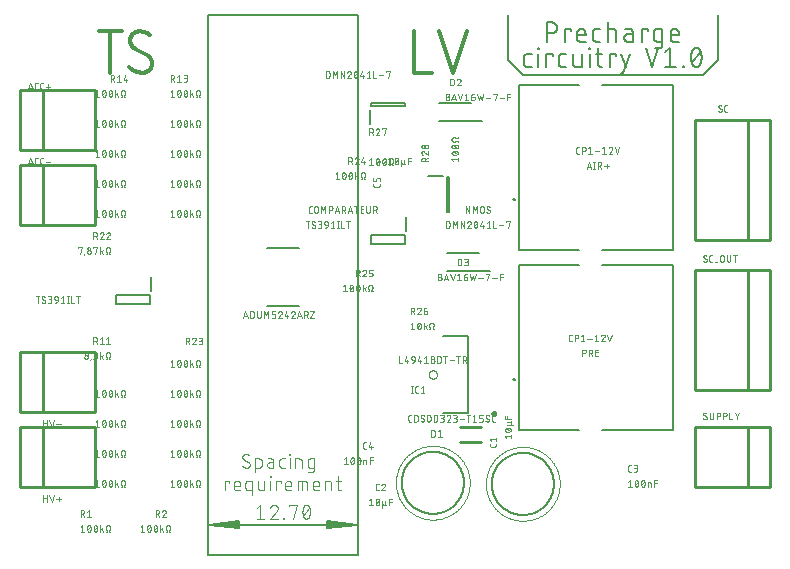
<source format=gbr>
G04 EAGLE Gerber RS-274X export*
G75*
%MOMM*%
%FSLAX34Y34*%
%LPD*%
%INSilkscreen Top*%
%IPPOS*%
%AMOC8*
5,1,8,0,0,1.08239X$1,22.5*%
G01*
%ADD10C,0.152400*%
%ADD11C,0.101600*%
%ADD12C,0.304800*%
%ADD13C,0.130000*%
%ADD14C,0.050000*%
%ADD15C,0.200000*%
%ADD16C,0.050800*%
%ADD17C,0.254000*%
%ADD18C,0.250000*%


D10*
X165100Y444500D02*
X165100Y-12700D01*
X292100Y-12700D01*
X292100Y444500D01*
X165100Y444500D01*
D11*
X200547Y63429D02*
X200545Y63330D01*
X200539Y63230D01*
X200530Y63131D01*
X200517Y63033D01*
X200500Y62935D01*
X200479Y62837D01*
X200454Y62741D01*
X200426Y62646D01*
X200394Y62552D01*
X200359Y62459D01*
X200320Y62367D01*
X200277Y62277D01*
X200232Y62189D01*
X200182Y62102D01*
X200130Y62018D01*
X200074Y61935D01*
X200016Y61855D01*
X199954Y61777D01*
X199889Y61702D01*
X199821Y61629D01*
X199751Y61559D01*
X199678Y61491D01*
X199603Y61426D01*
X199525Y61364D01*
X199445Y61306D01*
X199362Y61250D01*
X199278Y61198D01*
X199191Y61148D01*
X199103Y61103D01*
X199013Y61060D01*
X198921Y61021D01*
X198828Y60986D01*
X198734Y60954D01*
X198639Y60926D01*
X198543Y60901D01*
X198445Y60880D01*
X198347Y60863D01*
X198249Y60850D01*
X198150Y60841D01*
X198050Y60835D01*
X197951Y60833D01*
X197807Y60835D01*
X197662Y60841D01*
X197518Y60850D01*
X197375Y60863D01*
X197231Y60880D01*
X197088Y60901D01*
X196946Y60926D01*
X196805Y60954D01*
X196664Y60986D01*
X196524Y61022D01*
X196385Y61061D01*
X196247Y61104D01*
X196111Y61151D01*
X195975Y61201D01*
X195841Y61255D01*
X195709Y61312D01*
X195578Y61373D01*
X195449Y61437D01*
X195321Y61505D01*
X195195Y61575D01*
X195071Y61650D01*
X194950Y61727D01*
X194830Y61808D01*
X194712Y61891D01*
X194597Y61978D01*
X194484Y62068D01*
X194373Y62161D01*
X194265Y62256D01*
X194159Y62355D01*
X194056Y62456D01*
X194381Y69921D02*
X194383Y70020D01*
X194389Y70120D01*
X194398Y70219D01*
X194411Y70317D01*
X194428Y70415D01*
X194449Y70513D01*
X194474Y70609D01*
X194502Y70704D01*
X194534Y70798D01*
X194569Y70891D01*
X194608Y70983D01*
X194651Y71073D01*
X194696Y71161D01*
X194746Y71248D01*
X194798Y71332D01*
X194854Y71415D01*
X194912Y71495D01*
X194974Y71573D01*
X195039Y71648D01*
X195107Y71721D01*
X195177Y71791D01*
X195250Y71859D01*
X195325Y71924D01*
X195403Y71986D01*
X195483Y72044D01*
X195566Y72100D01*
X195650Y72152D01*
X195737Y72202D01*
X195825Y72247D01*
X195915Y72290D01*
X196007Y72329D01*
X196100Y72364D01*
X196194Y72396D01*
X196289Y72424D01*
X196386Y72449D01*
X196483Y72470D01*
X196581Y72487D01*
X196679Y72500D01*
X196778Y72509D01*
X196878Y72515D01*
X196977Y72517D01*
X197113Y72515D01*
X197249Y72509D01*
X197385Y72500D01*
X197521Y72487D01*
X197656Y72469D01*
X197790Y72449D01*
X197924Y72424D01*
X198058Y72396D01*
X198190Y72363D01*
X198321Y72328D01*
X198452Y72288D01*
X198581Y72245D01*
X198709Y72199D01*
X198835Y72148D01*
X198961Y72095D01*
X199084Y72037D01*
X199206Y71977D01*
X199326Y71913D01*
X199445Y71845D01*
X199561Y71775D01*
X199675Y71701D01*
X199788Y71624D01*
X199898Y71543D01*
X195679Y67649D02*
X195593Y67702D01*
X195509Y67759D01*
X195427Y67818D01*
X195347Y67881D01*
X195270Y67947D01*
X195195Y68015D01*
X195123Y68087D01*
X195054Y68161D01*
X194988Y68238D01*
X194925Y68317D01*
X194865Y68399D01*
X194808Y68483D01*
X194754Y68569D01*
X194704Y68657D01*
X194657Y68747D01*
X194613Y68838D01*
X194574Y68932D01*
X194537Y69026D01*
X194505Y69122D01*
X194476Y69220D01*
X194451Y69318D01*
X194430Y69417D01*
X194412Y69517D01*
X194399Y69617D01*
X194389Y69718D01*
X194383Y69820D01*
X194381Y69921D01*
X199249Y65701D02*
X199335Y65648D01*
X199419Y65591D01*
X199501Y65532D01*
X199581Y65469D01*
X199658Y65403D01*
X199733Y65335D01*
X199805Y65263D01*
X199874Y65189D01*
X199940Y65112D01*
X200003Y65033D01*
X200063Y64951D01*
X200120Y64867D01*
X200174Y64781D01*
X200224Y64693D01*
X200271Y64603D01*
X200315Y64512D01*
X200354Y64418D01*
X200391Y64324D01*
X200423Y64228D01*
X200452Y64130D01*
X200477Y64032D01*
X200498Y63933D01*
X200516Y63833D01*
X200529Y63733D01*
X200539Y63632D01*
X200545Y63530D01*
X200547Y63429D01*
X199249Y65701D02*
X195679Y67649D01*
X205432Y68622D02*
X205432Y56938D01*
X205432Y68622D02*
X208678Y68622D01*
X208765Y68620D01*
X208853Y68614D01*
X208939Y68604D01*
X209026Y68591D01*
X209111Y68573D01*
X209196Y68552D01*
X209280Y68527D01*
X209362Y68498D01*
X209443Y68465D01*
X209523Y68429D01*
X209601Y68390D01*
X209677Y68346D01*
X209751Y68300D01*
X209822Y68250D01*
X209892Y68197D01*
X209959Y68141D01*
X210023Y68082D01*
X210085Y68021D01*
X210144Y67956D01*
X210200Y67889D01*
X210253Y67819D01*
X210303Y67748D01*
X210349Y67674D01*
X210393Y67598D01*
X210432Y67520D01*
X210468Y67440D01*
X210501Y67359D01*
X210530Y67277D01*
X210555Y67193D01*
X210576Y67108D01*
X210594Y67023D01*
X210607Y66936D01*
X210617Y66850D01*
X210623Y66762D01*
X210625Y66675D01*
X210625Y62780D01*
X210623Y62693D01*
X210617Y62605D01*
X210607Y62519D01*
X210594Y62432D01*
X210576Y62347D01*
X210555Y62262D01*
X210530Y62178D01*
X210501Y62096D01*
X210468Y62015D01*
X210432Y61935D01*
X210393Y61857D01*
X210349Y61781D01*
X210303Y61707D01*
X210253Y61636D01*
X210200Y61566D01*
X210144Y61499D01*
X210085Y61435D01*
X210023Y61373D01*
X209959Y61314D01*
X209892Y61258D01*
X209822Y61205D01*
X209751Y61155D01*
X209677Y61109D01*
X209601Y61065D01*
X209523Y61026D01*
X209443Y60990D01*
X209362Y60957D01*
X209280Y60928D01*
X209196Y60903D01*
X209111Y60882D01*
X209026Y60864D01*
X208939Y60851D01*
X208853Y60841D01*
X208765Y60835D01*
X208678Y60833D01*
X205432Y60833D01*
X217492Y65377D02*
X220413Y65377D01*
X217492Y65377D02*
X217398Y65375D01*
X217304Y65369D01*
X217211Y65360D01*
X217118Y65346D01*
X217026Y65329D01*
X216934Y65307D01*
X216844Y65283D01*
X216754Y65254D01*
X216666Y65222D01*
X216579Y65186D01*
X216494Y65146D01*
X216411Y65103D01*
X216329Y65057D01*
X216249Y65007D01*
X216172Y64954D01*
X216097Y64898D01*
X216024Y64839D01*
X215953Y64777D01*
X215885Y64712D01*
X215820Y64644D01*
X215758Y64573D01*
X215699Y64500D01*
X215643Y64425D01*
X215590Y64348D01*
X215540Y64268D01*
X215494Y64186D01*
X215451Y64103D01*
X215411Y64018D01*
X215375Y63931D01*
X215343Y63843D01*
X215314Y63753D01*
X215290Y63663D01*
X215268Y63571D01*
X215251Y63479D01*
X215237Y63386D01*
X215228Y63293D01*
X215222Y63199D01*
X215220Y63105D01*
X215222Y63011D01*
X215228Y62917D01*
X215237Y62824D01*
X215251Y62731D01*
X215268Y62639D01*
X215290Y62547D01*
X215314Y62457D01*
X215343Y62367D01*
X215375Y62279D01*
X215411Y62192D01*
X215451Y62107D01*
X215494Y62024D01*
X215540Y61942D01*
X215590Y61862D01*
X215643Y61785D01*
X215699Y61710D01*
X215758Y61637D01*
X215820Y61566D01*
X215885Y61498D01*
X215953Y61433D01*
X216024Y61371D01*
X216097Y61312D01*
X216172Y61256D01*
X216249Y61203D01*
X216329Y61153D01*
X216411Y61107D01*
X216494Y61064D01*
X216579Y61024D01*
X216666Y60988D01*
X216754Y60956D01*
X216844Y60927D01*
X216934Y60903D01*
X217026Y60881D01*
X217118Y60864D01*
X217211Y60850D01*
X217304Y60841D01*
X217398Y60835D01*
X217492Y60833D01*
X220413Y60833D01*
X220413Y66675D01*
X220411Y66762D01*
X220405Y66850D01*
X220395Y66936D01*
X220382Y67023D01*
X220364Y67108D01*
X220343Y67193D01*
X220318Y67277D01*
X220289Y67359D01*
X220256Y67440D01*
X220220Y67520D01*
X220181Y67598D01*
X220137Y67674D01*
X220091Y67748D01*
X220041Y67819D01*
X219988Y67889D01*
X219932Y67956D01*
X219873Y68020D01*
X219811Y68082D01*
X219747Y68141D01*
X219680Y68197D01*
X219610Y68250D01*
X219539Y68300D01*
X219465Y68346D01*
X219389Y68390D01*
X219311Y68429D01*
X219231Y68465D01*
X219150Y68498D01*
X219068Y68527D01*
X218984Y68552D01*
X218899Y68573D01*
X218814Y68591D01*
X218727Y68604D01*
X218641Y68614D01*
X218553Y68620D01*
X218466Y68622D01*
X215869Y68622D01*
X227527Y60833D02*
X230123Y60833D01*
X227527Y60833D02*
X227440Y60835D01*
X227352Y60841D01*
X227266Y60851D01*
X227179Y60864D01*
X227094Y60882D01*
X227009Y60903D01*
X226925Y60928D01*
X226843Y60957D01*
X226762Y60990D01*
X226682Y61026D01*
X226604Y61065D01*
X226528Y61109D01*
X226454Y61155D01*
X226383Y61205D01*
X226313Y61258D01*
X226246Y61314D01*
X226182Y61373D01*
X226120Y61435D01*
X226061Y61499D01*
X226005Y61566D01*
X225952Y61636D01*
X225902Y61707D01*
X225856Y61781D01*
X225812Y61857D01*
X225773Y61935D01*
X225737Y62015D01*
X225704Y62096D01*
X225675Y62178D01*
X225650Y62262D01*
X225629Y62347D01*
X225611Y62432D01*
X225598Y62519D01*
X225588Y62605D01*
X225582Y62693D01*
X225580Y62780D01*
X225579Y62780D02*
X225579Y66675D01*
X225580Y66675D02*
X225582Y66762D01*
X225588Y66850D01*
X225598Y66936D01*
X225611Y67023D01*
X225629Y67108D01*
X225650Y67193D01*
X225675Y67277D01*
X225704Y67359D01*
X225737Y67440D01*
X225773Y67520D01*
X225812Y67598D01*
X225856Y67674D01*
X225902Y67748D01*
X225952Y67819D01*
X226005Y67889D01*
X226061Y67956D01*
X226120Y68020D01*
X226182Y68082D01*
X226246Y68141D01*
X226313Y68197D01*
X226383Y68250D01*
X226454Y68300D01*
X226528Y68346D01*
X226604Y68390D01*
X226682Y68429D01*
X226762Y68465D01*
X226843Y68498D01*
X226925Y68527D01*
X227009Y68552D01*
X227094Y68573D01*
X227179Y68591D01*
X227266Y68604D01*
X227352Y68614D01*
X227440Y68620D01*
X227527Y68622D01*
X230123Y68622D01*
X234259Y68622D02*
X234259Y60833D01*
X233934Y71868D02*
X233934Y72517D01*
X234583Y72517D01*
X234583Y71868D01*
X233934Y71868D01*
X239282Y68622D02*
X239282Y60833D01*
X239282Y68622D02*
X242528Y68622D01*
X242615Y68620D01*
X242703Y68614D01*
X242789Y68604D01*
X242876Y68591D01*
X242961Y68573D01*
X243046Y68552D01*
X243130Y68527D01*
X243212Y68498D01*
X243293Y68465D01*
X243373Y68429D01*
X243451Y68390D01*
X243527Y68346D01*
X243601Y68300D01*
X243672Y68250D01*
X243742Y68197D01*
X243809Y68141D01*
X243873Y68082D01*
X243935Y68021D01*
X243994Y67956D01*
X244050Y67889D01*
X244103Y67819D01*
X244153Y67748D01*
X244199Y67674D01*
X244243Y67598D01*
X244282Y67520D01*
X244318Y67440D01*
X244351Y67359D01*
X244380Y67277D01*
X244405Y67193D01*
X244426Y67108D01*
X244444Y67023D01*
X244457Y66936D01*
X244467Y66850D01*
X244473Y66762D01*
X244475Y66675D01*
X244475Y60833D01*
X251457Y60833D02*
X254703Y60833D01*
X251457Y60833D02*
X251370Y60835D01*
X251282Y60841D01*
X251196Y60851D01*
X251109Y60864D01*
X251024Y60882D01*
X250939Y60903D01*
X250855Y60928D01*
X250773Y60957D01*
X250692Y60990D01*
X250612Y61026D01*
X250534Y61065D01*
X250458Y61109D01*
X250384Y61155D01*
X250313Y61205D01*
X250243Y61258D01*
X250176Y61314D01*
X250112Y61373D01*
X250050Y61435D01*
X249991Y61499D01*
X249935Y61566D01*
X249882Y61636D01*
X249832Y61707D01*
X249786Y61781D01*
X249742Y61857D01*
X249703Y61935D01*
X249667Y62015D01*
X249634Y62096D01*
X249605Y62178D01*
X249580Y62262D01*
X249559Y62347D01*
X249541Y62432D01*
X249528Y62519D01*
X249518Y62605D01*
X249512Y62693D01*
X249510Y62780D01*
X249510Y66675D01*
X249512Y66762D01*
X249518Y66850D01*
X249528Y66936D01*
X249541Y67023D01*
X249559Y67108D01*
X249580Y67193D01*
X249605Y67277D01*
X249634Y67359D01*
X249667Y67440D01*
X249703Y67520D01*
X249742Y67598D01*
X249786Y67674D01*
X249832Y67748D01*
X249882Y67819D01*
X249935Y67889D01*
X249991Y67956D01*
X250050Y68020D01*
X250112Y68082D01*
X250176Y68141D01*
X250243Y68197D01*
X250313Y68250D01*
X250384Y68300D01*
X250458Y68346D01*
X250534Y68390D01*
X250612Y68429D01*
X250692Y68465D01*
X250773Y68498D01*
X250855Y68527D01*
X250939Y68552D01*
X251024Y68573D01*
X251109Y68591D01*
X251196Y68604D01*
X251282Y68614D01*
X251370Y68620D01*
X251457Y68622D01*
X254703Y68622D01*
X254703Y58886D01*
X254701Y58799D01*
X254695Y58711D01*
X254685Y58625D01*
X254672Y58538D01*
X254654Y58453D01*
X254633Y58368D01*
X254608Y58284D01*
X254579Y58202D01*
X254546Y58121D01*
X254510Y58041D01*
X254471Y57963D01*
X254427Y57887D01*
X254381Y57813D01*
X254331Y57742D01*
X254278Y57672D01*
X254222Y57605D01*
X254163Y57541D01*
X254102Y57479D01*
X254037Y57420D01*
X253970Y57364D01*
X253900Y57311D01*
X253829Y57261D01*
X253755Y57215D01*
X253679Y57171D01*
X253601Y57132D01*
X253521Y57096D01*
X253440Y57063D01*
X253358Y57034D01*
X253274Y57009D01*
X253189Y56988D01*
X253104Y56970D01*
X253017Y56957D01*
X252931Y56947D01*
X252843Y56941D01*
X252756Y56939D01*
X252756Y56938D02*
X250159Y56938D01*
X179545Y49572D02*
X179545Y41783D01*
X179545Y49572D02*
X183439Y49572D01*
X183439Y48274D01*
X189045Y41783D02*
X192291Y41783D01*
X189045Y41783D02*
X188958Y41785D01*
X188870Y41791D01*
X188784Y41801D01*
X188697Y41814D01*
X188612Y41832D01*
X188527Y41853D01*
X188443Y41878D01*
X188361Y41907D01*
X188280Y41940D01*
X188200Y41976D01*
X188122Y42015D01*
X188046Y42059D01*
X187972Y42105D01*
X187901Y42155D01*
X187831Y42208D01*
X187764Y42264D01*
X187700Y42323D01*
X187638Y42385D01*
X187579Y42449D01*
X187523Y42516D01*
X187470Y42586D01*
X187420Y42657D01*
X187374Y42731D01*
X187330Y42807D01*
X187291Y42885D01*
X187255Y42965D01*
X187222Y43046D01*
X187193Y43128D01*
X187168Y43212D01*
X187147Y43297D01*
X187129Y43382D01*
X187116Y43469D01*
X187106Y43555D01*
X187100Y43643D01*
X187098Y43730D01*
X187098Y46976D01*
X187099Y46976D02*
X187101Y47077D01*
X187107Y47177D01*
X187117Y47277D01*
X187130Y47377D01*
X187148Y47476D01*
X187169Y47575D01*
X187194Y47672D01*
X187223Y47769D01*
X187256Y47864D01*
X187292Y47958D01*
X187332Y48050D01*
X187375Y48141D01*
X187422Y48230D01*
X187472Y48317D01*
X187526Y48403D01*
X187583Y48486D01*
X187643Y48566D01*
X187706Y48645D01*
X187773Y48721D01*
X187842Y48794D01*
X187914Y48864D01*
X187988Y48932D01*
X188065Y48997D01*
X188145Y49058D01*
X188227Y49117D01*
X188311Y49172D01*
X188397Y49224D01*
X188485Y49273D01*
X188575Y49318D01*
X188667Y49360D01*
X188760Y49398D01*
X188855Y49432D01*
X188950Y49463D01*
X189047Y49490D01*
X189145Y49513D01*
X189244Y49533D01*
X189344Y49548D01*
X189444Y49560D01*
X189544Y49568D01*
X189645Y49572D01*
X189745Y49572D01*
X189846Y49568D01*
X189946Y49560D01*
X190046Y49548D01*
X190146Y49533D01*
X190245Y49513D01*
X190343Y49490D01*
X190440Y49463D01*
X190535Y49432D01*
X190630Y49398D01*
X190723Y49360D01*
X190815Y49318D01*
X190905Y49273D01*
X190993Y49224D01*
X191079Y49172D01*
X191163Y49117D01*
X191245Y49058D01*
X191325Y48997D01*
X191402Y48932D01*
X191476Y48864D01*
X191548Y48794D01*
X191617Y48721D01*
X191684Y48645D01*
X191747Y48566D01*
X191807Y48486D01*
X191864Y48403D01*
X191918Y48317D01*
X191968Y48230D01*
X192015Y48141D01*
X192058Y48050D01*
X192098Y47958D01*
X192134Y47864D01*
X192167Y47769D01*
X192196Y47672D01*
X192221Y47575D01*
X192242Y47476D01*
X192260Y47377D01*
X192273Y47277D01*
X192283Y47177D01*
X192289Y47077D01*
X192291Y46976D01*
X192291Y45678D01*
X187098Y45678D01*
X202138Y49572D02*
X202138Y37888D01*
X202138Y49572D02*
X198893Y49572D01*
X198806Y49570D01*
X198718Y49564D01*
X198632Y49554D01*
X198545Y49541D01*
X198460Y49523D01*
X198375Y49502D01*
X198291Y49477D01*
X198209Y49448D01*
X198128Y49415D01*
X198048Y49379D01*
X197970Y49340D01*
X197894Y49296D01*
X197820Y49250D01*
X197749Y49200D01*
X197679Y49147D01*
X197612Y49091D01*
X197548Y49032D01*
X197486Y48970D01*
X197427Y48906D01*
X197371Y48839D01*
X197318Y48769D01*
X197268Y48698D01*
X197222Y48624D01*
X197178Y48548D01*
X197139Y48470D01*
X197103Y48390D01*
X197070Y48309D01*
X197041Y48227D01*
X197016Y48143D01*
X196995Y48058D01*
X196977Y47973D01*
X196964Y47886D01*
X196954Y47800D01*
X196948Y47712D01*
X196946Y47625D01*
X196945Y47625D02*
X196945Y43730D01*
X196946Y43730D02*
X196948Y43643D01*
X196954Y43555D01*
X196964Y43469D01*
X196977Y43382D01*
X196995Y43297D01*
X197016Y43212D01*
X197041Y43128D01*
X197070Y43046D01*
X197103Y42965D01*
X197139Y42885D01*
X197178Y42807D01*
X197222Y42731D01*
X197268Y42657D01*
X197318Y42586D01*
X197371Y42516D01*
X197427Y42449D01*
X197486Y42385D01*
X197548Y42323D01*
X197612Y42264D01*
X197679Y42208D01*
X197749Y42155D01*
X197820Y42105D01*
X197894Y42059D01*
X197970Y42015D01*
X198048Y41976D01*
X198128Y41940D01*
X198209Y41907D01*
X198291Y41878D01*
X198375Y41853D01*
X198460Y41832D01*
X198545Y41814D01*
X198632Y41801D01*
X198718Y41791D01*
X198806Y41785D01*
X198893Y41783D01*
X202138Y41783D01*
X207672Y43730D02*
X207672Y49572D01*
X207672Y43730D02*
X207674Y43643D01*
X207680Y43555D01*
X207690Y43469D01*
X207703Y43382D01*
X207721Y43297D01*
X207742Y43212D01*
X207767Y43128D01*
X207796Y43046D01*
X207829Y42965D01*
X207865Y42885D01*
X207904Y42807D01*
X207948Y42731D01*
X207994Y42657D01*
X208044Y42586D01*
X208097Y42516D01*
X208153Y42449D01*
X208212Y42385D01*
X208274Y42323D01*
X208338Y42264D01*
X208405Y42208D01*
X208475Y42155D01*
X208546Y42105D01*
X208620Y42059D01*
X208696Y42015D01*
X208774Y41976D01*
X208854Y41940D01*
X208935Y41907D01*
X209017Y41878D01*
X209101Y41853D01*
X209186Y41832D01*
X209271Y41814D01*
X209358Y41801D01*
X209444Y41791D01*
X209532Y41785D01*
X209619Y41783D01*
X212865Y41783D01*
X212865Y49572D01*
X217889Y49572D02*
X217889Y41783D01*
X217564Y52818D02*
X217564Y53467D01*
X218213Y53467D01*
X218213Y52818D01*
X217564Y52818D01*
X222979Y49572D02*
X222979Y41783D01*
X222979Y49572D02*
X226873Y49572D01*
X226873Y48274D01*
X232479Y41783D02*
X235725Y41783D01*
X232479Y41783D02*
X232392Y41785D01*
X232304Y41791D01*
X232218Y41801D01*
X232131Y41814D01*
X232046Y41832D01*
X231961Y41853D01*
X231877Y41878D01*
X231795Y41907D01*
X231714Y41940D01*
X231634Y41976D01*
X231556Y42015D01*
X231480Y42059D01*
X231406Y42105D01*
X231335Y42155D01*
X231265Y42208D01*
X231198Y42264D01*
X231134Y42323D01*
X231072Y42385D01*
X231013Y42449D01*
X230957Y42516D01*
X230904Y42586D01*
X230854Y42657D01*
X230808Y42731D01*
X230764Y42807D01*
X230725Y42885D01*
X230689Y42965D01*
X230656Y43046D01*
X230627Y43128D01*
X230602Y43212D01*
X230581Y43297D01*
X230563Y43382D01*
X230550Y43469D01*
X230540Y43555D01*
X230534Y43643D01*
X230532Y43730D01*
X230532Y46976D01*
X230533Y46976D02*
X230535Y47077D01*
X230541Y47177D01*
X230551Y47277D01*
X230564Y47377D01*
X230582Y47476D01*
X230603Y47575D01*
X230628Y47672D01*
X230657Y47769D01*
X230690Y47864D01*
X230726Y47958D01*
X230766Y48050D01*
X230809Y48141D01*
X230856Y48230D01*
X230906Y48317D01*
X230960Y48403D01*
X231017Y48486D01*
X231077Y48566D01*
X231140Y48645D01*
X231207Y48721D01*
X231276Y48794D01*
X231348Y48864D01*
X231422Y48932D01*
X231499Y48997D01*
X231579Y49058D01*
X231661Y49117D01*
X231745Y49172D01*
X231831Y49224D01*
X231919Y49273D01*
X232009Y49318D01*
X232101Y49360D01*
X232194Y49398D01*
X232289Y49432D01*
X232384Y49463D01*
X232481Y49490D01*
X232579Y49513D01*
X232678Y49533D01*
X232778Y49548D01*
X232878Y49560D01*
X232978Y49568D01*
X233079Y49572D01*
X233179Y49572D01*
X233280Y49568D01*
X233380Y49560D01*
X233480Y49548D01*
X233580Y49533D01*
X233679Y49513D01*
X233777Y49490D01*
X233874Y49463D01*
X233969Y49432D01*
X234064Y49398D01*
X234157Y49360D01*
X234249Y49318D01*
X234339Y49273D01*
X234427Y49224D01*
X234513Y49172D01*
X234597Y49117D01*
X234679Y49058D01*
X234759Y48997D01*
X234836Y48932D01*
X234910Y48864D01*
X234982Y48794D01*
X235051Y48721D01*
X235118Y48645D01*
X235181Y48566D01*
X235241Y48486D01*
X235298Y48403D01*
X235352Y48317D01*
X235402Y48230D01*
X235449Y48141D01*
X235492Y48050D01*
X235532Y47958D01*
X235568Y47864D01*
X235601Y47769D01*
X235630Y47672D01*
X235655Y47575D01*
X235676Y47476D01*
X235694Y47377D01*
X235707Y47277D01*
X235717Y47177D01*
X235723Y47077D01*
X235725Y46976D01*
X235725Y45678D01*
X230532Y45678D01*
X241045Y49572D02*
X241045Y41783D01*
X241045Y49572D02*
X246887Y49572D01*
X246974Y49570D01*
X247062Y49564D01*
X247148Y49554D01*
X247235Y49541D01*
X247320Y49523D01*
X247405Y49502D01*
X247489Y49477D01*
X247571Y49448D01*
X247652Y49415D01*
X247732Y49379D01*
X247810Y49340D01*
X247886Y49296D01*
X247960Y49250D01*
X248031Y49200D01*
X248101Y49147D01*
X248168Y49091D01*
X248232Y49032D01*
X248294Y48970D01*
X248353Y48906D01*
X248409Y48839D01*
X248462Y48769D01*
X248512Y48698D01*
X248558Y48624D01*
X248602Y48548D01*
X248641Y48470D01*
X248677Y48390D01*
X248710Y48309D01*
X248739Y48227D01*
X248764Y48143D01*
X248785Y48058D01*
X248803Y47973D01*
X248816Y47886D01*
X248826Y47800D01*
X248832Y47712D01*
X248834Y47625D01*
X248834Y41783D01*
X244940Y41783D02*
X244940Y49572D01*
X256101Y41783D02*
X259347Y41783D01*
X256101Y41783D02*
X256014Y41785D01*
X255926Y41791D01*
X255840Y41801D01*
X255753Y41814D01*
X255668Y41832D01*
X255583Y41853D01*
X255499Y41878D01*
X255417Y41907D01*
X255336Y41940D01*
X255256Y41976D01*
X255178Y42015D01*
X255102Y42059D01*
X255028Y42105D01*
X254957Y42155D01*
X254887Y42208D01*
X254820Y42264D01*
X254756Y42323D01*
X254694Y42385D01*
X254635Y42449D01*
X254579Y42516D01*
X254526Y42586D01*
X254476Y42657D01*
X254430Y42731D01*
X254386Y42807D01*
X254347Y42885D01*
X254311Y42965D01*
X254278Y43046D01*
X254249Y43128D01*
X254224Y43212D01*
X254203Y43297D01*
X254185Y43382D01*
X254172Y43469D01*
X254162Y43555D01*
X254156Y43643D01*
X254154Y43730D01*
X254154Y46976D01*
X254155Y46976D02*
X254157Y47077D01*
X254163Y47177D01*
X254173Y47277D01*
X254186Y47377D01*
X254204Y47476D01*
X254225Y47575D01*
X254250Y47672D01*
X254279Y47769D01*
X254312Y47864D01*
X254348Y47958D01*
X254388Y48050D01*
X254431Y48141D01*
X254478Y48230D01*
X254528Y48317D01*
X254582Y48403D01*
X254639Y48486D01*
X254699Y48566D01*
X254762Y48645D01*
X254829Y48721D01*
X254898Y48794D01*
X254970Y48864D01*
X255044Y48932D01*
X255121Y48997D01*
X255201Y49058D01*
X255283Y49117D01*
X255367Y49172D01*
X255453Y49224D01*
X255541Y49273D01*
X255631Y49318D01*
X255723Y49360D01*
X255816Y49398D01*
X255911Y49432D01*
X256006Y49463D01*
X256103Y49490D01*
X256201Y49513D01*
X256300Y49533D01*
X256400Y49548D01*
X256500Y49560D01*
X256600Y49568D01*
X256701Y49572D01*
X256801Y49572D01*
X256902Y49568D01*
X257002Y49560D01*
X257102Y49548D01*
X257202Y49533D01*
X257301Y49513D01*
X257399Y49490D01*
X257496Y49463D01*
X257591Y49432D01*
X257686Y49398D01*
X257779Y49360D01*
X257871Y49318D01*
X257961Y49273D01*
X258049Y49224D01*
X258135Y49172D01*
X258219Y49117D01*
X258301Y49058D01*
X258381Y48997D01*
X258458Y48932D01*
X258532Y48864D01*
X258604Y48794D01*
X258673Y48721D01*
X258740Y48645D01*
X258803Y48566D01*
X258863Y48486D01*
X258920Y48403D01*
X258974Y48317D01*
X259024Y48230D01*
X259071Y48141D01*
X259114Y48050D01*
X259154Y47958D01*
X259190Y47864D01*
X259223Y47769D01*
X259252Y47672D01*
X259277Y47575D01*
X259298Y47476D01*
X259316Y47377D01*
X259329Y47277D01*
X259339Y47177D01*
X259345Y47077D01*
X259347Y46976D01*
X259347Y45678D01*
X254154Y45678D01*
X264441Y41783D02*
X264441Y49572D01*
X267687Y49572D01*
X267774Y49570D01*
X267862Y49564D01*
X267948Y49554D01*
X268035Y49541D01*
X268120Y49523D01*
X268205Y49502D01*
X268289Y49477D01*
X268371Y49448D01*
X268452Y49415D01*
X268532Y49379D01*
X268610Y49340D01*
X268686Y49296D01*
X268760Y49250D01*
X268831Y49200D01*
X268901Y49147D01*
X268968Y49091D01*
X269032Y49032D01*
X269094Y48971D01*
X269153Y48906D01*
X269209Y48839D01*
X269262Y48769D01*
X269312Y48698D01*
X269358Y48624D01*
X269402Y48548D01*
X269441Y48470D01*
X269477Y48390D01*
X269510Y48309D01*
X269539Y48227D01*
X269564Y48143D01*
X269585Y48058D01*
X269603Y47973D01*
X269616Y47886D01*
X269626Y47800D01*
X269632Y47712D01*
X269634Y47625D01*
X269634Y41783D01*
X273761Y49572D02*
X277655Y49572D01*
X275059Y53467D02*
X275059Y43730D01*
X275061Y43643D01*
X275067Y43555D01*
X275077Y43469D01*
X275090Y43382D01*
X275108Y43297D01*
X275129Y43212D01*
X275154Y43128D01*
X275183Y43046D01*
X275216Y42965D01*
X275252Y42885D01*
X275291Y42807D01*
X275335Y42731D01*
X275381Y42657D01*
X275431Y42586D01*
X275484Y42516D01*
X275540Y42449D01*
X275599Y42385D01*
X275661Y42323D01*
X275725Y42264D01*
X275792Y42208D01*
X275862Y42155D01*
X275933Y42105D01*
X276007Y42059D01*
X276083Y42015D01*
X276161Y41976D01*
X276241Y41940D01*
X276322Y41907D01*
X276404Y41878D01*
X276488Y41853D01*
X276573Y41832D01*
X276658Y41814D01*
X276745Y41801D01*
X276831Y41791D01*
X276919Y41785D01*
X277006Y41783D01*
X277655Y41783D01*
D12*
X339326Y395224D02*
X339326Y430276D01*
X339326Y395224D02*
X354905Y395224D01*
X372890Y395224D02*
X361206Y430276D01*
X384574Y430276D02*
X372890Y395224D01*
X82391Y395224D02*
X82391Y430276D01*
X72655Y430276D02*
X92128Y430276D01*
X117845Y403013D02*
X117843Y402825D01*
X117836Y402637D01*
X117825Y402449D01*
X117809Y402261D01*
X117788Y402074D01*
X117763Y401888D01*
X117734Y401702D01*
X117700Y401517D01*
X117661Y401332D01*
X117619Y401149D01*
X117571Y400967D01*
X117520Y400786D01*
X117464Y400606D01*
X117403Y400428D01*
X117339Y400251D01*
X117270Y400076D01*
X117197Y399902D01*
X117120Y399731D01*
X117038Y399561D01*
X116953Y399393D01*
X116863Y399228D01*
X116770Y399064D01*
X116673Y398903D01*
X116571Y398745D01*
X116466Y398588D01*
X116357Y398435D01*
X116245Y398284D01*
X116129Y398136D01*
X116009Y397990D01*
X115886Y397848D01*
X115760Y397709D01*
X115630Y397572D01*
X115497Y397439D01*
X115360Y397309D01*
X115221Y397183D01*
X115079Y397060D01*
X114933Y396940D01*
X114785Y396824D01*
X114634Y396712D01*
X114481Y396603D01*
X114324Y396498D01*
X114166Y396396D01*
X114005Y396299D01*
X113841Y396206D01*
X113676Y396116D01*
X113508Y396031D01*
X113338Y395949D01*
X113167Y395872D01*
X112993Y395799D01*
X112818Y395730D01*
X112641Y395666D01*
X112463Y395605D01*
X112283Y395549D01*
X112102Y395498D01*
X111920Y395450D01*
X111737Y395408D01*
X111552Y395369D01*
X111367Y395335D01*
X111181Y395306D01*
X110995Y395281D01*
X110808Y395260D01*
X110620Y395244D01*
X110432Y395233D01*
X110244Y395226D01*
X110056Y395224D01*
X109662Y395229D01*
X109269Y395243D01*
X108876Y395266D01*
X108484Y395299D01*
X108092Y395342D01*
X107702Y395393D01*
X107313Y395454D01*
X106925Y395525D01*
X106540Y395604D01*
X106156Y395693D01*
X105775Y395791D01*
X105396Y395898D01*
X105020Y396014D01*
X104647Y396139D01*
X104276Y396272D01*
X103909Y396415D01*
X103546Y396567D01*
X103186Y396727D01*
X102830Y396895D01*
X102479Y397072D01*
X102132Y397258D01*
X101789Y397452D01*
X101451Y397653D01*
X101118Y397863D01*
X100790Y398081D01*
X100467Y398307D01*
X100150Y398540D01*
X99838Y398781D01*
X99533Y399029D01*
X99233Y399284D01*
X98940Y399547D01*
X98653Y399816D01*
X98372Y400092D01*
X99346Y422487D02*
X99348Y422675D01*
X99355Y422863D01*
X99366Y423051D01*
X99382Y423239D01*
X99403Y423426D01*
X99428Y423612D01*
X99457Y423798D01*
X99491Y423983D01*
X99530Y424168D01*
X99572Y424351D01*
X99620Y424533D01*
X99671Y424714D01*
X99727Y424894D01*
X99788Y425072D01*
X99852Y425249D01*
X99921Y425424D01*
X99994Y425598D01*
X100071Y425769D01*
X100153Y425939D01*
X100238Y426107D01*
X100328Y426272D01*
X100421Y426436D01*
X100519Y426597D01*
X100620Y426755D01*
X100725Y426912D01*
X100834Y427065D01*
X100946Y427216D01*
X101062Y427364D01*
X101182Y427510D01*
X101305Y427652D01*
X101431Y427791D01*
X101561Y427928D01*
X101694Y428061D01*
X101831Y428191D01*
X101970Y428317D01*
X102112Y428440D01*
X102258Y428560D01*
X102406Y428676D01*
X102557Y428788D01*
X102710Y428897D01*
X102867Y429002D01*
X103025Y429104D01*
X103186Y429201D01*
X103350Y429294D01*
X103515Y429384D01*
X103683Y429469D01*
X103853Y429551D01*
X104024Y429628D01*
X104198Y429701D01*
X104373Y429770D01*
X104550Y429834D01*
X104728Y429895D01*
X104908Y429951D01*
X105089Y430002D01*
X105271Y430050D01*
X105454Y430093D01*
X105639Y430131D01*
X105824Y430165D01*
X106010Y430194D01*
X106196Y430219D01*
X106383Y430240D01*
X106571Y430256D01*
X106759Y430267D01*
X106947Y430274D01*
X107135Y430276D01*
X107483Y430272D01*
X107831Y430259D01*
X108178Y430239D01*
X108525Y430210D01*
X108871Y430172D01*
X109216Y430127D01*
X109560Y430073D01*
X109903Y430011D01*
X110244Y429941D01*
X110583Y429863D01*
X110920Y429777D01*
X111255Y429683D01*
X111588Y429581D01*
X111918Y429471D01*
X112246Y429353D01*
X112570Y429227D01*
X112892Y429094D01*
X113210Y428953D01*
X113525Y428804D01*
X113836Y428648D01*
X114143Y428485D01*
X114447Y428314D01*
X114746Y428136D01*
X115041Y427951D01*
X115331Y427759D01*
X115617Y427561D01*
X115898Y427355D01*
X103241Y415671D02*
X103077Y415770D01*
X102916Y415873D01*
X102758Y415980D01*
X102602Y416090D01*
X102449Y416205D01*
X102299Y416323D01*
X102151Y416444D01*
X102007Y416569D01*
X101866Y416698D01*
X101727Y416830D01*
X101592Y416965D01*
X101461Y417103D01*
X101332Y417245D01*
X101208Y417389D01*
X101086Y417537D01*
X100969Y417687D01*
X100854Y417840D01*
X100744Y417996D01*
X100638Y418155D01*
X100535Y418316D01*
X100436Y418479D01*
X100341Y418645D01*
X100251Y418813D01*
X100164Y418984D01*
X100082Y419156D01*
X100003Y419330D01*
X99929Y419506D01*
X99859Y419684D01*
X99794Y419863D01*
X99733Y420044D01*
X99676Y420227D01*
X99623Y420410D01*
X99576Y420595D01*
X99532Y420781D01*
X99493Y420968D01*
X99459Y421156D01*
X99429Y421345D01*
X99404Y421534D01*
X99383Y421724D01*
X99367Y421914D01*
X99355Y422105D01*
X99348Y422296D01*
X99346Y422487D01*
X113950Y409829D02*
X114114Y409730D01*
X114275Y409627D01*
X114433Y409520D01*
X114589Y409410D01*
X114742Y409295D01*
X114892Y409177D01*
X115040Y409056D01*
X115184Y408931D01*
X115325Y408802D01*
X115464Y408670D01*
X115599Y408535D01*
X115730Y408397D01*
X115859Y408255D01*
X115983Y408111D01*
X116105Y407963D01*
X116222Y407813D01*
X116337Y407660D01*
X116447Y407504D01*
X116553Y407345D01*
X116656Y407184D01*
X116755Y407021D01*
X116850Y406855D01*
X116940Y406687D01*
X117027Y406516D01*
X117109Y406344D01*
X117188Y406170D01*
X117262Y405994D01*
X117332Y405816D01*
X117397Y405637D01*
X117458Y405456D01*
X117515Y405273D01*
X117568Y405090D01*
X117615Y404905D01*
X117659Y404719D01*
X117698Y404532D01*
X117732Y404344D01*
X117762Y404155D01*
X117787Y403966D01*
X117808Y403776D01*
X117824Y403586D01*
X117836Y403395D01*
X117843Y403204D01*
X117845Y403013D01*
X113951Y409829D02*
X103240Y415671D01*
D10*
X451937Y421640D02*
X451937Y437896D01*
X456453Y437896D01*
X456586Y437894D01*
X456718Y437888D01*
X456850Y437878D01*
X456982Y437865D01*
X457114Y437847D01*
X457244Y437826D01*
X457375Y437801D01*
X457504Y437772D01*
X457632Y437739D01*
X457760Y437703D01*
X457886Y437663D01*
X458011Y437619D01*
X458135Y437571D01*
X458257Y437520D01*
X458378Y437465D01*
X458497Y437407D01*
X458615Y437345D01*
X458730Y437280D01*
X458844Y437211D01*
X458955Y437140D01*
X459064Y437064D01*
X459171Y436986D01*
X459276Y436905D01*
X459378Y436820D01*
X459478Y436733D01*
X459575Y436643D01*
X459670Y436550D01*
X459761Y436454D01*
X459850Y436356D01*
X459936Y436255D01*
X460019Y436151D01*
X460099Y436045D01*
X460175Y435937D01*
X460249Y435827D01*
X460319Y435714D01*
X460386Y435600D01*
X460449Y435483D01*
X460509Y435365D01*
X460566Y435245D01*
X460619Y435123D01*
X460668Y435000D01*
X460714Y434876D01*
X460756Y434750D01*
X460794Y434623D01*
X460829Y434495D01*
X460860Y434366D01*
X460887Y434237D01*
X460910Y434106D01*
X460930Y433975D01*
X460945Y433843D01*
X460957Y433711D01*
X460965Y433579D01*
X460969Y433446D01*
X460969Y433314D01*
X460965Y433181D01*
X460957Y433049D01*
X460945Y432917D01*
X460930Y432785D01*
X460910Y432654D01*
X460887Y432523D01*
X460860Y432394D01*
X460829Y432265D01*
X460794Y432137D01*
X460756Y432010D01*
X460714Y431884D01*
X460668Y431760D01*
X460619Y431637D01*
X460566Y431515D01*
X460509Y431395D01*
X460449Y431277D01*
X460386Y431160D01*
X460319Y431046D01*
X460249Y430933D01*
X460175Y430823D01*
X460099Y430715D01*
X460019Y430609D01*
X459936Y430505D01*
X459850Y430404D01*
X459761Y430306D01*
X459670Y430210D01*
X459575Y430117D01*
X459478Y430027D01*
X459378Y429940D01*
X459276Y429855D01*
X459171Y429774D01*
X459064Y429696D01*
X458955Y429620D01*
X458844Y429549D01*
X458730Y429480D01*
X458615Y429415D01*
X458497Y429353D01*
X458378Y429295D01*
X458257Y429240D01*
X458135Y429189D01*
X458011Y429141D01*
X457886Y429097D01*
X457760Y429057D01*
X457632Y429021D01*
X457504Y428988D01*
X457375Y428959D01*
X457244Y428934D01*
X457114Y428913D01*
X456982Y428895D01*
X456850Y428882D01*
X456718Y428872D01*
X456586Y428866D01*
X456453Y428864D01*
X456453Y428865D02*
X451937Y428865D01*
X467304Y432477D02*
X467304Y421640D01*
X467304Y432477D02*
X472722Y432477D01*
X472722Y430671D01*
X480349Y421640D02*
X484864Y421640D01*
X480349Y421640D02*
X480248Y421642D01*
X480147Y421648D01*
X480046Y421657D01*
X479945Y421670D01*
X479845Y421687D01*
X479746Y421708D01*
X479648Y421732D01*
X479551Y421760D01*
X479454Y421792D01*
X479359Y421827D01*
X479266Y421866D01*
X479174Y421908D01*
X479083Y421954D01*
X478995Y422003D01*
X478908Y422055D01*
X478823Y422111D01*
X478740Y422169D01*
X478660Y422231D01*
X478582Y422296D01*
X478506Y422363D01*
X478433Y422433D01*
X478363Y422506D01*
X478296Y422582D01*
X478231Y422660D01*
X478169Y422740D01*
X478111Y422823D01*
X478055Y422908D01*
X478003Y422995D01*
X477954Y423083D01*
X477908Y423174D01*
X477866Y423266D01*
X477827Y423359D01*
X477792Y423454D01*
X477760Y423551D01*
X477732Y423648D01*
X477708Y423746D01*
X477687Y423845D01*
X477670Y423945D01*
X477657Y424046D01*
X477648Y424147D01*
X477642Y424248D01*
X477640Y424349D01*
X477640Y428865D01*
X477642Y428984D01*
X477648Y429104D01*
X477658Y429223D01*
X477672Y429341D01*
X477689Y429460D01*
X477711Y429577D01*
X477736Y429694D01*
X477766Y429809D01*
X477799Y429924D01*
X477836Y430038D01*
X477876Y430150D01*
X477921Y430261D01*
X477969Y430370D01*
X478020Y430478D01*
X478075Y430584D01*
X478134Y430688D01*
X478196Y430790D01*
X478261Y430890D01*
X478330Y430988D01*
X478402Y431084D01*
X478477Y431177D01*
X478554Y431267D01*
X478635Y431355D01*
X478719Y431440D01*
X478806Y431522D01*
X478895Y431602D01*
X478987Y431678D01*
X479081Y431752D01*
X479178Y431822D01*
X479276Y431889D01*
X479377Y431953D01*
X479481Y432013D01*
X479586Y432070D01*
X479693Y432123D01*
X479801Y432173D01*
X479911Y432219D01*
X480023Y432261D01*
X480136Y432300D01*
X480250Y432335D01*
X480365Y432366D01*
X480482Y432394D01*
X480599Y432417D01*
X480716Y432437D01*
X480835Y432453D01*
X480954Y432465D01*
X481073Y432473D01*
X481192Y432477D01*
X481312Y432477D01*
X481431Y432473D01*
X481550Y432465D01*
X481669Y432453D01*
X481788Y432437D01*
X481905Y432417D01*
X482022Y432394D01*
X482139Y432366D01*
X482254Y432335D01*
X482368Y432300D01*
X482481Y432261D01*
X482593Y432219D01*
X482703Y432173D01*
X482811Y432123D01*
X482918Y432070D01*
X483023Y432013D01*
X483127Y431953D01*
X483228Y431889D01*
X483326Y431822D01*
X483423Y431752D01*
X483517Y431678D01*
X483609Y431602D01*
X483698Y431522D01*
X483785Y431440D01*
X483869Y431355D01*
X483950Y431267D01*
X484027Y431177D01*
X484102Y431084D01*
X484174Y430988D01*
X484243Y430890D01*
X484308Y430790D01*
X484370Y430688D01*
X484429Y430584D01*
X484484Y430478D01*
X484535Y430370D01*
X484583Y430261D01*
X484628Y430150D01*
X484668Y430038D01*
X484705Y429924D01*
X484738Y429809D01*
X484768Y429694D01*
X484793Y429577D01*
X484815Y429460D01*
X484832Y429341D01*
X484846Y429223D01*
X484856Y429104D01*
X484862Y428984D01*
X484864Y428865D01*
X484864Y427059D01*
X477640Y427059D01*
X493914Y421640D02*
X497526Y421640D01*
X493914Y421640D02*
X493813Y421642D01*
X493712Y421648D01*
X493611Y421657D01*
X493510Y421670D01*
X493410Y421687D01*
X493311Y421708D01*
X493213Y421732D01*
X493116Y421760D01*
X493019Y421792D01*
X492924Y421827D01*
X492831Y421866D01*
X492739Y421908D01*
X492648Y421954D01*
X492560Y422003D01*
X492473Y422055D01*
X492388Y422111D01*
X492305Y422169D01*
X492225Y422231D01*
X492147Y422296D01*
X492071Y422363D01*
X491998Y422433D01*
X491928Y422506D01*
X491861Y422582D01*
X491796Y422660D01*
X491734Y422740D01*
X491676Y422823D01*
X491620Y422908D01*
X491568Y422995D01*
X491519Y423083D01*
X491473Y423174D01*
X491431Y423266D01*
X491392Y423359D01*
X491357Y423454D01*
X491325Y423551D01*
X491297Y423648D01*
X491273Y423746D01*
X491252Y423845D01*
X491235Y423945D01*
X491222Y424046D01*
X491213Y424147D01*
X491207Y424248D01*
X491205Y424349D01*
X491204Y424349D02*
X491204Y429768D01*
X491205Y429768D02*
X491207Y429869D01*
X491213Y429970D01*
X491222Y430071D01*
X491235Y430172D01*
X491252Y430272D01*
X491273Y430371D01*
X491297Y430469D01*
X491325Y430566D01*
X491357Y430663D01*
X491392Y430758D01*
X491431Y430851D01*
X491473Y430943D01*
X491519Y431034D01*
X491568Y431123D01*
X491620Y431209D01*
X491676Y431294D01*
X491734Y431377D01*
X491796Y431457D01*
X491861Y431535D01*
X491928Y431611D01*
X491998Y431684D01*
X492071Y431754D01*
X492147Y431821D01*
X492225Y431886D01*
X492305Y431948D01*
X492388Y432006D01*
X492473Y432062D01*
X492560Y432114D01*
X492648Y432163D01*
X492739Y432209D01*
X492831Y432251D01*
X492924Y432290D01*
X493019Y432325D01*
X493116Y432357D01*
X493213Y432385D01*
X493311Y432409D01*
X493410Y432430D01*
X493510Y432447D01*
X493611Y432460D01*
X493712Y432469D01*
X493813Y432475D01*
X493914Y432477D01*
X497526Y432477D01*
X503692Y437896D02*
X503692Y421640D01*
X503692Y432477D02*
X508207Y432477D01*
X508311Y432475D01*
X508414Y432469D01*
X508518Y432459D01*
X508621Y432445D01*
X508723Y432427D01*
X508824Y432406D01*
X508925Y432380D01*
X509024Y432351D01*
X509123Y432318D01*
X509220Y432281D01*
X509315Y432240D01*
X509409Y432196D01*
X509501Y432148D01*
X509591Y432097D01*
X509680Y432042D01*
X509766Y431984D01*
X509849Y431922D01*
X509931Y431858D01*
X510009Y431790D01*
X510085Y431720D01*
X510159Y431647D01*
X510229Y431570D01*
X510297Y431492D01*
X510361Y431410D01*
X510423Y431327D01*
X510481Y431241D01*
X510536Y431152D01*
X510587Y431062D01*
X510635Y430970D01*
X510679Y430876D01*
X510720Y430781D01*
X510757Y430684D01*
X510790Y430585D01*
X510819Y430486D01*
X510845Y430385D01*
X510866Y430284D01*
X510884Y430182D01*
X510898Y430079D01*
X510908Y429975D01*
X510914Y429872D01*
X510916Y429768D01*
X510916Y421640D01*
X520847Y427962D02*
X524911Y427962D01*
X520847Y427962D02*
X520735Y427960D01*
X520624Y427954D01*
X520513Y427944D01*
X520402Y427931D01*
X520292Y427913D01*
X520183Y427891D01*
X520074Y427866D01*
X519966Y427837D01*
X519860Y427804D01*
X519754Y427767D01*
X519650Y427727D01*
X519548Y427683D01*
X519447Y427635D01*
X519348Y427584D01*
X519250Y427529D01*
X519155Y427471D01*
X519062Y427410D01*
X518971Y427345D01*
X518882Y427277D01*
X518796Y427206D01*
X518713Y427133D01*
X518632Y427056D01*
X518553Y426976D01*
X518478Y426894D01*
X518406Y426809D01*
X518336Y426722D01*
X518270Y426632D01*
X518207Y426540D01*
X518147Y426445D01*
X518091Y426349D01*
X518038Y426251D01*
X517989Y426151D01*
X517943Y426049D01*
X517901Y425946D01*
X517862Y425841D01*
X517827Y425735D01*
X517796Y425628D01*
X517769Y425520D01*
X517745Y425411D01*
X517726Y425301D01*
X517710Y425191D01*
X517698Y425080D01*
X517690Y424968D01*
X517686Y424857D01*
X517686Y424745D01*
X517690Y424634D01*
X517698Y424522D01*
X517710Y424411D01*
X517726Y424301D01*
X517745Y424191D01*
X517769Y424082D01*
X517796Y423974D01*
X517827Y423867D01*
X517862Y423761D01*
X517901Y423656D01*
X517943Y423553D01*
X517989Y423451D01*
X518038Y423351D01*
X518091Y423253D01*
X518147Y423157D01*
X518207Y423062D01*
X518270Y422970D01*
X518336Y422880D01*
X518406Y422793D01*
X518478Y422708D01*
X518553Y422626D01*
X518632Y422546D01*
X518713Y422469D01*
X518796Y422396D01*
X518882Y422325D01*
X518971Y422257D01*
X519062Y422192D01*
X519155Y422131D01*
X519250Y422073D01*
X519348Y422018D01*
X519447Y421967D01*
X519548Y421919D01*
X519650Y421875D01*
X519754Y421835D01*
X519860Y421798D01*
X519966Y421765D01*
X520074Y421736D01*
X520183Y421711D01*
X520292Y421689D01*
X520402Y421671D01*
X520513Y421658D01*
X520624Y421648D01*
X520735Y421642D01*
X520847Y421640D01*
X524911Y421640D01*
X524911Y429768D01*
X524909Y429869D01*
X524903Y429970D01*
X524894Y430071D01*
X524881Y430172D01*
X524864Y430272D01*
X524843Y430371D01*
X524819Y430469D01*
X524791Y430566D01*
X524759Y430663D01*
X524724Y430758D01*
X524685Y430851D01*
X524643Y430943D01*
X524597Y431034D01*
X524548Y431123D01*
X524496Y431209D01*
X524440Y431294D01*
X524382Y431377D01*
X524320Y431457D01*
X524255Y431535D01*
X524188Y431611D01*
X524118Y431684D01*
X524045Y431754D01*
X523969Y431821D01*
X523891Y431886D01*
X523811Y431948D01*
X523728Y432006D01*
X523643Y432062D01*
X523557Y432114D01*
X523468Y432163D01*
X523377Y432209D01*
X523285Y432251D01*
X523192Y432290D01*
X523097Y432325D01*
X523000Y432357D01*
X522903Y432385D01*
X522805Y432409D01*
X522706Y432430D01*
X522606Y432447D01*
X522505Y432460D01*
X522404Y432469D01*
X522303Y432475D01*
X522202Y432477D01*
X518590Y432477D01*
X532434Y432477D02*
X532434Y421640D01*
X532434Y432477D02*
X537852Y432477D01*
X537852Y430671D01*
X545406Y421640D02*
X549921Y421640D01*
X545406Y421640D02*
X545305Y421642D01*
X545204Y421648D01*
X545103Y421657D01*
X545002Y421670D01*
X544902Y421687D01*
X544803Y421708D01*
X544705Y421732D01*
X544608Y421760D01*
X544511Y421792D01*
X544416Y421827D01*
X544323Y421866D01*
X544231Y421908D01*
X544140Y421954D01*
X544052Y422003D01*
X543965Y422055D01*
X543880Y422111D01*
X543797Y422169D01*
X543717Y422231D01*
X543639Y422296D01*
X543563Y422363D01*
X543490Y422433D01*
X543420Y422506D01*
X543353Y422582D01*
X543288Y422660D01*
X543226Y422740D01*
X543168Y422823D01*
X543112Y422908D01*
X543060Y422995D01*
X543011Y423083D01*
X542965Y423174D01*
X542923Y423266D01*
X542884Y423359D01*
X542849Y423454D01*
X542817Y423551D01*
X542789Y423648D01*
X542765Y423746D01*
X542744Y423845D01*
X542727Y423945D01*
X542714Y424046D01*
X542705Y424147D01*
X542699Y424248D01*
X542697Y424349D01*
X542696Y424349D02*
X542696Y429768D01*
X542697Y429768D02*
X542699Y429869D01*
X542705Y429970D01*
X542714Y430071D01*
X542727Y430172D01*
X542744Y430272D01*
X542765Y430371D01*
X542789Y430469D01*
X542817Y430566D01*
X542849Y430663D01*
X542884Y430758D01*
X542923Y430851D01*
X542965Y430943D01*
X543011Y431034D01*
X543060Y431123D01*
X543112Y431209D01*
X543168Y431294D01*
X543226Y431377D01*
X543288Y431457D01*
X543353Y431535D01*
X543420Y431611D01*
X543490Y431684D01*
X543563Y431754D01*
X543639Y431821D01*
X543717Y431886D01*
X543797Y431948D01*
X543880Y432006D01*
X543965Y432062D01*
X544052Y432114D01*
X544140Y432163D01*
X544231Y432209D01*
X544323Y432251D01*
X544416Y432290D01*
X544511Y432325D01*
X544608Y432357D01*
X544705Y432385D01*
X544803Y432409D01*
X544902Y432430D01*
X545002Y432447D01*
X545103Y432460D01*
X545204Y432469D01*
X545305Y432475D01*
X545406Y432477D01*
X549921Y432477D01*
X549921Y418931D01*
X549919Y418827D01*
X549913Y418724D01*
X549903Y418620D01*
X549889Y418517D01*
X549871Y418415D01*
X549850Y418314D01*
X549824Y418213D01*
X549795Y418114D01*
X549762Y418015D01*
X549725Y417918D01*
X549684Y417823D01*
X549640Y417729D01*
X549592Y417637D01*
X549541Y417547D01*
X549486Y417458D01*
X549428Y417372D01*
X549366Y417289D01*
X549302Y417207D01*
X549234Y417129D01*
X549164Y417053D01*
X549091Y416979D01*
X549014Y416909D01*
X548936Y416841D01*
X548854Y416777D01*
X548771Y416715D01*
X548685Y416657D01*
X548596Y416602D01*
X548506Y416551D01*
X548414Y416503D01*
X548320Y416459D01*
X548225Y416418D01*
X548128Y416381D01*
X548029Y416348D01*
X547930Y416319D01*
X547829Y416293D01*
X547728Y416272D01*
X547626Y416254D01*
X547523Y416240D01*
X547419Y416230D01*
X547316Y416224D01*
X547212Y416222D01*
X547212Y416221D02*
X543599Y416221D01*
X559547Y421640D02*
X564063Y421640D01*
X559547Y421640D02*
X559446Y421642D01*
X559345Y421648D01*
X559244Y421657D01*
X559143Y421670D01*
X559043Y421687D01*
X558944Y421708D01*
X558846Y421732D01*
X558749Y421760D01*
X558652Y421792D01*
X558557Y421827D01*
X558464Y421866D01*
X558372Y421908D01*
X558281Y421954D01*
X558193Y422003D01*
X558106Y422055D01*
X558021Y422111D01*
X557938Y422169D01*
X557858Y422231D01*
X557780Y422296D01*
X557704Y422363D01*
X557631Y422433D01*
X557561Y422506D01*
X557494Y422582D01*
X557429Y422660D01*
X557367Y422740D01*
X557309Y422823D01*
X557253Y422908D01*
X557201Y422995D01*
X557152Y423083D01*
X557106Y423174D01*
X557064Y423266D01*
X557025Y423359D01*
X556990Y423454D01*
X556958Y423551D01*
X556930Y423648D01*
X556906Y423746D01*
X556885Y423845D01*
X556868Y423945D01*
X556855Y424046D01*
X556846Y424147D01*
X556840Y424248D01*
X556838Y424349D01*
X556838Y428865D01*
X556840Y428984D01*
X556846Y429104D01*
X556856Y429223D01*
X556870Y429341D01*
X556887Y429460D01*
X556909Y429577D01*
X556934Y429694D01*
X556964Y429809D01*
X556997Y429924D01*
X557034Y430038D01*
X557074Y430150D01*
X557119Y430261D01*
X557167Y430370D01*
X557218Y430478D01*
X557273Y430584D01*
X557332Y430688D01*
X557394Y430790D01*
X557459Y430890D01*
X557528Y430988D01*
X557600Y431084D01*
X557675Y431177D01*
X557752Y431267D01*
X557833Y431355D01*
X557917Y431440D01*
X558004Y431522D01*
X558093Y431602D01*
X558185Y431678D01*
X558279Y431752D01*
X558376Y431822D01*
X558474Y431889D01*
X558575Y431953D01*
X558679Y432013D01*
X558784Y432070D01*
X558891Y432123D01*
X558999Y432173D01*
X559109Y432219D01*
X559221Y432261D01*
X559334Y432300D01*
X559448Y432335D01*
X559563Y432366D01*
X559680Y432394D01*
X559797Y432417D01*
X559914Y432437D01*
X560033Y432453D01*
X560152Y432465D01*
X560271Y432473D01*
X560390Y432477D01*
X560510Y432477D01*
X560629Y432473D01*
X560748Y432465D01*
X560867Y432453D01*
X560986Y432437D01*
X561103Y432417D01*
X561220Y432394D01*
X561337Y432366D01*
X561452Y432335D01*
X561566Y432300D01*
X561679Y432261D01*
X561791Y432219D01*
X561901Y432173D01*
X562009Y432123D01*
X562116Y432070D01*
X562221Y432013D01*
X562325Y431953D01*
X562426Y431889D01*
X562524Y431822D01*
X562621Y431752D01*
X562715Y431678D01*
X562807Y431602D01*
X562896Y431522D01*
X562983Y431440D01*
X563067Y431355D01*
X563148Y431267D01*
X563225Y431177D01*
X563300Y431084D01*
X563372Y430988D01*
X563441Y430890D01*
X563506Y430790D01*
X563568Y430688D01*
X563627Y430584D01*
X563682Y430478D01*
X563733Y430370D01*
X563781Y430261D01*
X563826Y430150D01*
X563866Y430038D01*
X563903Y429924D01*
X563936Y429809D01*
X563966Y429694D01*
X563991Y429577D01*
X564013Y429460D01*
X564030Y429341D01*
X564044Y429223D01*
X564054Y429104D01*
X564060Y428984D01*
X564062Y428865D01*
X564063Y428865D02*
X564063Y427059D01*
X556838Y427059D01*
X439145Y400304D02*
X435532Y400304D01*
X435431Y400306D01*
X435330Y400312D01*
X435229Y400321D01*
X435128Y400334D01*
X435028Y400351D01*
X434929Y400372D01*
X434831Y400396D01*
X434734Y400424D01*
X434637Y400456D01*
X434542Y400491D01*
X434449Y400530D01*
X434357Y400572D01*
X434266Y400618D01*
X434178Y400667D01*
X434091Y400719D01*
X434006Y400775D01*
X433923Y400833D01*
X433843Y400895D01*
X433765Y400960D01*
X433689Y401027D01*
X433616Y401097D01*
X433546Y401170D01*
X433479Y401246D01*
X433414Y401324D01*
X433352Y401404D01*
X433294Y401487D01*
X433238Y401572D01*
X433186Y401659D01*
X433137Y401747D01*
X433091Y401838D01*
X433049Y401930D01*
X433010Y402023D01*
X432975Y402118D01*
X432943Y402215D01*
X432915Y402312D01*
X432891Y402410D01*
X432870Y402509D01*
X432853Y402609D01*
X432840Y402710D01*
X432831Y402811D01*
X432825Y402912D01*
X432823Y403013D01*
X432823Y408432D01*
X432825Y408533D01*
X432831Y408634D01*
X432840Y408735D01*
X432853Y408836D01*
X432870Y408936D01*
X432891Y409035D01*
X432915Y409133D01*
X432943Y409230D01*
X432975Y409327D01*
X433010Y409422D01*
X433049Y409515D01*
X433091Y409607D01*
X433137Y409698D01*
X433186Y409787D01*
X433238Y409873D01*
X433294Y409958D01*
X433352Y410041D01*
X433414Y410121D01*
X433479Y410199D01*
X433546Y410275D01*
X433616Y410348D01*
X433689Y410418D01*
X433765Y410485D01*
X433843Y410550D01*
X433923Y410612D01*
X434006Y410670D01*
X434091Y410726D01*
X434178Y410778D01*
X434266Y410827D01*
X434357Y410873D01*
X434449Y410915D01*
X434542Y410954D01*
X434637Y410989D01*
X434734Y411021D01*
X434831Y411049D01*
X434929Y411073D01*
X435028Y411094D01*
X435128Y411111D01*
X435229Y411124D01*
X435330Y411133D01*
X435431Y411139D01*
X435532Y411141D01*
X439145Y411141D01*
X444754Y411141D02*
X444754Y400304D01*
X444303Y415657D02*
X444303Y416560D01*
X445206Y416560D01*
X445206Y415657D01*
X444303Y415657D01*
X451648Y411141D02*
X451648Y400304D01*
X451648Y411141D02*
X457066Y411141D01*
X457066Y409335D01*
X464710Y400304D02*
X468323Y400304D01*
X464710Y400304D02*
X464609Y400306D01*
X464508Y400312D01*
X464407Y400321D01*
X464306Y400334D01*
X464206Y400351D01*
X464107Y400372D01*
X464009Y400396D01*
X463912Y400424D01*
X463815Y400456D01*
X463720Y400491D01*
X463627Y400530D01*
X463535Y400572D01*
X463444Y400618D01*
X463356Y400667D01*
X463269Y400719D01*
X463184Y400775D01*
X463101Y400833D01*
X463021Y400895D01*
X462943Y400960D01*
X462867Y401027D01*
X462794Y401097D01*
X462724Y401170D01*
X462657Y401246D01*
X462592Y401324D01*
X462530Y401404D01*
X462472Y401487D01*
X462416Y401572D01*
X462364Y401659D01*
X462315Y401747D01*
X462269Y401838D01*
X462227Y401930D01*
X462188Y402023D01*
X462153Y402118D01*
X462121Y402215D01*
X462093Y402312D01*
X462069Y402410D01*
X462048Y402509D01*
X462031Y402609D01*
X462018Y402710D01*
X462009Y402811D01*
X462003Y402912D01*
X462001Y403013D01*
X462001Y408432D01*
X462003Y408533D01*
X462009Y408634D01*
X462018Y408735D01*
X462031Y408836D01*
X462048Y408936D01*
X462069Y409035D01*
X462093Y409133D01*
X462121Y409230D01*
X462153Y409327D01*
X462188Y409422D01*
X462227Y409515D01*
X462269Y409607D01*
X462315Y409698D01*
X462364Y409787D01*
X462416Y409873D01*
X462472Y409958D01*
X462530Y410041D01*
X462592Y410121D01*
X462657Y410199D01*
X462724Y410275D01*
X462794Y410348D01*
X462867Y410418D01*
X462943Y410485D01*
X463021Y410550D01*
X463101Y410612D01*
X463184Y410670D01*
X463269Y410726D01*
X463356Y410778D01*
X463444Y410827D01*
X463535Y410873D01*
X463627Y410915D01*
X463720Y410954D01*
X463815Y410989D01*
X463912Y411021D01*
X464009Y411049D01*
X464107Y411073D01*
X464206Y411094D01*
X464306Y411111D01*
X464407Y411124D01*
X464508Y411133D01*
X464609Y411139D01*
X464710Y411141D01*
X468323Y411141D01*
X474489Y411141D02*
X474489Y403013D01*
X474491Y402912D01*
X474497Y402811D01*
X474506Y402710D01*
X474519Y402609D01*
X474536Y402509D01*
X474557Y402410D01*
X474581Y402312D01*
X474609Y402215D01*
X474641Y402118D01*
X474676Y402023D01*
X474715Y401930D01*
X474757Y401838D01*
X474803Y401747D01*
X474852Y401659D01*
X474904Y401572D01*
X474960Y401487D01*
X475018Y401404D01*
X475080Y401324D01*
X475145Y401246D01*
X475212Y401170D01*
X475282Y401097D01*
X475355Y401027D01*
X475431Y400960D01*
X475509Y400895D01*
X475589Y400833D01*
X475672Y400775D01*
X475757Y400719D01*
X475844Y400667D01*
X475932Y400618D01*
X476023Y400572D01*
X476115Y400530D01*
X476208Y400491D01*
X476303Y400456D01*
X476400Y400424D01*
X476497Y400396D01*
X476595Y400372D01*
X476694Y400351D01*
X476794Y400334D01*
X476895Y400321D01*
X476996Y400312D01*
X477097Y400306D01*
X477198Y400304D01*
X481713Y400304D01*
X481713Y411141D01*
X488522Y411141D02*
X488522Y400304D01*
X488070Y415657D02*
X488070Y416560D01*
X488973Y416560D01*
X488973Y415657D01*
X488070Y415657D01*
X493512Y411141D02*
X498930Y411141D01*
X495318Y416560D02*
X495318Y403013D01*
X495320Y402912D01*
X495326Y402811D01*
X495335Y402710D01*
X495348Y402609D01*
X495365Y402509D01*
X495386Y402410D01*
X495410Y402312D01*
X495438Y402215D01*
X495470Y402118D01*
X495505Y402023D01*
X495544Y401930D01*
X495586Y401838D01*
X495632Y401747D01*
X495681Y401659D01*
X495733Y401572D01*
X495789Y401487D01*
X495847Y401404D01*
X495909Y401324D01*
X495974Y401246D01*
X496041Y401170D01*
X496111Y401097D01*
X496184Y401027D01*
X496260Y400960D01*
X496338Y400895D01*
X496418Y400833D01*
X496501Y400775D01*
X496586Y400719D01*
X496673Y400667D01*
X496761Y400618D01*
X496852Y400572D01*
X496944Y400530D01*
X497037Y400491D01*
X497132Y400456D01*
X497229Y400424D01*
X497326Y400396D01*
X497424Y400372D01*
X497523Y400351D01*
X497623Y400334D01*
X497724Y400321D01*
X497825Y400312D01*
X497926Y400306D01*
X498027Y400304D01*
X498930Y400304D01*
X505315Y400304D02*
X505315Y411141D01*
X510733Y411141D01*
X510733Y409335D01*
X515130Y394885D02*
X516936Y394885D01*
X522354Y411141D01*
X515130Y411141D02*
X518742Y400304D01*
X541147Y400304D02*
X535728Y416560D01*
X546565Y416560D02*
X541147Y400304D01*
X552262Y412948D02*
X556778Y416560D01*
X556778Y400304D01*
X552262Y400304D02*
X561294Y400304D01*
X567268Y400304D02*
X567268Y401207D01*
X568171Y401207D01*
X568171Y400304D01*
X567268Y400304D01*
X574146Y408432D02*
X574150Y408752D01*
X574161Y409071D01*
X574180Y409391D01*
X574207Y409709D01*
X574241Y410027D01*
X574283Y410344D01*
X574333Y410660D01*
X574390Y410975D01*
X574454Y411288D01*
X574526Y411600D01*
X574605Y411910D01*
X574692Y412217D01*
X574786Y412523D01*
X574887Y412826D01*
X574996Y413127D01*
X575111Y413425D01*
X575234Y413721D01*
X575364Y414013D01*
X575501Y414302D01*
X575501Y414303D02*
X575540Y414411D01*
X575583Y414518D01*
X575629Y414623D01*
X575680Y414727D01*
X575733Y414829D01*
X575790Y414929D01*
X575851Y415027D01*
X575915Y415122D01*
X575982Y415216D01*
X576053Y415307D01*
X576126Y415396D01*
X576203Y415482D01*
X576282Y415565D01*
X576364Y415646D01*
X576449Y415724D01*
X576537Y415798D01*
X576627Y415870D01*
X576719Y415938D01*
X576814Y416004D01*
X576911Y416066D01*
X577010Y416124D01*
X577112Y416180D01*
X577214Y416231D01*
X577319Y416279D01*
X577425Y416324D01*
X577533Y416365D01*
X577642Y416402D01*
X577752Y416435D01*
X577864Y416464D01*
X577976Y416490D01*
X578089Y416512D01*
X578203Y416529D01*
X578317Y416543D01*
X578432Y416553D01*
X578547Y416559D01*
X578662Y416561D01*
X578662Y416560D02*
X578777Y416558D01*
X578892Y416552D01*
X579007Y416542D01*
X579121Y416528D01*
X579235Y416511D01*
X579348Y416489D01*
X579460Y416463D01*
X579572Y416434D01*
X579682Y416401D01*
X579791Y416364D01*
X579899Y416323D01*
X580005Y416278D01*
X580110Y416230D01*
X580212Y416179D01*
X580313Y416123D01*
X580413Y416065D01*
X580510Y416003D01*
X580604Y415938D01*
X580697Y415869D01*
X580787Y415797D01*
X580875Y415723D01*
X580960Y415645D01*
X581042Y415564D01*
X581121Y415481D01*
X581198Y415395D01*
X581271Y415306D01*
X581342Y415215D01*
X581409Y415121D01*
X581473Y415026D01*
X581534Y414928D01*
X581591Y414828D01*
X581644Y414726D01*
X581695Y414622D01*
X581741Y414517D01*
X581784Y414410D01*
X581823Y414302D01*
X581822Y414302D02*
X581959Y414013D01*
X582089Y413721D01*
X582212Y413425D01*
X582327Y413127D01*
X582436Y412826D01*
X582537Y412523D01*
X582631Y412217D01*
X582718Y411910D01*
X582797Y411600D01*
X582869Y411288D01*
X582933Y410975D01*
X582990Y410660D01*
X583040Y410344D01*
X583082Y410027D01*
X583116Y409709D01*
X583143Y409391D01*
X583162Y409071D01*
X583173Y408752D01*
X583177Y408432D01*
X574146Y408432D02*
X574150Y408112D01*
X574161Y407793D01*
X574180Y407473D01*
X574207Y407155D01*
X574241Y406837D01*
X574283Y406520D01*
X574333Y406204D01*
X574390Y405889D01*
X574454Y405576D01*
X574526Y405264D01*
X574605Y404954D01*
X574692Y404647D01*
X574786Y404341D01*
X574887Y404038D01*
X574996Y403737D01*
X575111Y403439D01*
X575234Y403143D01*
X575364Y402851D01*
X575501Y402562D01*
X575540Y402454D01*
X575583Y402347D01*
X575629Y402242D01*
X575680Y402138D01*
X575733Y402036D01*
X575790Y401936D01*
X575851Y401838D01*
X575915Y401743D01*
X575982Y401649D01*
X576053Y401558D01*
X576126Y401469D01*
X576203Y401383D01*
X576282Y401300D01*
X576364Y401219D01*
X576449Y401141D01*
X576537Y401067D01*
X576627Y400995D01*
X576720Y400926D01*
X576814Y400861D01*
X576911Y400799D01*
X577011Y400741D01*
X577112Y400685D01*
X577214Y400634D01*
X577319Y400586D01*
X577425Y400541D01*
X577533Y400500D01*
X577642Y400463D01*
X577752Y400430D01*
X577864Y400401D01*
X577976Y400375D01*
X578089Y400353D01*
X578203Y400336D01*
X578317Y400322D01*
X578432Y400312D01*
X578547Y400306D01*
X578662Y400304D01*
X581822Y402562D02*
X581959Y402851D01*
X582089Y403143D01*
X582212Y403439D01*
X582327Y403737D01*
X582436Y404038D01*
X582537Y404341D01*
X582631Y404647D01*
X582718Y404954D01*
X582797Y405264D01*
X582869Y405576D01*
X582933Y405889D01*
X582990Y406204D01*
X583040Y406520D01*
X583082Y406837D01*
X583116Y407155D01*
X583143Y407473D01*
X583162Y407793D01*
X583173Y408112D01*
X583177Y408432D01*
X581823Y402562D02*
X581784Y402454D01*
X581741Y402347D01*
X581695Y402242D01*
X581644Y402138D01*
X581591Y402036D01*
X581534Y401936D01*
X581473Y401838D01*
X581409Y401743D01*
X581342Y401649D01*
X581271Y401558D01*
X581198Y401469D01*
X581121Y401383D01*
X581042Y401300D01*
X580960Y401219D01*
X580875Y401141D01*
X580787Y401067D01*
X580697Y400995D01*
X580604Y400926D01*
X580510Y400861D01*
X580413Y400799D01*
X580313Y400741D01*
X580212Y400685D01*
X580109Y400634D01*
X580005Y400586D01*
X579899Y400541D01*
X579791Y400500D01*
X579682Y400463D01*
X579572Y400430D01*
X579460Y400401D01*
X579348Y400375D01*
X579235Y400353D01*
X579121Y400336D01*
X579007Y400322D01*
X578892Y400312D01*
X578777Y400306D01*
X578662Y400304D01*
X575049Y403916D02*
X582274Y412948D01*
D13*
X165100Y32200D02*
X165100Y-12700D01*
X292100Y-12700D02*
X292100Y32200D01*
X291450Y12700D02*
X165750Y12700D01*
X191100Y15892D01*
X191100Y9508D01*
X165750Y12700D01*
X191100Y14000D01*
X191100Y11400D02*
X165750Y12700D01*
X191100Y15300D01*
X191100Y10100D02*
X165750Y12700D01*
X266100Y15892D02*
X291450Y12700D01*
X266100Y15892D02*
X266100Y9508D01*
X291450Y12700D01*
X266100Y14000D01*
X266100Y11400D02*
X291450Y12700D01*
X266100Y15300D01*
X266100Y10100D02*
X291450Y12700D01*
D11*
X209593Y29367D02*
X206347Y26771D01*
X209593Y29367D02*
X209593Y17683D01*
X212838Y17683D02*
X206347Y17683D01*
X221347Y29367D02*
X221454Y29365D01*
X221560Y29359D01*
X221666Y29349D01*
X221772Y29336D01*
X221878Y29318D01*
X221982Y29297D01*
X222086Y29272D01*
X222189Y29243D01*
X222290Y29211D01*
X222390Y29174D01*
X222489Y29134D01*
X222587Y29091D01*
X222683Y29044D01*
X222777Y28993D01*
X222869Y28939D01*
X222959Y28882D01*
X223047Y28822D01*
X223132Y28758D01*
X223215Y28691D01*
X223296Y28621D01*
X223374Y28549D01*
X223450Y28473D01*
X223522Y28395D01*
X223592Y28314D01*
X223659Y28231D01*
X223723Y28146D01*
X223783Y28058D01*
X223840Y27968D01*
X223894Y27876D01*
X223945Y27782D01*
X223992Y27686D01*
X224035Y27588D01*
X224075Y27489D01*
X224112Y27389D01*
X224144Y27288D01*
X224173Y27185D01*
X224198Y27081D01*
X224219Y26977D01*
X224237Y26871D01*
X224250Y26765D01*
X224260Y26659D01*
X224266Y26553D01*
X224268Y26446D01*
X221347Y29367D02*
X221226Y29365D01*
X221105Y29359D01*
X220985Y29349D01*
X220864Y29336D01*
X220745Y29318D01*
X220625Y29297D01*
X220507Y29272D01*
X220390Y29243D01*
X220273Y29210D01*
X220158Y29174D01*
X220044Y29133D01*
X219931Y29090D01*
X219819Y29042D01*
X219710Y28991D01*
X219602Y28936D01*
X219495Y28878D01*
X219391Y28817D01*
X219289Y28752D01*
X219189Y28684D01*
X219091Y28613D01*
X218995Y28539D01*
X218902Y28462D01*
X218812Y28381D01*
X218724Y28298D01*
X218639Y28212D01*
X218556Y28123D01*
X218477Y28032D01*
X218400Y27938D01*
X218327Y27842D01*
X218257Y27744D01*
X218190Y27643D01*
X218126Y27540D01*
X218066Y27435D01*
X218009Y27328D01*
X217955Y27220D01*
X217905Y27110D01*
X217859Y26998D01*
X217816Y26885D01*
X217777Y26770D01*
X223295Y24174D02*
X223374Y24251D01*
X223450Y24332D01*
X223523Y24415D01*
X223593Y24500D01*
X223660Y24588D01*
X223724Y24678D01*
X223784Y24770D01*
X223841Y24865D01*
X223895Y24961D01*
X223946Y25059D01*
X223993Y25159D01*
X224037Y25261D01*
X224077Y25364D01*
X224113Y25468D01*
X224145Y25574D01*
X224174Y25680D01*
X224199Y25788D01*
X224221Y25896D01*
X224238Y26006D01*
X224252Y26115D01*
X224261Y26225D01*
X224267Y26336D01*
X224269Y26446D01*
X223294Y24174D02*
X217777Y17683D01*
X224268Y17683D01*
X228699Y17683D02*
X228699Y18332D01*
X229348Y18332D01*
X229348Y17683D01*
X228699Y17683D01*
X233779Y28069D02*
X233779Y29367D01*
X240270Y29367D01*
X237024Y17683D01*
X245209Y23525D02*
X245212Y23755D01*
X245220Y23985D01*
X245234Y24214D01*
X245253Y24443D01*
X245278Y24672D01*
X245308Y24899D01*
X245343Y25127D01*
X245384Y25353D01*
X245430Y25578D01*
X245482Y25802D01*
X245539Y26024D01*
X245601Y26246D01*
X245669Y26465D01*
X245742Y26683D01*
X245820Y26900D01*
X245903Y27114D01*
X245991Y27326D01*
X246084Y27536D01*
X246183Y27744D01*
X246182Y27744D02*
X246215Y27834D01*
X246251Y27923D01*
X246291Y28011D01*
X246335Y28096D01*
X246382Y28180D01*
X246432Y28262D01*
X246486Y28342D01*
X246542Y28419D01*
X246602Y28495D01*
X246665Y28568D01*
X246730Y28638D01*
X246799Y28706D01*
X246870Y28770D01*
X246943Y28832D01*
X247019Y28891D01*
X247097Y28947D01*
X247178Y29000D01*
X247260Y29049D01*
X247344Y29095D01*
X247431Y29138D01*
X247518Y29177D01*
X247608Y29213D01*
X247698Y29245D01*
X247790Y29273D01*
X247883Y29298D01*
X247977Y29319D01*
X248071Y29336D01*
X248166Y29350D01*
X248262Y29359D01*
X248358Y29365D01*
X248454Y29367D01*
X248550Y29365D01*
X248646Y29359D01*
X248742Y29350D01*
X248837Y29336D01*
X248931Y29319D01*
X249025Y29298D01*
X249118Y29273D01*
X249210Y29245D01*
X249300Y29213D01*
X249390Y29177D01*
X249477Y29138D01*
X249564Y29095D01*
X249648Y29049D01*
X249730Y29000D01*
X249811Y28947D01*
X249889Y28891D01*
X249965Y28832D01*
X250038Y28770D01*
X250109Y28706D01*
X250178Y28638D01*
X250243Y28568D01*
X250306Y28495D01*
X250366Y28419D01*
X250422Y28342D01*
X250476Y28262D01*
X250526Y28180D01*
X250573Y28096D01*
X250617Y28011D01*
X250657Y27923D01*
X250693Y27834D01*
X250726Y27744D01*
X250727Y27744D02*
X250826Y27537D01*
X250919Y27327D01*
X251007Y27114D01*
X251090Y26900D01*
X251168Y26684D01*
X251241Y26466D01*
X251309Y26246D01*
X251371Y26025D01*
X251428Y25802D01*
X251480Y25578D01*
X251526Y25353D01*
X251567Y25127D01*
X251602Y24900D01*
X251632Y24672D01*
X251657Y24443D01*
X251676Y24214D01*
X251690Y23985D01*
X251698Y23755D01*
X251701Y23525D01*
X245209Y23525D02*
X245212Y23295D01*
X245220Y23065D01*
X245234Y22836D01*
X245253Y22607D01*
X245278Y22378D01*
X245308Y22150D01*
X245343Y21923D01*
X245384Y21697D01*
X245430Y21472D01*
X245482Y21248D01*
X245539Y21025D01*
X245601Y20804D01*
X245669Y20584D01*
X245742Y20366D01*
X245820Y20150D01*
X245903Y19936D01*
X245991Y19724D01*
X246084Y19513D01*
X246183Y19306D01*
X246182Y19306D02*
X246215Y19216D01*
X246251Y19127D01*
X246292Y19039D01*
X246335Y18954D01*
X246382Y18870D01*
X246432Y18788D01*
X246486Y18708D01*
X246542Y18631D01*
X246602Y18555D01*
X246665Y18482D01*
X246730Y18412D01*
X246799Y18344D01*
X246870Y18280D01*
X246943Y18218D01*
X247019Y18159D01*
X247097Y18103D01*
X247178Y18050D01*
X247260Y18001D01*
X247344Y17955D01*
X247431Y17912D01*
X247518Y17873D01*
X247608Y17837D01*
X247698Y17805D01*
X247790Y17777D01*
X247883Y17752D01*
X247977Y17731D01*
X248071Y17714D01*
X248166Y17700D01*
X248262Y17691D01*
X248358Y17685D01*
X248454Y17683D01*
X250726Y19306D02*
X250825Y19513D01*
X250918Y19724D01*
X251006Y19936D01*
X251089Y20150D01*
X251167Y20366D01*
X251240Y20584D01*
X251308Y20804D01*
X251370Y21025D01*
X251427Y21248D01*
X251479Y21472D01*
X251525Y21697D01*
X251566Y21923D01*
X251601Y22150D01*
X251631Y22378D01*
X251656Y22607D01*
X251675Y22836D01*
X251689Y23065D01*
X251697Y23295D01*
X251700Y23525D01*
X250726Y19306D02*
X250693Y19216D01*
X250657Y19127D01*
X250617Y19039D01*
X250573Y18954D01*
X250526Y18870D01*
X250476Y18788D01*
X250422Y18708D01*
X250366Y18631D01*
X250306Y18555D01*
X250243Y18482D01*
X250178Y18412D01*
X250109Y18344D01*
X250038Y18280D01*
X249965Y18218D01*
X249889Y18159D01*
X249811Y18103D01*
X249730Y18050D01*
X249648Y18001D01*
X249564Y17955D01*
X249477Y17912D01*
X249390Y17873D01*
X249300Y17837D01*
X249210Y17805D01*
X249118Y17777D01*
X249025Y17752D01*
X248931Y17731D01*
X248837Y17714D01*
X248742Y17700D01*
X248646Y17691D01*
X248550Y17685D01*
X248454Y17683D01*
X245858Y20279D02*
X251051Y26771D01*
D10*
X596900Y406400D02*
X596900Y444500D01*
X596900Y406400D02*
X584200Y393700D01*
X431800Y393700D01*
X419100Y406400D01*
X419100Y444500D01*
D14*
X400550Y47150D02*
X400559Y47917D01*
X400588Y48683D01*
X400635Y49449D01*
X400700Y50213D01*
X400785Y50975D01*
X400888Y51735D01*
X401010Y52493D01*
X401150Y53247D01*
X401309Y53997D01*
X401487Y54743D01*
X401682Y55485D01*
X401896Y56221D01*
X402127Y56953D01*
X402377Y57678D01*
X402644Y58397D01*
X402929Y59109D01*
X403231Y59814D01*
X403550Y60511D01*
X403887Y61200D01*
X404240Y61881D01*
X404610Y62553D01*
X404996Y63216D01*
X405398Y63869D01*
X405817Y64512D01*
X406250Y65144D01*
X406700Y65766D01*
X407164Y66376D01*
X407643Y66975D01*
X408137Y67562D01*
X408645Y68136D01*
X409167Y68698D01*
X409703Y69247D01*
X410252Y69783D01*
X410814Y70305D01*
X411388Y70813D01*
X411975Y71307D01*
X412574Y71786D01*
X413184Y72250D01*
X413806Y72700D01*
X414438Y73133D01*
X415081Y73552D01*
X415734Y73954D01*
X416397Y74340D01*
X417069Y74710D01*
X417750Y75063D01*
X418439Y75400D01*
X419136Y75719D01*
X419841Y76021D01*
X420553Y76306D01*
X421272Y76573D01*
X421997Y76823D01*
X422729Y77054D01*
X423465Y77268D01*
X424207Y77463D01*
X424953Y77641D01*
X425703Y77800D01*
X426457Y77940D01*
X427215Y78062D01*
X427975Y78165D01*
X428737Y78250D01*
X429501Y78315D01*
X430267Y78362D01*
X431033Y78391D01*
X431800Y78400D01*
X432567Y78391D01*
X433333Y78362D01*
X434099Y78315D01*
X434863Y78250D01*
X435625Y78165D01*
X436385Y78062D01*
X437143Y77940D01*
X437897Y77800D01*
X438647Y77641D01*
X439393Y77463D01*
X440135Y77268D01*
X440871Y77054D01*
X441603Y76823D01*
X442328Y76573D01*
X443047Y76306D01*
X443759Y76021D01*
X444464Y75719D01*
X445161Y75400D01*
X445850Y75063D01*
X446531Y74710D01*
X447203Y74340D01*
X447866Y73954D01*
X448519Y73552D01*
X449162Y73133D01*
X449794Y72700D01*
X450416Y72250D01*
X451026Y71786D01*
X451625Y71307D01*
X452212Y70813D01*
X452786Y70305D01*
X453348Y69783D01*
X453897Y69247D01*
X454433Y68698D01*
X454955Y68136D01*
X455463Y67562D01*
X455957Y66975D01*
X456436Y66376D01*
X456900Y65766D01*
X457350Y65144D01*
X457783Y64512D01*
X458202Y63869D01*
X458604Y63216D01*
X458990Y62553D01*
X459360Y61881D01*
X459713Y61200D01*
X460050Y60511D01*
X460369Y59814D01*
X460671Y59109D01*
X460956Y58397D01*
X461223Y57678D01*
X461473Y56953D01*
X461704Y56221D01*
X461918Y55485D01*
X462113Y54743D01*
X462291Y53997D01*
X462450Y53247D01*
X462590Y52493D01*
X462712Y51735D01*
X462815Y50975D01*
X462900Y50213D01*
X462965Y49449D01*
X463012Y48683D01*
X463041Y47917D01*
X463050Y47150D01*
X463041Y46383D01*
X463012Y45617D01*
X462965Y44851D01*
X462900Y44087D01*
X462815Y43325D01*
X462712Y42565D01*
X462590Y41807D01*
X462450Y41053D01*
X462291Y40303D01*
X462113Y39557D01*
X461918Y38815D01*
X461704Y38079D01*
X461473Y37347D01*
X461223Y36622D01*
X460956Y35903D01*
X460671Y35191D01*
X460369Y34486D01*
X460050Y33789D01*
X459713Y33100D01*
X459360Y32419D01*
X458990Y31747D01*
X458604Y31084D01*
X458202Y30431D01*
X457783Y29788D01*
X457350Y29156D01*
X456900Y28534D01*
X456436Y27924D01*
X455957Y27325D01*
X455463Y26738D01*
X454955Y26164D01*
X454433Y25602D01*
X453897Y25053D01*
X453348Y24517D01*
X452786Y23995D01*
X452212Y23487D01*
X451625Y22993D01*
X451026Y22514D01*
X450416Y22050D01*
X449794Y21600D01*
X449162Y21167D01*
X448519Y20748D01*
X447866Y20346D01*
X447203Y19960D01*
X446531Y19590D01*
X445850Y19237D01*
X445161Y18900D01*
X444464Y18581D01*
X443759Y18279D01*
X443047Y17994D01*
X442328Y17727D01*
X441603Y17477D01*
X440871Y17246D01*
X440135Y17032D01*
X439393Y16837D01*
X438647Y16659D01*
X437897Y16500D01*
X437143Y16360D01*
X436385Y16238D01*
X435625Y16135D01*
X434863Y16050D01*
X434099Y15985D01*
X433333Y15938D01*
X432567Y15909D01*
X431800Y15900D01*
X431033Y15909D01*
X430267Y15938D01*
X429501Y15985D01*
X428737Y16050D01*
X427975Y16135D01*
X427215Y16238D01*
X426457Y16360D01*
X425703Y16500D01*
X424953Y16659D01*
X424207Y16837D01*
X423465Y17032D01*
X422729Y17246D01*
X421997Y17477D01*
X421272Y17727D01*
X420553Y17994D01*
X419841Y18279D01*
X419136Y18581D01*
X418439Y18900D01*
X417750Y19237D01*
X417069Y19590D01*
X416397Y19960D01*
X415734Y20346D01*
X415081Y20748D01*
X414438Y21167D01*
X413806Y21600D01*
X413184Y22050D01*
X412574Y22514D01*
X411975Y22993D01*
X411388Y23487D01*
X410814Y23995D01*
X410252Y24517D01*
X409703Y25053D01*
X409167Y25602D01*
X408645Y26164D01*
X408137Y26738D01*
X407643Y27325D01*
X407164Y27924D01*
X406700Y28534D01*
X406250Y29156D01*
X405817Y29788D01*
X405398Y30431D01*
X404996Y31084D01*
X404610Y31747D01*
X404240Y32419D01*
X403887Y33100D01*
X403550Y33789D01*
X403231Y34486D01*
X402929Y35191D01*
X402644Y35903D01*
X402377Y36622D01*
X402127Y37347D01*
X401896Y38079D01*
X401682Y38815D01*
X401487Y39557D01*
X401309Y40303D01*
X401150Y41053D01*
X401010Y41807D01*
X400888Y42565D01*
X400785Y43325D01*
X400700Y44087D01*
X400635Y44851D01*
X400588Y45617D01*
X400559Y46383D01*
X400550Y47150D01*
D15*
X405550Y47150D02*
X405558Y47794D01*
X405582Y48438D01*
X405621Y49081D01*
X405676Y49723D01*
X405747Y50363D01*
X405834Y51002D01*
X405936Y51638D01*
X406054Y52271D01*
X406188Y52901D01*
X406337Y53528D01*
X406501Y54151D01*
X406680Y54770D01*
X406875Y55384D01*
X407084Y55993D01*
X407309Y56597D01*
X407548Y57195D01*
X407802Y57788D01*
X408070Y58373D01*
X408353Y58952D01*
X408650Y59524D01*
X408960Y60089D01*
X409285Y60645D01*
X409623Y61194D01*
X409974Y61734D01*
X410338Y62265D01*
X410716Y62787D01*
X411106Y63300D01*
X411508Y63803D01*
X411923Y64296D01*
X412350Y64778D01*
X412789Y65250D01*
X413238Y65712D01*
X413700Y66161D01*
X414172Y66600D01*
X414654Y67027D01*
X415147Y67442D01*
X415650Y67844D01*
X416163Y68234D01*
X416685Y68612D01*
X417216Y68976D01*
X417756Y69327D01*
X418305Y69665D01*
X418861Y69990D01*
X419426Y70300D01*
X419998Y70597D01*
X420577Y70880D01*
X421162Y71148D01*
X421755Y71402D01*
X422353Y71641D01*
X422957Y71866D01*
X423566Y72075D01*
X424180Y72270D01*
X424799Y72449D01*
X425422Y72613D01*
X426049Y72762D01*
X426679Y72896D01*
X427312Y73014D01*
X427948Y73116D01*
X428587Y73203D01*
X429227Y73274D01*
X429869Y73329D01*
X430512Y73368D01*
X431156Y73392D01*
X431800Y73400D01*
X432444Y73392D01*
X433088Y73368D01*
X433731Y73329D01*
X434373Y73274D01*
X435013Y73203D01*
X435652Y73116D01*
X436288Y73014D01*
X436921Y72896D01*
X437551Y72762D01*
X438178Y72613D01*
X438801Y72449D01*
X439420Y72270D01*
X440034Y72075D01*
X440643Y71866D01*
X441247Y71641D01*
X441845Y71402D01*
X442438Y71148D01*
X443023Y70880D01*
X443602Y70597D01*
X444174Y70300D01*
X444739Y69990D01*
X445295Y69665D01*
X445844Y69327D01*
X446384Y68976D01*
X446915Y68612D01*
X447437Y68234D01*
X447950Y67844D01*
X448453Y67442D01*
X448946Y67027D01*
X449428Y66600D01*
X449900Y66161D01*
X450362Y65712D01*
X450811Y65250D01*
X451250Y64778D01*
X451677Y64296D01*
X452092Y63803D01*
X452494Y63300D01*
X452884Y62787D01*
X453262Y62265D01*
X453626Y61734D01*
X453977Y61194D01*
X454315Y60645D01*
X454640Y60089D01*
X454950Y59524D01*
X455247Y58952D01*
X455530Y58373D01*
X455798Y57788D01*
X456052Y57195D01*
X456291Y56597D01*
X456516Y55993D01*
X456725Y55384D01*
X456920Y54770D01*
X457099Y54151D01*
X457263Y53528D01*
X457412Y52901D01*
X457546Y52271D01*
X457664Y51638D01*
X457766Y51002D01*
X457853Y50363D01*
X457924Y49723D01*
X457979Y49081D01*
X458018Y48438D01*
X458042Y47794D01*
X458050Y47150D01*
X458042Y46506D01*
X458018Y45862D01*
X457979Y45219D01*
X457924Y44577D01*
X457853Y43937D01*
X457766Y43298D01*
X457664Y42662D01*
X457546Y42029D01*
X457412Y41399D01*
X457263Y40772D01*
X457099Y40149D01*
X456920Y39530D01*
X456725Y38916D01*
X456516Y38307D01*
X456291Y37703D01*
X456052Y37105D01*
X455798Y36512D01*
X455530Y35927D01*
X455247Y35348D01*
X454950Y34776D01*
X454640Y34211D01*
X454315Y33655D01*
X453977Y33106D01*
X453626Y32566D01*
X453262Y32035D01*
X452884Y31513D01*
X452494Y31000D01*
X452092Y30497D01*
X451677Y30004D01*
X451250Y29522D01*
X450811Y29050D01*
X450362Y28588D01*
X449900Y28139D01*
X449428Y27700D01*
X448946Y27273D01*
X448453Y26858D01*
X447950Y26456D01*
X447437Y26066D01*
X446915Y25688D01*
X446384Y25324D01*
X445844Y24973D01*
X445295Y24635D01*
X444739Y24310D01*
X444174Y24000D01*
X443602Y23703D01*
X443023Y23420D01*
X442438Y23152D01*
X441845Y22898D01*
X441247Y22659D01*
X440643Y22434D01*
X440034Y22225D01*
X439420Y22030D01*
X438801Y21851D01*
X438178Y21687D01*
X437551Y21538D01*
X436921Y21404D01*
X436288Y21286D01*
X435652Y21184D01*
X435013Y21097D01*
X434373Y21026D01*
X433731Y20971D01*
X433088Y20932D01*
X432444Y20908D01*
X431800Y20900D01*
X431156Y20908D01*
X430512Y20932D01*
X429869Y20971D01*
X429227Y21026D01*
X428587Y21097D01*
X427948Y21184D01*
X427312Y21286D01*
X426679Y21404D01*
X426049Y21538D01*
X425422Y21687D01*
X424799Y21851D01*
X424180Y22030D01*
X423566Y22225D01*
X422957Y22434D01*
X422353Y22659D01*
X421755Y22898D01*
X421162Y23152D01*
X420577Y23420D01*
X419998Y23703D01*
X419426Y24000D01*
X418861Y24310D01*
X418305Y24635D01*
X417756Y24973D01*
X417216Y25324D01*
X416685Y25688D01*
X416163Y26066D01*
X415650Y26456D01*
X415147Y26858D01*
X414654Y27273D01*
X414172Y27700D01*
X413700Y28139D01*
X413238Y28588D01*
X412789Y29050D01*
X412350Y29522D01*
X411923Y30004D01*
X411508Y30497D01*
X411106Y31000D01*
X410716Y31513D01*
X410338Y32035D01*
X409974Y32566D01*
X409623Y33106D01*
X409285Y33655D01*
X408960Y34211D01*
X408650Y34776D01*
X408353Y35348D01*
X408070Y35927D01*
X407802Y36512D01*
X407548Y37105D01*
X407309Y37703D01*
X407084Y38307D01*
X406875Y38916D01*
X406680Y39530D01*
X406501Y40149D01*
X406337Y40772D01*
X406188Y41399D01*
X406054Y42029D01*
X405936Y42662D01*
X405834Y43298D01*
X405747Y43937D01*
X405676Y44577D01*
X405621Y45219D01*
X405582Y45862D01*
X405558Y46506D01*
X405550Y47150D01*
D16*
X409194Y79945D02*
X409194Y81187D01*
X409194Y79945D02*
X409192Y79875D01*
X409186Y79806D01*
X409176Y79737D01*
X409163Y79669D01*
X409145Y79601D01*
X409124Y79535D01*
X409099Y79470D01*
X409071Y79406D01*
X409039Y79344D01*
X409004Y79284D01*
X408965Y79226D01*
X408923Y79171D01*
X408878Y79117D01*
X408830Y79067D01*
X408780Y79019D01*
X408726Y78974D01*
X408671Y78932D01*
X408613Y78893D01*
X408553Y78858D01*
X408491Y78826D01*
X408427Y78798D01*
X408362Y78773D01*
X408296Y78752D01*
X408228Y78734D01*
X408160Y78721D01*
X408091Y78711D01*
X408022Y78705D01*
X407952Y78703D01*
X407952Y78704D02*
X404848Y78704D01*
X404848Y78703D02*
X404778Y78705D01*
X404709Y78711D01*
X404640Y78721D01*
X404572Y78734D01*
X404504Y78752D01*
X404438Y78773D01*
X404373Y78798D01*
X404309Y78826D01*
X404247Y78858D01*
X404187Y78893D01*
X404129Y78932D01*
X404074Y78974D01*
X404020Y79019D01*
X403970Y79067D01*
X403922Y79117D01*
X403877Y79171D01*
X403835Y79226D01*
X403796Y79284D01*
X403761Y79344D01*
X403729Y79406D01*
X403701Y79470D01*
X403676Y79535D01*
X403655Y79601D01*
X403637Y79669D01*
X403624Y79737D01*
X403614Y79806D01*
X403608Y79875D01*
X403606Y79945D01*
X403606Y81187D01*
X404848Y83292D02*
X403606Y84844D01*
X409194Y84844D01*
X409194Y83292D02*
X409194Y86396D01*
X416306Y87325D02*
X417548Y85773D01*
X416306Y87325D02*
X421894Y87325D01*
X421894Y85773D02*
X421894Y88878D01*
X419100Y91259D02*
X418969Y91261D01*
X418839Y91266D01*
X418709Y91276D01*
X418579Y91289D01*
X418449Y91305D01*
X418320Y91325D01*
X418192Y91349D01*
X418065Y91377D01*
X417938Y91408D01*
X417812Y91443D01*
X417687Y91481D01*
X417563Y91523D01*
X417441Y91568D01*
X417320Y91617D01*
X417200Y91669D01*
X417082Y91725D01*
X417022Y91748D01*
X416962Y91774D01*
X416905Y91803D01*
X416849Y91836D01*
X416795Y91872D01*
X416743Y91910D01*
X416693Y91952D01*
X416646Y91996D01*
X416601Y92043D01*
X416559Y92093D01*
X416520Y92144D01*
X416484Y92198D01*
X416451Y92254D01*
X416421Y92311D01*
X416394Y92370D01*
X416371Y92431D01*
X416351Y92492D01*
X416335Y92555D01*
X416322Y92619D01*
X416313Y92683D01*
X416308Y92747D01*
X416306Y92812D01*
X416308Y92877D01*
X416313Y92941D01*
X416322Y93005D01*
X416335Y93069D01*
X416351Y93132D01*
X416371Y93193D01*
X416394Y93254D01*
X416421Y93313D01*
X416451Y93370D01*
X416484Y93426D01*
X416520Y93480D01*
X416559Y93531D01*
X416601Y93581D01*
X416646Y93628D01*
X416693Y93672D01*
X416743Y93714D01*
X416795Y93752D01*
X416849Y93788D01*
X416905Y93821D01*
X416962Y93850D01*
X417022Y93876D01*
X417082Y93899D01*
X417082Y93898D02*
X417200Y93954D01*
X417320Y94006D01*
X417441Y94055D01*
X417563Y94100D01*
X417687Y94142D01*
X417812Y94180D01*
X417938Y94215D01*
X418064Y94246D01*
X418192Y94274D01*
X418320Y94298D01*
X418449Y94318D01*
X418579Y94334D01*
X418709Y94347D01*
X418839Y94357D01*
X418969Y94362D01*
X419100Y94364D01*
X419100Y91260D02*
X419231Y91262D01*
X419361Y91267D01*
X419491Y91277D01*
X419621Y91290D01*
X419751Y91306D01*
X419880Y91326D01*
X420008Y91350D01*
X420135Y91378D01*
X420262Y91409D01*
X420388Y91444D01*
X420513Y91482D01*
X420637Y91524D01*
X420759Y91569D01*
X420880Y91618D01*
X421000Y91670D01*
X421118Y91726D01*
X421118Y91725D02*
X421178Y91748D01*
X421238Y91774D01*
X421295Y91803D01*
X421351Y91836D01*
X421405Y91872D01*
X421457Y91910D01*
X421507Y91952D01*
X421554Y91996D01*
X421599Y92043D01*
X421641Y92093D01*
X421680Y92144D01*
X421716Y92198D01*
X421749Y92254D01*
X421779Y92311D01*
X421806Y92370D01*
X421829Y92431D01*
X421849Y92492D01*
X421865Y92555D01*
X421878Y92619D01*
X421887Y92683D01*
X421892Y92747D01*
X421894Y92812D01*
X421118Y93898D02*
X421000Y93954D01*
X420880Y94006D01*
X420759Y94055D01*
X420637Y94100D01*
X420513Y94142D01*
X420388Y94180D01*
X420262Y94215D01*
X420136Y94246D01*
X420008Y94274D01*
X419880Y94298D01*
X419751Y94318D01*
X419621Y94334D01*
X419491Y94347D01*
X419361Y94357D01*
X419231Y94362D01*
X419100Y94364D01*
X421118Y93899D02*
X421178Y93876D01*
X421238Y93850D01*
X421295Y93821D01*
X421351Y93788D01*
X421405Y93752D01*
X421457Y93714D01*
X421507Y93672D01*
X421554Y93628D01*
X421599Y93581D01*
X421641Y93531D01*
X421680Y93480D01*
X421716Y93426D01*
X421749Y93370D01*
X421779Y93313D01*
X421806Y93254D01*
X421829Y93193D01*
X421849Y93132D01*
X421865Y93069D01*
X421878Y93005D01*
X421887Y92941D01*
X421892Y92877D01*
X421894Y92812D01*
X420652Y91570D02*
X417548Y94054D01*
X418169Y97075D02*
X423757Y97075D01*
X420652Y99559D02*
X418169Y99559D01*
X420652Y99559D02*
X420722Y99557D01*
X420791Y99551D01*
X420860Y99541D01*
X420928Y99528D01*
X420996Y99510D01*
X421062Y99489D01*
X421127Y99464D01*
X421191Y99436D01*
X421253Y99404D01*
X421313Y99369D01*
X421371Y99330D01*
X421426Y99288D01*
X421480Y99243D01*
X421530Y99195D01*
X421578Y99145D01*
X421623Y99091D01*
X421665Y99036D01*
X421704Y98978D01*
X421739Y98918D01*
X421771Y98856D01*
X421799Y98792D01*
X421824Y98727D01*
X421845Y98661D01*
X421863Y98593D01*
X421876Y98525D01*
X421886Y98456D01*
X421892Y98387D01*
X421894Y98317D01*
X421892Y98247D01*
X421886Y98178D01*
X421876Y98109D01*
X421863Y98041D01*
X421845Y97973D01*
X421824Y97907D01*
X421799Y97842D01*
X421771Y97778D01*
X421739Y97716D01*
X421704Y97656D01*
X421665Y97598D01*
X421623Y97543D01*
X421578Y97489D01*
X421530Y97439D01*
X421480Y97391D01*
X421426Y97346D01*
X421371Y97304D01*
X421313Y97265D01*
X421253Y97230D01*
X421191Y97198D01*
X421127Y97170D01*
X421062Y97145D01*
X420996Y97124D01*
X420928Y97106D01*
X420860Y97093D01*
X420791Y97083D01*
X420722Y97077D01*
X420652Y97075D01*
X420652Y99559D02*
X421273Y99559D01*
X421322Y99561D01*
X421370Y99567D01*
X421418Y99576D01*
X421465Y99589D01*
X421511Y99606D01*
X421555Y99627D01*
X421597Y99651D01*
X421638Y99678D01*
X421676Y99708D01*
X421712Y99741D01*
X421745Y99777D01*
X421775Y99815D01*
X421803Y99856D01*
X421826Y99898D01*
X421847Y99942D01*
X421864Y99988D01*
X421877Y100035D01*
X421886Y100083D01*
X421892Y100131D01*
X421894Y100180D01*
X421894Y102243D02*
X416306Y102243D01*
X416306Y104727D01*
X418790Y104727D02*
X418790Y102243D01*
D14*
X324350Y48100D02*
X324359Y48867D01*
X324388Y49633D01*
X324435Y50399D01*
X324500Y51163D01*
X324585Y51925D01*
X324688Y52685D01*
X324810Y53443D01*
X324950Y54197D01*
X325109Y54947D01*
X325287Y55693D01*
X325482Y56435D01*
X325696Y57171D01*
X325927Y57903D01*
X326177Y58628D01*
X326444Y59347D01*
X326729Y60059D01*
X327031Y60764D01*
X327350Y61461D01*
X327687Y62150D01*
X328040Y62831D01*
X328410Y63503D01*
X328796Y64166D01*
X329198Y64819D01*
X329617Y65462D01*
X330050Y66094D01*
X330500Y66716D01*
X330964Y67326D01*
X331443Y67925D01*
X331937Y68512D01*
X332445Y69086D01*
X332967Y69648D01*
X333503Y70197D01*
X334052Y70733D01*
X334614Y71255D01*
X335188Y71763D01*
X335775Y72257D01*
X336374Y72736D01*
X336984Y73200D01*
X337606Y73650D01*
X338238Y74083D01*
X338881Y74502D01*
X339534Y74904D01*
X340197Y75290D01*
X340869Y75660D01*
X341550Y76013D01*
X342239Y76350D01*
X342936Y76669D01*
X343641Y76971D01*
X344353Y77256D01*
X345072Y77523D01*
X345797Y77773D01*
X346529Y78004D01*
X347265Y78218D01*
X348007Y78413D01*
X348753Y78591D01*
X349503Y78750D01*
X350257Y78890D01*
X351015Y79012D01*
X351775Y79115D01*
X352537Y79200D01*
X353301Y79265D01*
X354067Y79312D01*
X354833Y79341D01*
X355600Y79350D01*
X356367Y79341D01*
X357133Y79312D01*
X357899Y79265D01*
X358663Y79200D01*
X359425Y79115D01*
X360185Y79012D01*
X360943Y78890D01*
X361697Y78750D01*
X362447Y78591D01*
X363193Y78413D01*
X363935Y78218D01*
X364671Y78004D01*
X365403Y77773D01*
X366128Y77523D01*
X366847Y77256D01*
X367559Y76971D01*
X368264Y76669D01*
X368961Y76350D01*
X369650Y76013D01*
X370331Y75660D01*
X371003Y75290D01*
X371666Y74904D01*
X372319Y74502D01*
X372962Y74083D01*
X373594Y73650D01*
X374216Y73200D01*
X374826Y72736D01*
X375425Y72257D01*
X376012Y71763D01*
X376586Y71255D01*
X377148Y70733D01*
X377697Y70197D01*
X378233Y69648D01*
X378755Y69086D01*
X379263Y68512D01*
X379757Y67925D01*
X380236Y67326D01*
X380700Y66716D01*
X381150Y66094D01*
X381583Y65462D01*
X382002Y64819D01*
X382404Y64166D01*
X382790Y63503D01*
X383160Y62831D01*
X383513Y62150D01*
X383850Y61461D01*
X384169Y60764D01*
X384471Y60059D01*
X384756Y59347D01*
X385023Y58628D01*
X385273Y57903D01*
X385504Y57171D01*
X385718Y56435D01*
X385913Y55693D01*
X386091Y54947D01*
X386250Y54197D01*
X386390Y53443D01*
X386512Y52685D01*
X386615Y51925D01*
X386700Y51163D01*
X386765Y50399D01*
X386812Y49633D01*
X386841Y48867D01*
X386850Y48100D01*
X386841Y47333D01*
X386812Y46567D01*
X386765Y45801D01*
X386700Y45037D01*
X386615Y44275D01*
X386512Y43515D01*
X386390Y42757D01*
X386250Y42003D01*
X386091Y41253D01*
X385913Y40507D01*
X385718Y39765D01*
X385504Y39029D01*
X385273Y38297D01*
X385023Y37572D01*
X384756Y36853D01*
X384471Y36141D01*
X384169Y35436D01*
X383850Y34739D01*
X383513Y34050D01*
X383160Y33369D01*
X382790Y32697D01*
X382404Y32034D01*
X382002Y31381D01*
X381583Y30738D01*
X381150Y30106D01*
X380700Y29484D01*
X380236Y28874D01*
X379757Y28275D01*
X379263Y27688D01*
X378755Y27114D01*
X378233Y26552D01*
X377697Y26003D01*
X377148Y25467D01*
X376586Y24945D01*
X376012Y24437D01*
X375425Y23943D01*
X374826Y23464D01*
X374216Y23000D01*
X373594Y22550D01*
X372962Y22117D01*
X372319Y21698D01*
X371666Y21296D01*
X371003Y20910D01*
X370331Y20540D01*
X369650Y20187D01*
X368961Y19850D01*
X368264Y19531D01*
X367559Y19229D01*
X366847Y18944D01*
X366128Y18677D01*
X365403Y18427D01*
X364671Y18196D01*
X363935Y17982D01*
X363193Y17787D01*
X362447Y17609D01*
X361697Y17450D01*
X360943Y17310D01*
X360185Y17188D01*
X359425Y17085D01*
X358663Y17000D01*
X357899Y16935D01*
X357133Y16888D01*
X356367Y16859D01*
X355600Y16850D01*
X354833Y16859D01*
X354067Y16888D01*
X353301Y16935D01*
X352537Y17000D01*
X351775Y17085D01*
X351015Y17188D01*
X350257Y17310D01*
X349503Y17450D01*
X348753Y17609D01*
X348007Y17787D01*
X347265Y17982D01*
X346529Y18196D01*
X345797Y18427D01*
X345072Y18677D01*
X344353Y18944D01*
X343641Y19229D01*
X342936Y19531D01*
X342239Y19850D01*
X341550Y20187D01*
X340869Y20540D01*
X340197Y20910D01*
X339534Y21296D01*
X338881Y21698D01*
X338238Y22117D01*
X337606Y22550D01*
X336984Y23000D01*
X336374Y23464D01*
X335775Y23943D01*
X335188Y24437D01*
X334614Y24945D01*
X334052Y25467D01*
X333503Y26003D01*
X332967Y26552D01*
X332445Y27114D01*
X331937Y27688D01*
X331443Y28275D01*
X330964Y28874D01*
X330500Y29484D01*
X330050Y30106D01*
X329617Y30738D01*
X329198Y31381D01*
X328796Y32034D01*
X328410Y32697D01*
X328040Y33369D01*
X327687Y34050D01*
X327350Y34739D01*
X327031Y35436D01*
X326729Y36141D01*
X326444Y36853D01*
X326177Y37572D01*
X325927Y38297D01*
X325696Y39029D01*
X325482Y39765D01*
X325287Y40507D01*
X325109Y41253D01*
X324950Y42003D01*
X324810Y42757D01*
X324688Y43515D01*
X324585Y44275D01*
X324500Y45037D01*
X324435Y45801D01*
X324388Y46567D01*
X324359Y47333D01*
X324350Y48100D01*
D15*
X329350Y48100D02*
X329358Y48744D01*
X329382Y49388D01*
X329421Y50031D01*
X329476Y50673D01*
X329547Y51313D01*
X329634Y51952D01*
X329736Y52588D01*
X329854Y53221D01*
X329988Y53851D01*
X330137Y54478D01*
X330301Y55101D01*
X330480Y55720D01*
X330675Y56334D01*
X330884Y56943D01*
X331109Y57547D01*
X331348Y58145D01*
X331602Y58738D01*
X331870Y59323D01*
X332153Y59902D01*
X332450Y60474D01*
X332760Y61039D01*
X333085Y61595D01*
X333423Y62144D01*
X333774Y62684D01*
X334138Y63215D01*
X334516Y63737D01*
X334906Y64250D01*
X335308Y64753D01*
X335723Y65246D01*
X336150Y65728D01*
X336589Y66200D01*
X337038Y66662D01*
X337500Y67111D01*
X337972Y67550D01*
X338454Y67977D01*
X338947Y68392D01*
X339450Y68794D01*
X339963Y69184D01*
X340485Y69562D01*
X341016Y69926D01*
X341556Y70277D01*
X342105Y70615D01*
X342661Y70940D01*
X343226Y71250D01*
X343798Y71547D01*
X344377Y71830D01*
X344962Y72098D01*
X345555Y72352D01*
X346153Y72591D01*
X346757Y72816D01*
X347366Y73025D01*
X347980Y73220D01*
X348599Y73399D01*
X349222Y73563D01*
X349849Y73712D01*
X350479Y73846D01*
X351112Y73964D01*
X351748Y74066D01*
X352387Y74153D01*
X353027Y74224D01*
X353669Y74279D01*
X354312Y74318D01*
X354956Y74342D01*
X355600Y74350D01*
X356244Y74342D01*
X356888Y74318D01*
X357531Y74279D01*
X358173Y74224D01*
X358813Y74153D01*
X359452Y74066D01*
X360088Y73964D01*
X360721Y73846D01*
X361351Y73712D01*
X361978Y73563D01*
X362601Y73399D01*
X363220Y73220D01*
X363834Y73025D01*
X364443Y72816D01*
X365047Y72591D01*
X365645Y72352D01*
X366238Y72098D01*
X366823Y71830D01*
X367402Y71547D01*
X367974Y71250D01*
X368539Y70940D01*
X369095Y70615D01*
X369644Y70277D01*
X370184Y69926D01*
X370715Y69562D01*
X371237Y69184D01*
X371750Y68794D01*
X372253Y68392D01*
X372746Y67977D01*
X373228Y67550D01*
X373700Y67111D01*
X374162Y66662D01*
X374611Y66200D01*
X375050Y65728D01*
X375477Y65246D01*
X375892Y64753D01*
X376294Y64250D01*
X376684Y63737D01*
X377062Y63215D01*
X377426Y62684D01*
X377777Y62144D01*
X378115Y61595D01*
X378440Y61039D01*
X378750Y60474D01*
X379047Y59902D01*
X379330Y59323D01*
X379598Y58738D01*
X379852Y58145D01*
X380091Y57547D01*
X380316Y56943D01*
X380525Y56334D01*
X380720Y55720D01*
X380899Y55101D01*
X381063Y54478D01*
X381212Y53851D01*
X381346Y53221D01*
X381464Y52588D01*
X381566Y51952D01*
X381653Y51313D01*
X381724Y50673D01*
X381779Y50031D01*
X381818Y49388D01*
X381842Y48744D01*
X381850Y48100D01*
X381842Y47456D01*
X381818Y46812D01*
X381779Y46169D01*
X381724Y45527D01*
X381653Y44887D01*
X381566Y44248D01*
X381464Y43612D01*
X381346Y42979D01*
X381212Y42349D01*
X381063Y41722D01*
X380899Y41099D01*
X380720Y40480D01*
X380525Y39866D01*
X380316Y39257D01*
X380091Y38653D01*
X379852Y38055D01*
X379598Y37462D01*
X379330Y36877D01*
X379047Y36298D01*
X378750Y35726D01*
X378440Y35161D01*
X378115Y34605D01*
X377777Y34056D01*
X377426Y33516D01*
X377062Y32985D01*
X376684Y32463D01*
X376294Y31950D01*
X375892Y31447D01*
X375477Y30954D01*
X375050Y30472D01*
X374611Y30000D01*
X374162Y29538D01*
X373700Y29089D01*
X373228Y28650D01*
X372746Y28223D01*
X372253Y27808D01*
X371750Y27406D01*
X371237Y27016D01*
X370715Y26638D01*
X370184Y26274D01*
X369644Y25923D01*
X369095Y25585D01*
X368539Y25260D01*
X367974Y24950D01*
X367402Y24653D01*
X366823Y24370D01*
X366238Y24102D01*
X365645Y23848D01*
X365047Y23609D01*
X364443Y23384D01*
X363834Y23175D01*
X363220Y22980D01*
X362601Y22801D01*
X361978Y22637D01*
X361351Y22488D01*
X360721Y22354D01*
X360088Y22236D01*
X359452Y22134D01*
X358813Y22047D01*
X358173Y21976D01*
X357531Y21921D01*
X356888Y21882D01*
X356244Y21858D01*
X355600Y21850D01*
X354956Y21858D01*
X354312Y21882D01*
X353669Y21921D01*
X353027Y21976D01*
X352387Y22047D01*
X351748Y22134D01*
X351112Y22236D01*
X350479Y22354D01*
X349849Y22488D01*
X349222Y22637D01*
X348599Y22801D01*
X347980Y22980D01*
X347366Y23175D01*
X346757Y23384D01*
X346153Y23609D01*
X345555Y23848D01*
X344962Y24102D01*
X344377Y24370D01*
X343798Y24653D01*
X343226Y24950D01*
X342661Y25260D01*
X342105Y25585D01*
X341556Y25923D01*
X341016Y26274D01*
X340485Y26638D01*
X339963Y27016D01*
X339450Y27406D01*
X338947Y27808D01*
X338454Y28223D01*
X337972Y28650D01*
X337500Y29089D01*
X337038Y29538D01*
X336589Y30000D01*
X336150Y30472D01*
X335723Y30954D01*
X335308Y31447D01*
X334906Y31950D01*
X334516Y32463D01*
X334138Y32985D01*
X333774Y33516D01*
X333423Y34056D01*
X333085Y34605D01*
X332760Y35161D01*
X332450Y35726D01*
X332153Y36298D01*
X331870Y36877D01*
X331602Y37462D01*
X331348Y38055D01*
X331109Y38653D01*
X330884Y39257D01*
X330675Y39866D01*
X330480Y40480D01*
X330301Y41099D01*
X330137Y41722D01*
X329988Y42349D01*
X329854Y42979D01*
X329736Y43612D01*
X329634Y44248D01*
X329547Y44887D01*
X329476Y45527D01*
X329421Y46169D01*
X329382Y46812D01*
X329358Y47456D01*
X329350Y48100D01*
D16*
X309787Y41656D02*
X308545Y41656D01*
X308475Y41658D01*
X308406Y41664D01*
X308337Y41674D01*
X308269Y41687D01*
X308201Y41705D01*
X308135Y41726D01*
X308070Y41751D01*
X308006Y41779D01*
X307944Y41811D01*
X307884Y41846D01*
X307826Y41885D01*
X307771Y41927D01*
X307717Y41972D01*
X307667Y42020D01*
X307619Y42070D01*
X307574Y42124D01*
X307532Y42179D01*
X307493Y42237D01*
X307458Y42297D01*
X307426Y42359D01*
X307398Y42423D01*
X307373Y42488D01*
X307352Y42554D01*
X307334Y42622D01*
X307321Y42690D01*
X307311Y42759D01*
X307305Y42828D01*
X307303Y42898D01*
X307304Y42898D02*
X307304Y46002D01*
X307303Y46002D02*
X307305Y46072D01*
X307311Y46141D01*
X307321Y46210D01*
X307334Y46278D01*
X307352Y46346D01*
X307373Y46412D01*
X307398Y46477D01*
X307426Y46541D01*
X307458Y46603D01*
X307493Y46663D01*
X307532Y46721D01*
X307574Y46776D01*
X307619Y46830D01*
X307667Y46880D01*
X307717Y46928D01*
X307771Y46973D01*
X307826Y47015D01*
X307884Y47054D01*
X307944Y47089D01*
X308006Y47121D01*
X308070Y47149D01*
X308135Y47174D01*
X308201Y47195D01*
X308269Y47213D01*
X308337Y47226D01*
X308406Y47236D01*
X308475Y47242D01*
X308545Y47244D01*
X309787Y47244D01*
X313599Y47244D02*
X313672Y47242D01*
X313745Y47236D01*
X313818Y47227D01*
X313889Y47213D01*
X313961Y47196D01*
X314031Y47176D01*
X314100Y47151D01*
X314167Y47123D01*
X314233Y47092D01*
X314298Y47057D01*
X314360Y47019D01*
X314420Y46977D01*
X314478Y46933D01*
X314534Y46885D01*
X314587Y46835D01*
X314637Y46782D01*
X314685Y46726D01*
X314729Y46668D01*
X314771Y46608D01*
X314809Y46546D01*
X314844Y46481D01*
X314875Y46415D01*
X314903Y46348D01*
X314928Y46279D01*
X314948Y46209D01*
X314965Y46137D01*
X314979Y46066D01*
X314988Y45993D01*
X314994Y45920D01*
X314996Y45847D01*
X313599Y47244D02*
X313515Y47242D01*
X313432Y47236D01*
X313349Y47227D01*
X313267Y47213D01*
X313185Y47196D01*
X313104Y47174D01*
X313024Y47149D01*
X312946Y47121D01*
X312868Y47089D01*
X312793Y47053D01*
X312719Y47014D01*
X312647Y46971D01*
X312577Y46925D01*
X312510Y46876D01*
X312444Y46823D01*
X312382Y46768D01*
X312322Y46710D01*
X312264Y46649D01*
X312210Y46586D01*
X312158Y46520D01*
X312110Y46452D01*
X312065Y46381D01*
X312023Y46309D01*
X311985Y46234D01*
X311950Y46158D01*
X311919Y46081D01*
X311891Y46002D01*
X314530Y44761D02*
X314584Y44814D01*
X314635Y44871D01*
X314683Y44930D01*
X314728Y44991D01*
X314769Y45054D01*
X314808Y45120D01*
X314843Y45187D01*
X314875Y45256D01*
X314903Y45327D01*
X314927Y45398D01*
X314948Y45471D01*
X314965Y45545D01*
X314979Y45620D01*
X314988Y45695D01*
X314994Y45771D01*
X314996Y45847D01*
X314531Y44760D02*
X311892Y41656D01*
X314996Y41656D01*
X303225Y34544D02*
X301673Y33302D01*
X303225Y34544D02*
X303225Y28956D01*
X301673Y28956D02*
X304778Y28956D01*
X307159Y31750D02*
X307161Y31881D01*
X307166Y32011D01*
X307176Y32141D01*
X307189Y32271D01*
X307205Y32401D01*
X307225Y32530D01*
X307249Y32658D01*
X307277Y32785D01*
X307308Y32912D01*
X307343Y33038D01*
X307381Y33163D01*
X307423Y33287D01*
X307468Y33409D01*
X307517Y33530D01*
X307569Y33650D01*
X307625Y33768D01*
X307648Y33828D01*
X307674Y33888D01*
X307703Y33945D01*
X307736Y34001D01*
X307772Y34055D01*
X307810Y34107D01*
X307852Y34157D01*
X307896Y34204D01*
X307943Y34249D01*
X307993Y34291D01*
X308044Y34330D01*
X308098Y34366D01*
X308154Y34399D01*
X308211Y34429D01*
X308270Y34456D01*
X308331Y34479D01*
X308392Y34499D01*
X308455Y34515D01*
X308519Y34528D01*
X308583Y34537D01*
X308647Y34542D01*
X308712Y34544D01*
X308777Y34542D01*
X308841Y34537D01*
X308905Y34528D01*
X308969Y34515D01*
X309032Y34499D01*
X309093Y34479D01*
X309154Y34456D01*
X309213Y34429D01*
X309270Y34399D01*
X309326Y34366D01*
X309380Y34330D01*
X309431Y34291D01*
X309481Y34249D01*
X309528Y34204D01*
X309572Y34157D01*
X309614Y34107D01*
X309652Y34055D01*
X309688Y34001D01*
X309721Y33945D01*
X309750Y33888D01*
X309776Y33828D01*
X309799Y33768D01*
X309798Y33768D02*
X309854Y33650D01*
X309906Y33530D01*
X309955Y33409D01*
X310000Y33287D01*
X310042Y33163D01*
X310080Y33038D01*
X310115Y32912D01*
X310146Y32786D01*
X310174Y32658D01*
X310198Y32530D01*
X310218Y32401D01*
X310234Y32271D01*
X310247Y32141D01*
X310257Y32011D01*
X310262Y31881D01*
X310264Y31750D01*
X307160Y31750D02*
X307162Y31619D01*
X307167Y31489D01*
X307177Y31359D01*
X307190Y31229D01*
X307206Y31099D01*
X307226Y30970D01*
X307250Y30842D01*
X307278Y30715D01*
X307309Y30588D01*
X307344Y30462D01*
X307382Y30337D01*
X307424Y30213D01*
X307469Y30091D01*
X307518Y29970D01*
X307570Y29850D01*
X307626Y29732D01*
X307625Y29732D02*
X307648Y29672D01*
X307674Y29612D01*
X307703Y29555D01*
X307736Y29499D01*
X307772Y29445D01*
X307810Y29393D01*
X307852Y29343D01*
X307896Y29296D01*
X307943Y29251D01*
X307993Y29209D01*
X308044Y29170D01*
X308098Y29134D01*
X308154Y29101D01*
X308211Y29071D01*
X308270Y29044D01*
X308331Y29021D01*
X308392Y29001D01*
X308455Y28985D01*
X308519Y28972D01*
X308583Y28963D01*
X308647Y28958D01*
X308712Y28956D01*
X309798Y29732D02*
X309854Y29850D01*
X309906Y29970D01*
X309955Y30091D01*
X310000Y30213D01*
X310042Y30337D01*
X310080Y30462D01*
X310115Y30588D01*
X310146Y30714D01*
X310174Y30842D01*
X310198Y30970D01*
X310218Y31099D01*
X310234Y31229D01*
X310247Y31359D01*
X310257Y31489D01*
X310262Y31619D01*
X310264Y31750D01*
X309799Y29732D02*
X309776Y29672D01*
X309750Y29612D01*
X309721Y29555D01*
X309688Y29499D01*
X309652Y29445D01*
X309614Y29393D01*
X309572Y29343D01*
X309528Y29296D01*
X309481Y29251D01*
X309431Y29209D01*
X309380Y29170D01*
X309326Y29134D01*
X309270Y29101D01*
X309213Y29071D01*
X309154Y29044D01*
X309093Y29021D01*
X309032Y29001D01*
X308969Y28985D01*
X308905Y28972D01*
X308841Y28963D01*
X308777Y28958D01*
X308712Y28956D01*
X307470Y30198D02*
X309954Y33302D01*
X312975Y32681D02*
X312975Y27093D01*
X315459Y30198D02*
X315459Y32681D01*
X315459Y30198D02*
X315457Y30128D01*
X315451Y30059D01*
X315441Y29990D01*
X315428Y29922D01*
X315410Y29854D01*
X315389Y29788D01*
X315364Y29723D01*
X315336Y29659D01*
X315304Y29597D01*
X315269Y29537D01*
X315230Y29479D01*
X315188Y29424D01*
X315143Y29370D01*
X315095Y29320D01*
X315045Y29272D01*
X314991Y29227D01*
X314936Y29185D01*
X314878Y29146D01*
X314818Y29111D01*
X314756Y29079D01*
X314692Y29051D01*
X314627Y29026D01*
X314561Y29005D01*
X314493Y28987D01*
X314425Y28974D01*
X314356Y28964D01*
X314287Y28958D01*
X314217Y28956D01*
X314147Y28958D01*
X314078Y28964D01*
X314009Y28974D01*
X313941Y28987D01*
X313873Y29005D01*
X313807Y29026D01*
X313742Y29051D01*
X313678Y29079D01*
X313616Y29111D01*
X313556Y29146D01*
X313498Y29185D01*
X313443Y29227D01*
X313389Y29272D01*
X313339Y29320D01*
X313291Y29370D01*
X313246Y29424D01*
X313204Y29479D01*
X313165Y29537D01*
X313130Y29597D01*
X313098Y29659D01*
X313070Y29723D01*
X313045Y29788D01*
X313024Y29854D01*
X313006Y29922D01*
X312993Y29990D01*
X312983Y30059D01*
X312977Y30128D01*
X312975Y30198D01*
X315459Y30198D02*
X315459Y29577D01*
X315461Y29528D01*
X315467Y29480D01*
X315476Y29432D01*
X315489Y29385D01*
X315506Y29339D01*
X315527Y29295D01*
X315551Y29253D01*
X315578Y29212D01*
X315608Y29174D01*
X315641Y29138D01*
X315677Y29105D01*
X315715Y29075D01*
X315756Y29047D01*
X315798Y29024D01*
X315842Y29003D01*
X315888Y28986D01*
X315935Y28973D01*
X315983Y28964D01*
X316031Y28958D01*
X316080Y28956D01*
X318143Y28956D02*
X318143Y34544D01*
X320627Y34544D01*
X320627Y32060D02*
X318143Y32060D01*
X522196Y57404D02*
X523438Y57404D01*
X522196Y57404D02*
X522126Y57406D01*
X522057Y57412D01*
X521988Y57422D01*
X521920Y57435D01*
X521852Y57453D01*
X521786Y57474D01*
X521721Y57499D01*
X521657Y57527D01*
X521595Y57559D01*
X521535Y57594D01*
X521477Y57633D01*
X521422Y57675D01*
X521368Y57720D01*
X521318Y57768D01*
X521270Y57818D01*
X521225Y57872D01*
X521183Y57927D01*
X521144Y57985D01*
X521109Y58045D01*
X521077Y58107D01*
X521049Y58171D01*
X521024Y58236D01*
X521003Y58302D01*
X520985Y58370D01*
X520972Y58438D01*
X520962Y58507D01*
X520956Y58576D01*
X520954Y58646D01*
X520954Y61750D01*
X520956Y61820D01*
X520962Y61889D01*
X520972Y61958D01*
X520985Y62026D01*
X521003Y62094D01*
X521024Y62160D01*
X521049Y62225D01*
X521077Y62289D01*
X521109Y62351D01*
X521144Y62411D01*
X521183Y62469D01*
X521225Y62524D01*
X521270Y62578D01*
X521318Y62628D01*
X521368Y62676D01*
X521422Y62721D01*
X521477Y62763D01*
X521535Y62802D01*
X521595Y62837D01*
X521657Y62869D01*
X521721Y62897D01*
X521786Y62922D01*
X521852Y62943D01*
X521920Y62961D01*
X521988Y62974D01*
X522057Y62984D01*
X522126Y62990D01*
X522196Y62992D01*
X523438Y62992D01*
X525542Y57404D02*
X527094Y57404D01*
X527171Y57406D01*
X527249Y57412D01*
X527325Y57421D01*
X527402Y57435D01*
X527477Y57452D01*
X527551Y57473D01*
X527625Y57498D01*
X527697Y57526D01*
X527767Y57558D01*
X527836Y57593D01*
X527903Y57632D01*
X527968Y57674D01*
X528031Y57719D01*
X528092Y57767D01*
X528150Y57818D01*
X528205Y57872D01*
X528258Y57929D01*
X528307Y57988D01*
X528354Y58050D01*
X528398Y58114D01*
X528438Y58180D01*
X528475Y58248D01*
X528509Y58318D01*
X528539Y58389D01*
X528565Y58462D01*
X528588Y58536D01*
X528607Y58611D01*
X528622Y58686D01*
X528634Y58763D01*
X528642Y58840D01*
X528646Y58917D01*
X528646Y58995D01*
X528642Y59072D01*
X528634Y59149D01*
X528622Y59226D01*
X528607Y59301D01*
X528588Y59376D01*
X528565Y59450D01*
X528539Y59523D01*
X528509Y59594D01*
X528475Y59664D01*
X528438Y59732D01*
X528398Y59798D01*
X528354Y59862D01*
X528307Y59924D01*
X528258Y59983D01*
X528205Y60040D01*
X528150Y60094D01*
X528092Y60145D01*
X528031Y60193D01*
X527968Y60238D01*
X527903Y60280D01*
X527836Y60319D01*
X527767Y60354D01*
X527697Y60386D01*
X527625Y60414D01*
X527551Y60439D01*
X527477Y60460D01*
X527402Y60477D01*
X527325Y60491D01*
X527249Y60500D01*
X527171Y60506D01*
X527094Y60508D01*
X527405Y62992D02*
X525542Y62992D01*
X527405Y62992D02*
X527475Y62990D01*
X527544Y62984D01*
X527613Y62974D01*
X527681Y62961D01*
X527749Y62943D01*
X527815Y62922D01*
X527880Y62897D01*
X527944Y62869D01*
X528006Y62837D01*
X528066Y62802D01*
X528124Y62763D01*
X528179Y62721D01*
X528233Y62676D01*
X528283Y62628D01*
X528331Y62578D01*
X528376Y62524D01*
X528418Y62469D01*
X528457Y62411D01*
X528492Y62351D01*
X528524Y62289D01*
X528552Y62225D01*
X528577Y62160D01*
X528598Y62094D01*
X528616Y62026D01*
X528629Y61958D01*
X528639Y61889D01*
X528645Y61820D01*
X528647Y61750D01*
X528645Y61680D01*
X528639Y61611D01*
X528629Y61542D01*
X528616Y61474D01*
X528598Y61406D01*
X528577Y61340D01*
X528552Y61275D01*
X528524Y61211D01*
X528492Y61149D01*
X528457Y61089D01*
X528418Y61031D01*
X528376Y60976D01*
X528331Y60922D01*
X528283Y60872D01*
X528233Y60824D01*
X528179Y60779D01*
X528124Y60737D01*
X528066Y60698D01*
X528006Y60663D01*
X527944Y60631D01*
X527880Y60603D01*
X527815Y60578D01*
X527749Y60557D01*
X527681Y60539D01*
X527613Y60526D01*
X527544Y60516D01*
X527475Y60510D01*
X527405Y60508D01*
X526163Y60508D01*
X522506Y50292D02*
X520954Y49050D01*
X522506Y50292D02*
X522506Y44704D01*
X520954Y44704D02*
X524058Y44704D01*
X526440Y47498D02*
X526442Y47629D01*
X526447Y47759D01*
X526457Y47889D01*
X526470Y48019D01*
X526486Y48149D01*
X526506Y48278D01*
X526530Y48406D01*
X526558Y48533D01*
X526589Y48660D01*
X526624Y48786D01*
X526662Y48911D01*
X526704Y49035D01*
X526749Y49157D01*
X526798Y49278D01*
X526850Y49398D01*
X526906Y49516D01*
X526929Y49576D01*
X526955Y49636D01*
X526984Y49693D01*
X527017Y49749D01*
X527053Y49803D01*
X527091Y49855D01*
X527133Y49905D01*
X527177Y49952D01*
X527224Y49997D01*
X527274Y50039D01*
X527325Y50078D01*
X527379Y50114D01*
X527435Y50147D01*
X527492Y50177D01*
X527551Y50204D01*
X527612Y50227D01*
X527673Y50247D01*
X527736Y50263D01*
X527800Y50276D01*
X527864Y50285D01*
X527928Y50290D01*
X527993Y50292D01*
X528058Y50290D01*
X528122Y50285D01*
X528186Y50276D01*
X528250Y50263D01*
X528313Y50247D01*
X528374Y50227D01*
X528435Y50204D01*
X528494Y50177D01*
X528551Y50147D01*
X528607Y50114D01*
X528661Y50078D01*
X528712Y50039D01*
X528762Y49997D01*
X528809Y49952D01*
X528853Y49905D01*
X528895Y49855D01*
X528933Y49803D01*
X528969Y49749D01*
X529002Y49693D01*
X529031Y49636D01*
X529057Y49576D01*
X529080Y49516D01*
X529079Y49516D02*
X529135Y49398D01*
X529187Y49278D01*
X529236Y49157D01*
X529281Y49035D01*
X529323Y48911D01*
X529361Y48786D01*
X529396Y48660D01*
X529427Y48534D01*
X529455Y48406D01*
X529479Y48278D01*
X529499Y48149D01*
X529515Y48019D01*
X529528Y47889D01*
X529538Y47759D01*
X529543Y47629D01*
X529545Y47498D01*
X526441Y47498D02*
X526443Y47367D01*
X526448Y47237D01*
X526458Y47107D01*
X526471Y46977D01*
X526487Y46847D01*
X526507Y46718D01*
X526531Y46590D01*
X526559Y46463D01*
X526590Y46336D01*
X526625Y46210D01*
X526663Y46085D01*
X526705Y45961D01*
X526750Y45839D01*
X526799Y45718D01*
X526851Y45598D01*
X526907Y45480D01*
X526906Y45480D02*
X526929Y45420D01*
X526955Y45360D01*
X526984Y45303D01*
X527017Y45247D01*
X527053Y45193D01*
X527091Y45141D01*
X527133Y45091D01*
X527177Y45044D01*
X527224Y44999D01*
X527274Y44957D01*
X527325Y44918D01*
X527379Y44882D01*
X527435Y44849D01*
X527492Y44819D01*
X527551Y44792D01*
X527612Y44769D01*
X527673Y44749D01*
X527736Y44733D01*
X527800Y44720D01*
X527864Y44711D01*
X527928Y44706D01*
X527993Y44704D01*
X529079Y45480D02*
X529135Y45598D01*
X529187Y45718D01*
X529236Y45839D01*
X529281Y45961D01*
X529323Y46085D01*
X529361Y46210D01*
X529396Y46336D01*
X529427Y46462D01*
X529455Y46590D01*
X529479Y46718D01*
X529499Y46847D01*
X529515Y46977D01*
X529528Y47107D01*
X529538Y47237D01*
X529543Y47367D01*
X529545Y47498D01*
X529080Y45480D02*
X529057Y45420D01*
X529031Y45360D01*
X529002Y45303D01*
X528969Y45247D01*
X528933Y45193D01*
X528895Y45141D01*
X528853Y45091D01*
X528809Y45044D01*
X528762Y44999D01*
X528712Y44957D01*
X528661Y44918D01*
X528607Y44882D01*
X528551Y44849D01*
X528494Y44819D01*
X528435Y44792D01*
X528374Y44769D01*
X528313Y44749D01*
X528250Y44733D01*
X528186Y44720D01*
X528122Y44711D01*
X528058Y44706D01*
X527993Y44704D01*
X526751Y45946D02*
X529234Y49050D01*
X531927Y47498D02*
X531929Y47629D01*
X531934Y47759D01*
X531944Y47889D01*
X531957Y48019D01*
X531973Y48149D01*
X531993Y48278D01*
X532017Y48406D01*
X532045Y48533D01*
X532076Y48660D01*
X532111Y48786D01*
X532149Y48911D01*
X532191Y49035D01*
X532236Y49157D01*
X532285Y49278D01*
X532337Y49398D01*
X532393Y49516D01*
X532392Y49516D02*
X532415Y49576D01*
X532441Y49636D01*
X532470Y49693D01*
X532503Y49749D01*
X532539Y49803D01*
X532577Y49855D01*
X532619Y49905D01*
X532663Y49952D01*
X532710Y49997D01*
X532760Y50039D01*
X532811Y50078D01*
X532865Y50114D01*
X532921Y50147D01*
X532978Y50177D01*
X533037Y50204D01*
X533098Y50227D01*
X533159Y50247D01*
X533222Y50263D01*
X533286Y50276D01*
X533350Y50285D01*
X533414Y50290D01*
X533479Y50292D01*
X533544Y50290D01*
X533608Y50285D01*
X533672Y50276D01*
X533736Y50263D01*
X533799Y50247D01*
X533860Y50227D01*
X533921Y50204D01*
X533980Y50177D01*
X534037Y50147D01*
X534093Y50114D01*
X534147Y50078D01*
X534198Y50039D01*
X534248Y49997D01*
X534295Y49952D01*
X534339Y49905D01*
X534381Y49855D01*
X534419Y49803D01*
X534455Y49749D01*
X534488Y49693D01*
X534517Y49636D01*
X534543Y49576D01*
X534566Y49516D01*
X534622Y49398D01*
X534674Y49278D01*
X534723Y49157D01*
X534768Y49035D01*
X534810Y48911D01*
X534848Y48786D01*
X534883Y48660D01*
X534914Y48534D01*
X534942Y48406D01*
X534966Y48278D01*
X534986Y48149D01*
X535002Y48019D01*
X535015Y47889D01*
X535025Y47759D01*
X535030Y47629D01*
X535032Y47498D01*
X531927Y47498D02*
X531929Y47367D01*
X531934Y47237D01*
X531944Y47107D01*
X531957Y46977D01*
X531973Y46847D01*
X531993Y46718D01*
X532017Y46590D01*
X532045Y46463D01*
X532076Y46336D01*
X532111Y46210D01*
X532149Y46085D01*
X532191Y45961D01*
X532236Y45839D01*
X532285Y45718D01*
X532337Y45598D01*
X532393Y45480D01*
X532392Y45480D02*
X532415Y45420D01*
X532441Y45360D01*
X532470Y45303D01*
X532503Y45247D01*
X532539Y45193D01*
X532577Y45141D01*
X532619Y45091D01*
X532663Y45044D01*
X532710Y44999D01*
X532760Y44957D01*
X532811Y44918D01*
X532865Y44882D01*
X532921Y44849D01*
X532978Y44819D01*
X533037Y44792D01*
X533098Y44769D01*
X533159Y44749D01*
X533222Y44733D01*
X533286Y44720D01*
X533350Y44711D01*
X533414Y44706D01*
X533479Y44704D01*
X534565Y45480D02*
X534621Y45598D01*
X534673Y45718D01*
X534722Y45839D01*
X534767Y45961D01*
X534809Y46085D01*
X534847Y46210D01*
X534882Y46336D01*
X534913Y46462D01*
X534941Y46590D01*
X534965Y46718D01*
X534985Y46847D01*
X535001Y46977D01*
X535014Y47107D01*
X535024Y47237D01*
X535029Y47367D01*
X535031Y47498D01*
X534566Y45480D02*
X534543Y45420D01*
X534517Y45360D01*
X534488Y45303D01*
X534455Y45247D01*
X534419Y45193D01*
X534381Y45141D01*
X534339Y45091D01*
X534295Y45044D01*
X534248Y44999D01*
X534198Y44957D01*
X534147Y44918D01*
X534093Y44882D01*
X534037Y44849D01*
X533980Y44819D01*
X533921Y44792D01*
X533860Y44769D01*
X533799Y44749D01*
X533736Y44733D01*
X533672Y44720D01*
X533608Y44711D01*
X533544Y44706D01*
X533479Y44704D01*
X532237Y45946D02*
X534721Y49050D01*
X537541Y48429D02*
X537541Y44704D01*
X537541Y48429D02*
X539093Y48429D01*
X539151Y48427D01*
X539210Y48422D01*
X539267Y48413D01*
X539325Y48400D01*
X539381Y48383D01*
X539436Y48364D01*
X539489Y48340D01*
X539542Y48314D01*
X539592Y48284D01*
X539640Y48251D01*
X539686Y48215D01*
X539730Y48177D01*
X539772Y48135D01*
X539810Y48091D01*
X539846Y48045D01*
X539879Y47997D01*
X539909Y47947D01*
X539935Y47894D01*
X539959Y47841D01*
X539978Y47786D01*
X539995Y47730D01*
X540008Y47672D01*
X540017Y47615D01*
X540022Y47556D01*
X540024Y47498D01*
X540024Y44704D01*
X542728Y44704D02*
X542728Y50292D01*
X545211Y50292D01*
X545211Y47808D02*
X542728Y47808D01*
X299337Y76708D02*
X298095Y76708D01*
X298025Y76710D01*
X297956Y76716D01*
X297887Y76726D01*
X297819Y76739D01*
X297751Y76757D01*
X297685Y76778D01*
X297620Y76803D01*
X297556Y76831D01*
X297494Y76863D01*
X297434Y76898D01*
X297376Y76937D01*
X297321Y76979D01*
X297267Y77024D01*
X297217Y77072D01*
X297169Y77122D01*
X297124Y77176D01*
X297082Y77231D01*
X297043Y77289D01*
X297008Y77349D01*
X296976Y77411D01*
X296948Y77475D01*
X296923Y77540D01*
X296902Y77606D01*
X296884Y77674D01*
X296871Y77742D01*
X296861Y77811D01*
X296855Y77880D01*
X296853Y77950D01*
X296853Y81054D01*
X296855Y81124D01*
X296861Y81193D01*
X296871Y81262D01*
X296884Y81330D01*
X296902Y81398D01*
X296923Y81464D01*
X296948Y81529D01*
X296976Y81593D01*
X297008Y81655D01*
X297043Y81715D01*
X297082Y81773D01*
X297124Y81828D01*
X297169Y81882D01*
X297217Y81932D01*
X297267Y81980D01*
X297321Y82025D01*
X297376Y82067D01*
X297434Y82106D01*
X297494Y82141D01*
X297556Y82173D01*
X297620Y82201D01*
X297685Y82226D01*
X297751Y82247D01*
X297819Y82265D01*
X297887Y82278D01*
X297956Y82288D01*
X298025Y82294D01*
X298095Y82296D01*
X299337Y82296D01*
X302683Y82296D02*
X301442Y77950D01*
X304546Y77950D01*
X303615Y79192D02*
X303615Y76708D01*
X281841Y69596D02*
X280289Y68354D01*
X281841Y69596D02*
X281841Y64008D01*
X280289Y64008D02*
X283393Y64008D01*
X285775Y66802D02*
X285777Y66933D01*
X285782Y67063D01*
X285792Y67193D01*
X285805Y67323D01*
X285821Y67453D01*
X285841Y67582D01*
X285865Y67710D01*
X285893Y67837D01*
X285924Y67964D01*
X285959Y68090D01*
X285997Y68215D01*
X286039Y68339D01*
X286084Y68461D01*
X286133Y68582D01*
X286185Y68702D01*
X286241Y68820D01*
X286240Y68820D02*
X286263Y68880D01*
X286289Y68940D01*
X286318Y68997D01*
X286351Y69053D01*
X286387Y69107D01*
X286425Y69159D01*
X286467Y69209D01*
X286511Y69256D01*
X286558Y69301D01*
X286608Y69343D01*
X286659Y69382D01*
X286713Y69418D01*
X286769Y69451D01*
X286826Y69481D01*
X286885Y69508D01*
X286946Y69531D01*
X287007Y69551D01*
X287070Y69567D01*
X287134Y69580D01*
X287198Y69589D01*
X287262Y69594D01*
X287327Y69596D01*
X287392Y69594D01*
X287456Y69589D01*
X287520Y69580D01*
X287584Y69567D01*
X287647Y69551D01*
X287708Y69531D01*
X287769Y69508D01*
X287828Y69481D01*
X287885Y69451D01*
X287941Y69418D01*
X287995Y69382D01*
X288046Y69343D01*
X288096Y69301D01*
X288143Y69256D01*
X288187Y69209D01*
X288229Y69159D01*
X288267Y69107D01*
X288303Y69053D01*
X288336Y68997D01*
X288365Y68940D01*
X288391Y68880D01*
X288414Y68820D01*
X288470Y68702D01*
X288522Y68582D01*
X288571Y68461D01*
X288616Y68339D01*
X288658Y68215D01*
X288696Y68090D01*
X288731Y67964D01*
X288762Y67838D01*
X288790Y67710D01*
X288814Y67582D01*
X288834Y67453D01*
X288850Y67323D01*
X288863Y67193D01*
X288873Y67063D01*
X288878Y66933D01*
X288880Y66802D01*
X285775Y66802D02*
X285777Y66671D01*
X285782Y66541D01*
X285792Y66411D01*
X285805Y66281D01*
X285821Y66151D01*
X285841Y66022D01*
X285865Y65894D01*
X285893Y65767D01*
X285924Y65640D01*
X285959Y65514D01*
X285997Y65389D01*
X286039Y65265D01*
X286084Y65143D01*
X286133Y65022D01*
X286185Y64902D01*
X286241Y64784D01*
X286240Y64784D02*
X286263Y64724D01*
X286289Y64664D01*
X286318Y64607D01*
X286351Y64551D01*
X286387Y64497D01*
X286425Y64445D01*
X286467Y64395D01*
X286511Y64348D01*
X286558Y64303D01*
X286608Y64261D01*
X286659Y64222D01*
X286713Y64186D01*
X286769Y64153D01*
X286826Y64123D01*
X286885Y64096D01*
X286946Y64073D01*
X287007Y64053D01*
X287070Y64037D01*
X287134Y64024D01*
X287198Y64015D01*
X287262Y64010D01*
X287327Y64008D01*
X288414Y64784D02*
X288470Y64902D01*
X288522Y65022D01*
X288571Y65143D01*
X288616Y65265D01*
X288658Y65389D01*
X288696Y65514D01*
X288731Y65640D01*
X288762Y65766D01*
X288790Y65894D01*
X288814Y66022D01*
X288834Y66151D01*
X288850Y66281D01*
X288863Y66411D01*
X288873Y66541D01*
X288878Y66671D01*
X288880Y66802D01*
X288414Y64784D02*
X288391Y64724D01*
X288365Y64664D01*
X288336Y64607D01*
X288303Y64551D01*
X288267Y64497D01*
X288229Y64445D01*
X288187Y64395D01*
X288143Y64348D01*
X288096Y64303D01*
X288046Y64261D01*
X287995Y64222D01*
X287941Y64186D01*
X287885Y64153D01*
X287828Y64123D01*
X287769Y64096D01*
X287708Y64073D01*
X287647Y64053D01*
X287584Y64037D01*
X287520Y64024D01*
X287456Y64015D01*
X287392Y64010D01*
X287327Y64008D01*
X286086Y65250D02*
X288569Y68354D01*
X291262Y66802D02*
X291264Y66933D01*
X291269Y67063D01*
X291279Y67193D01*
X291292Y67323D01*
X291308Y67453D01*
X291328Y67582D01*
X291352Y67710D01*
X291380Y67837D01*
X291411Y67964D01*
X291446Y68090D01*
X291484Y68215D01*
X291526Y68339D01*
X291571Y68461D01*
X291620Y68582D01*
X291672Y68702D01*
X291728Y68820D01*
X291727Y68820D02*
X291750Y68880D01*
X291776Y68940D01*
X291805Y68997D01*
X291838Y69053D01*
X291874Y69107D01*
X291912Y69159D01*
X291954Y69209D01*
X291998Y69256D01*
X292045Y69301D01*
X292095Y69343D01*
X292146Y69382D01*
X292200Y69418D01*
X292256Y69451D01*
X292313Y69481D01*
X292372Y69508D01*
X292433Y69531D01*
X292494Y69551D01*
X292557Y69567D01*
X292621Y69580D01*
X292685Y69589D01*
X292749Y69594D01*
X292814Y69596D01*
X292879Y69594D01*
X292943Y69589D01*
X293007Y69580D01*
X293071Y69567D01*
X293134Y69551D01*
X293195Y69531D01*
X293256Y69508D01*
X293315Y69481D01*
X293372Y69451D01*
X293428Y69418D01*
X293482Y69382D01*
X293533Y69343D01*
X293583Y69301D01*
X293630Y69256D01*
X293674Y69209D01*
X293716Y69159D01*
X293754Y69107D01*
X293790Y69053D01*
X293823Y68997D01*
X293852Y68940D01*
X293878Y68880D01*
X293901Y68820D01*
X293900Y68820D02*
X293956Y68702D01*
X294008Y68582D01*
X294057Y68461D01*
X294102Y68339D01*
X294144Y68215D01*
X294182Y68090D01*
X294217Y67964D01*
X294248Y67838D01*
X294276Y67710D01*
X294300Y67582D01*
X294320Y67453D01*
X294336Y67323D01*
X294349Y67193D01*
X294359Y67063D01*
X294364Y66933D01*
X294366Y66802D01*
X291262Y66802D02*
X291264Y66671D01*
X291269Y66541D01*
X291279Y66411D01*
X291292Y66281D01*
X291308Y66151D01*
X291328Y66022D01*
X291352Y65894D01*
X291380Y65767D01*
X291411Y65640D01*
X291446Y65514D01*
X291484Y65389D01*
X291526Y65265D01*
X291571Y65143D01*
X291620Y65022D01*
X291672Y64902D01*
X291728Y64784D01*
X291727Y64784D02*
X291750Y64724D01*
X291776Y64664D01*
X291805Y64607D01*
X291838Y64551D01*
X291874Y64497D01*
X291912Y64445D01*
X291954Y64395D01*
X291998Y64348D01*
X292045Y64303D01*
X292095Y64261D01*
X292146Y64222D01*
X292200Y64186D01*
X292256Y64153D01*
X292313Y64123D01*
X292372Y64096D01*
X292433Y64073D01*
X292494Y64053D01*
X292557Y64037D01*
X292621Y64024D01*
X292685Y64015D01*
X292749Y64010D01*
X292814Y64008D01*
X293900Y64784D02*
X293956Y64902D01*
X294008Y65022D01*
X294057Y65143D01*
X294102Y65265D01*
X294144Y65389D01*
X294182Y65514D01*
X294217Y65640D01*
X294248Y65766D01*
X294276Y65894D01*
X294300Y66022D01*
X294320Y66151D01*
X294336Y66281D01*
X294349Y66411D01*
X294359Y66541D01*
X294364Y66671D01*
X294366Y66802D01*
X293901Y64784D02*
X293878Y64724D01*
X293852Y64664D01*
X293823Y64607D01*
X293790Y64551D01*
X293754Y64497D01*
X293716Y64445D01*
X293674Y64395D01*
X293630Y64348D01*
X293583Y64303D01*
X293533Y64261D01*
X293482Y64222D01*
X293428Y64186D01*
X293372Y64153D01*
X293315Y64123D01*
X293256Y64096D01*
X293195Y64073D01*
X293134Y64053D01*
X293071Y64037D01*
X293007Y64024D01*
X292943Y64015D01*
X292879Y64010D01*
X292814Y64008D01*
X291572Y65250D02*
X294056Y68354D01*
X296876Y67733D02*
X296876Y64008D01*
X296876Y67733D02*
X298428Y67733D01*
X298486Y67731D01*
X298545Y67726D01*
X298602Y67717D01*
X298660Y67704D01*
X298716Y67687D01*
X298771Y67668D01*
X298824Y67644D01*
X298877Y67618D01*
X298927Y67588D01*
X298975Y67555D01*
X299021Y67519D01*
X299065Y67481D01*
X299107Y67439D01*
X299145Y67395D01*
X299181Y67349D01*
X299214Y67301D01*
X299244Y67251D01*
X299270Y67198D01*
X299294Y67145D01*
X299313Y67090D01*
X299330Y67034D01*
X299343Y66976D01*
X299352Y66919D01*
X299357Y66860D01*
X299359Y66802D01*
X299359Y64008D01*
X302062Y64008D02*
X302062Y69596D01*
X304546Y69596D01*
X304546Y67112D02*
X302062Y67112D01*
X310896Y299946D02*
X310896Y301188D01*
X310896Y299946D02*
X310894Y299876D01*
X310888Y299807D01*
X310878Y299738D01*
X310865Y299670D01*
X310847Y299602D01*
X310826Y299536D01*
X310801Y299471D01*
X310773Y299407D01*
X310741Y299345D01*
X310706Y299285D01*
X310667Y299227D01*
X310625Y299172D01*
X310580Y299118D01*
X310532Y299068D01*
X310482Y299020D01*
X310428Y298975D01*
X310373Y298933D01*
X310315Y298894D01*
X310255Y298859D01*
X310193Y298827D01*
X310129Y298799D01*
X310064Y298774D01*
X309998Y298753D01*
X309930Y298735D01*
X309862Y298722D01*
X309793Y298712D01*
X309724Y298706D01*
X309654Y298704D01*
X306550Y298704D01*
X306480Y298706D01*
X306411Y298712D01*
X306342Y298722D01*
X306274Y298735D01*
X306206Y298753D01*
X306140Y298774D01*
X306075Y298799D01*
X306011Y298827D01*
X305949Y298859D01*
X305889Y298894D01*
X305831Y298933D01*
X305776Y298975D01*
X305722Y299020D01*
X305672Y299068D01*
X305624Y299118D01*
X305579Y299172D01*
X305537Y299227D01*
X305498Y299285D01*
X305463Y299345D01*
X305431Y299407D01*
X305403Y299471D01*
X305378Y299536D01*
X305357Y299602D01*
X305339Y299670D01*
X305326Y299738D01*
X305316Y299807D01*
X305310Y299876D01*
X305308Y299946D01*
X305308Y301188D01*
X310896Y303292D02*
X310896Y305155D01*
X310894Y305225D01*
X310888Y305294D01*
X310878Y305363D01*
X310865Y305431D01*
X310847Y305499D01*
X310826Y305565D01*
X310801Y305630D01*
X310773Y305694D01*
X310741Y305756D01*
X310706Y305816D01*
X310667Y305874D01*
X310625Y305929D01*
X310580Y305983D01*
X310532Y306033D01*
X310482Y306081D01*
X310428Y306126D01*
X310373Y306168D01*
X310315Y306207D01*
X310255Y306242D01*
X310193Y306274D01*
X310129Y306302D01*
X310064Y306327D01*
X309998Y306348D01*
X309930Y306366D01*
X309862Y306379D01*
X309793Y306389D01*
X309724Y306395D01*
X309654Y306397D01*
X309033Y306397D01*
X308963Y306395D01*
X308894Y306389D01*
X308825Y306379D01*
X308757Y306366D01*
X308689Y306348D01*
X308623Y306327D01*
X308558Y306302D01*
X308494Y306274D01*
X308432Y306242D01*
X308372Y306207D01*
X308314Y306168D01*
X308259Y306126D01*
X308205Y306081D01*
X308155Y306033D01*
X308107Y305983D01*
X308062Y305929D01*
X308020Y305874D01*
X307981Y305816D01*
X307946Y305756D01*
X307914Y305694D01*
X307886Y305630D01*
X307861Y305565D01*
X307840Y305499D01*
X307822Y305431D01*
X307809Y305363D01*
X307799Y305294D01*
X307793Y305225D01*
X307791Y305155D01*
X307792Y305155D02*
X307792Y303292D01*
X305308Y303292D01*
X305308Y306397D01*
X317754Y322100D02*
X319306Y323342D01*
X319306Y317754D01*
X317754Y317754D02*
X320858Y317754D01*
X323240Y320548D02*
X323242Y320679D01*
X323247Y320809D01*
X323257Y320939D01*
X323270Y321069D01*
X323286Y321199D01*
X323306Y321328D01*
X323330Y321456D01*
X323358Y321583D01*
X323389Y321710D01*
X323424Y321836D01*
X323462Y321961D01*
X323504Y322085D01*
X323549Y322207D01*
X323598Y322328D01*
X323650Y322448D01*
X323706Y322566D01*
X323729Y322626D01*
X323755Y322686D01*
X323784Y322743D01*
X323817Y322799D01*
X323853Y322853D01*
X323891Y322905D01*
X323933Y322955D01*
X323977Y323002D01*
X324024Y323047D01*
X324074Y323089D01*
X324125Y323128D01*
X324179Y323164D01*
X324235Y323197D01*
X324292Y323227D01*
X324351Y323254D01*
X324412Y323277D01*
X324473Y323297D01*
X324536Y323313D01*
X324600Y323326D01*
X324664Y323335D01*
X324728Y323340D01*
X324793Y323342D01*
X324858Y323340D01*
X324922Y323335D01*
X324986Y323326D01*
X325050Y323313D01*
X325113Y323297D01*
X325174Y323277D01*
X325235Y323254D01*
X325294Y323227D01*
X325351Y323197D01*
X325407Y323164D01*
X325461Y323128D01*
X325512Y323089D01*
X325562Y323047D01*
X325609Y323002D01*
X325653Y322955D01*
X325695Y322905D01*
X325733Y322853D01*
X325769Y322799D01*
X325802Y322743D01*
X325831Y322686D01*
X325857Y322626D01*
X325880Y322566D01*
X325879Y322566D02*
X325935Y322448D01*
X325987Y322328D01*
X326036Y322207D01*
X326081Y322085D01*
X326123Y321961D01*
X326161Y321836D01*
X326196Y321710D01*
X326227Y321584D01*
X326255Y321456D01*
X326279Y321328D01*
X326299Y321199D01*
X326315Y321069D01*
X326328Y320939D01*
X326338Y320809D01*
X326343Y320679D01*
X326345Y320548D01*
X323241Y320548D02*
X323243Y320417D01*
X323248Y320287D01*
X323258Y320157D01*
X323271Y320027D01*
X323287Y319897D01*
X323307Y319768D01*
X323331Y319640D01*
X323359Y319513D01*
X323390Y319386D01*
X323425Y319260D01*
X323463Y319135D01*
X323505Y319011D01*
X323550Y318889D01*
X323599Y318768D01*
X323651Y318648D01*
X323707Y318530D01*
X323706Y318530D02*
X323729Y318470D01*
X323755Y318410D01*
X323784Y318353D01*
X323817Y318297D01*
X323853Y318243D01*
X323891Y318191D01*
X323933Y318141D01*
X323977Y318094D01*
X324024Y318049D01*
X324074Y318007D01*
X324125Y317968D01*
X324179Y317932D01*
X324235Y317899D01*
X324292Y317869D01*
X324351Y317842D01*
X324412Y317819D01*
X324473Y317799D01*
X324536Y317783D01*
X324600Y317770D01*
X324664Y317761D01*
X324728Y317756D01*
X324793Y317754D01*
X325879Y318530D02*
X325935Y318648D01*
X325987Y318768D01*
X326036Y318889D01*
X326081Y319011D01*
X326123Y319135D01*
X326161Y319260D01*
X326196Y319386D01*
X326227Y319512D01*
X326255Y319640D01*
X326279Y319768D01*
X326299Y319897D01*
X326315Y320027D01*
X326328Y320157D01*
X326338Y320287D01*
X326343Y320417D01*
X326345Y320548D01*
X325880Y318530D02*
X325857Y318470D01*
X325831Y318410D01*
X325802Y318353D01*
X325769Y318297D01*
X325733Y318243D01*
X325695Y318191D01*
X325653Y318141D01*
X325609Y318094D01*
X325562Y318049D01*
X325512Y318007D01*
X325461Y317968D01*
X325407Y317932D01*
X325351Y317899D01*
X325294Y317869D01*
X325235Y317842D01*
X325174Y317819D01*
X325113Y317799D01*
X325050Y317783D01*
X324986Y317770D01*
X324922Y317761D01*
X324858Y317756D01*
X324793Y317754D01*
X323551Y318996D02*
X326034Y322100D01*
X329056Y321479D02*
X329056Y315891D01*
X331540Y318996D02*
X331540Y321479D01*
X331540Y318996D02*
X331538Y318926D01*
X331532Y318857D01*
X331522Y318788D01*
X331509Y318720D01*
X331491Y318652D01*
X331470Y318586D01*
X331445Y318521D01*
X331417Y318457D01*
X331385Y318395D01*
X331350Y318335D01*
X331311Y318277D01*
X331269Y318222D01*
X331224Y318168D01*
X331176Y318118D01*
X331126Y318070D01*
X331072Y318025D01*
X331017Y317983D01*
X330959Y317944D01*
X330899Y317909D01*
X330837Y317877D01*
X330773Y317849D01*
X330708Y317824D01*
X330642Y317803D01*
X330574Y317785D01*
X330506Y317772D01*
X330437Y317762D01*
X330368Y317756D01*
X330298Y317754D01*
X330228Y317756D01*
X330159Y317762D01*
X330090Y317772D01*
X330022Y317785D01*
X329954Y317803D01*
X329888Y317824D01*
X329823Y317849D01*
X329759Y317877D01*
X329697Y317909D01*
X329637Y317944D01*
X329579Y317983D01*
X329524Y318025D01*
X329470Y318070D01*
X329420Y318118D01*
X329372Y318168D01*
X329327Y318222D01*
X329285Y318277D01*
X329246Y318335D01*
X329211Y318395D01*
X329179Y318457D01*
X329151Y318521D01*
X329126Y318586D01*
X329105Y318652D01*
X329087Y318720D01*
X329074Y318788D01*
X329064Y318857D01*
X329058Y318926D01*
X329056Y318996D01*
X331540Y318996D02*
X331540Y318375D01*
X331539Y318375D02*
X331541Y318326D01*
X331547Y318278D01*
X331556Y318230D01*
X331569Y318183D01*
X331586Y318137D01*
X331607Y318093D01*
X331631Y318051D01*
X331658Y318010D01*
X331688Y317972D01*
X331721Y317936D01*
X331757Y317903D01*
X331795Y317873D01*
X331836Y317845D01*
X331878Y317822D01*
X331922Y317801D01*
X331968Y317784D01*
X332015Y317771D01*
X332063Y317762D01*
X332111Y317756D01*
X332160Y317754D01*
X334224Y317754D02*
X334224Y323342D01*
X336708Y323342D01*
X336708Y320858D02*
X334224Y320858D01*
D17*
X378600Y82400D02*
X396100Y82400D01*
X396100Y95400D02*
X378600Y95400D01*
D16*
X354333Y92754D02*
X354333Y87166D01*
X354333Y92754D02*
X355885Y92754D01*
X355961Y92752D01*
X356037Y92747D01*
X356113Y92737D01*
X356188Y92724D01*
X356262Y92707D01*
X356336Y92687D01*
X356408Y92663D01*
X356479Y92636D01*
X356549Y92605D01*
X356617Y92571D01*
X356683Y92533D01*
X356747Y92492D01*
X356810Y92449D01*
X356870Y92402D01*
X356927Y92352D01*
X356982Y92299D01*
X357035Y92244D01*
X357085Y92187D01*
X357132Y92127D01*
X357175Y92064D01*
X357216Y92000D01*
X357254Y91934D01*
X357288Y91866D01*
X357319Y91796D01*
X357346Y91725D01*
X357370Y91652D01*
X357390Y91579D01*
X357407Y91505D01*
X357420Y91430D01*
X357430Y91354D01*
X357435Y91278D01*
X357437Y91202D01*
X357438Y91202D02*
X357438Y88718D01*
X357437Y88718D02*
X357435Y88639D01*
X357429Y88561D01*
X357419Y88483D01*
X357405Y88406D01*
X357387Y88329D01*
X357366Y88253D01*
X357340Y88179D01*
X357311Y88106D01*
X357278Y88035D01*
X357242Y87965D01*
X357202Y87897D01*
X357159Y87831D01*
X357112Y87768D01*
X357063Y87707D01*
X357010Y87649D01*
X356954Y87593D01*
X356896Y87540D01*
X356835Y87491D01*
X356772Y87444D01*
X356706Y87401D01*
X356638Y87361D01*
X356569Y87325D01*
X356497Y87292D01*
X356424Y87263D01*
X356350Y87237D01*
X356274Y87216D01*
X356197Y87198D01*
X356120Y87184D01*
X356042Y87174D01*
X355964Y87168D01*
X355885Y87166D01*
X354333Y87166D01*
X360002Y91512D02*
X361555Y92754D01*
X361555Y87166D01*
X363107Y87166D02*
X360002Y87166D01*
X337458Y99866D02*
X336216Y99866D01*
X336146Y99868D01*
X336077Y99874D01*
X336008Y99884D01*
X335940Y99897D01*
X335872Y99915D01*
X335806Y99936D01*
X335741Y99961D01*
X335677Y99989D01*
X335615Y100021D01*
X335555Y100056D01*
X335497Y100095D01*
X335442Y100137D01*
X335388Y100182D01*
X335338Y100230D01*
X335290Y100280D01*
X335245Y100334D01*
X335203Y100389D01*
X335164Y100447D01*
X335129Y100507D01*
X335097Y100569D01*
X335069Y100633D01*
X335044Y100698D01*
X335023Y100764D01*
X335005Y100832D01*
X334992Y100900D01*
X334982Y100969D01*
X334976Y101038D01*
X334974Y101108D01*
X334974Y104212D01*
X334976Y104282D01*
X334982Y104351D01*
X334992Y104420D01*
X335005Y104488D01*
X335023Y104556D01*
X335044Y104622D01*
X335069Y104687D01*
X335097Y104751D01*
X335129Y104813D01*
X335164Y104873D01*
X335203Y104931D01*
X335245Y104986D01*
X335290Y105040D01*
X335338Y105090D01*
X335388Y105138D01*
X335442Y105183D01*
X335497Y105225D01*
X335555Y105264D01*
X335615Y105299D01*
X335677Y105331D01*
X335741Y105359D01*
X335806Y105384D01*
X335872Y105405D01*
X335940Y105423D01*
X336008Y105436D01*
X336077Y105446D01*
X336146Y105452D01*
X336216Y105454D01*
X337458Y105454D01*
X339745Y105454D02*
X339745Y99866D01*
X339745Y105454D02*
X341297Y105454D01*
X341373Y105452D01*
X341449Y105447D01*
X341525Y105437D01*
X341600Y105424D01*
X341674Y105407D01*
X341748Y105387D01*
X341820Y105363D01*
X341891Y105336D01*
X341961Y105305D01*
X342029Y105271D01*
X342095Y105233D01*
X342159Y105192D01*
X342222Y105149D01*
X342282Y105102D01*
X342339Y105052D01*
X342394Y104999D01*
X342447Y104944D01*
X342497Y104887D01*
X342544Y104827D01*
X342587Y104764D01*
X342628Y104700D01*
X342666Y104634D01*
X342700Y104566D01*
X342731Y104496D01*
X342758Y104425D01*
X342782Y104352D01*
X342802Y104279D01*
X342819Y104205D01*
X342832Y104130D01*
X342842Y104054D01*
X342847Y103978D01*
X342849Y103902D01*
X342850Y103902D02*
X342850Y101418D01*
X342849Y101418D02*
X342847Y101339D01*
X342841Y101261D01*
X342831Y101183D01*
X342817Y101106D01*
X342799Y101029D01*
X342778Y100953D01*
X342752Y100879D01*
X342723Y100806D01*
X342690Y100735D01*
X342654Y100665D01*
X342614Y100597D01*
X342571Y100531D01*
X342524Y100468D01*
X342475Y100407D01*
X342422Y100349D01*
X342366Y100293D01*
X342308Y100240D01*
X342247Y100191D01*
X342184Y100144D01*
X342118Y100101D01*
X342050Y100061D01*
X341981Y100025D01*
X341909Y99992D01*
X341836Y99963D01*
X341762Y99937D01*
X341686Y99916D01*
X341609Y99898D01*
X341532Y99884D01*
X341454Y99874D01*
X341376Y99868D01*
X341297Y99866D01*
X339745Y99866D01*
X347094Y99866D02*
X347164Y99868D01*
X347233Y99874D01*
X347302Y99884D01*
X347370Y99897D01*
X347438Y99915D01*
X347504Y99936D01*
X347569Y99961D01*
X347633Y99989D01*
X347695Y100021D01*
X347755Y100056D01*
X347813Y100095D01*
X347868Y100137D01*
X347922Y100182D01*
X347972Y100230D01*
X348020Y100280D01*
X348065Y100334D01*
X348107Y100389D01*
X348146Y100447D01*
X348181Y100507D01*
X348213Y100569D01*
X348241Y100633D01*
X348266Y100698D01*
X348287Y100764D01*
X348305Y100832D01*
X348318Y100900D01*
X348328Y100969D01*
X348334Y101038D01*
X348336Y101108D01*
X347094Y99866D02*
X346995Y99868D01*
X346897Y99873D01*
X346799Y99883D01*
X346701Y99896D01*
X346604Y99912D01*
X346507Y99932D01*
X346412Y99956D01*
X346317Y99984D01*
X346223Y100015D01*
X346131Y100049D01*
X346040Y100087D01*
X345950Y100128D01*
X345862Y100173D01*
X345776Y100221D01*
X345692Y100272D01*
X345610Y100326D01*
X345529Y100384D01*
X345451Y100444D01*
X345376Y100507D01*
X345302Y100573D01*
X345232Y100642D01*
X345386Y104212D02*
X345388Y104282D01*
X345394Y104351D01*
X345404Y104420D01*
X345417Y104488D01*
X345435Y104556D01*
X345456Y104622D01*
X345481Y104687D01*
X345509Y104751D01*
X345541Y104813D01*
X345576Y104873D01*
X345615Y104931D01*
X345657Y104986D01*
X345702Y105040D01*
X345750Y105090D01*
X345800Y105138D01*
X345854Y105183D01*
X345909Y105225D01*
X345967Y105264D01*
X346027Y105299D01*
X346089Y105331D01*
X346153Y105359D01*
X346218Y105384D01*
X346284Y105405D01*
X346352Y105423D01*
X346420Y105436D01*
X346489Y105446D01*
X346558Y105452D01*
X346628Y105454D01*
X346722Y105452D01*
X346815Y105446D01*
X346908Y105437D01*
X347001Y105424D01*
X347093Y105407D01*
X347184Y105387D01*
X347275Y105362D01*
X347364Y105335D01*
X347452Y105303D01*
X347539Y105268D01*
X347625Y105230D01*
X347708Y105188D01*
X347790Y105143D01*
X347871Y105095D01*
X347949Y105043D01*
X348025Y104988D01*
X346008Y103126D02*
X345949Y103162D01*
X345893Y103202D01*
X345839Y103245D01*
X345787Y103290D01*
X345738Y103339D01*
X345692Y103390D01*
X345649Y103443D01*
X345608Y103499D01*
X345571Y103557D01*
X345536Y103617D01*
X345506Y103678D01*
X345478Y103741D01*
X345454Y103806D01*
X345434Y103872D01*
X345417Y103939D01*
X345404Y104006D01*
X345395Y104074D01*
X345389Y104143D01*
X345387Y104212D01*
X347715Y102194D02*
X347774Y102158D01*
X347830Y102118D01*
X347884Y102075D01*
X347936Y102030D01*
X347985Y101981D01*
X348031Y101930D01*
X348074Y101877D01*
X348115Y101821D01*
X348152Y101763D01*
X348187Y101703D01*
X348217Y101642D01*
X348245Y101579D01*
X348269Y101514D01*
X348289Y101448D01*
X348306Y101381D01*
X348319Y101314D01*
X348328Y101246D01*
X348334Y101177D01*
X348336Y101108D01*
X347715Y102194D02*
X346008Y103126D01*
X350535Y103902D02*
X350535Y101418D01*
X350535Y103902D02*
X350537Y103979D01*
X350543Y104057D01*
X350552Y104133D01*
X350566Y104210D01*
X350583Y104285D01*
X350604Y104359D01*
X350629Y104433D01*
X350657Y104505D01*
X350689Y104575D01*
X350724Y104644D01*
X350763Y104711D01*
X350805Y104776D01*
X350850Y104839D01*
X350898Y104900D01*
X350949Y104958D01*
X351003Y105013D01*
X351060Y105066D01*
X351119Y105115D01*
X351181Y105162D01*
X351245Y105206D01*
X351311Y105246D01*
X351379Y105283D01*
X351449Y105317D01*
X351520Y105347D01*
X351593Y105373D01*
X351667Y105396D01*
X351742Y105415D01*
X351817Y105430D01*
X351894Y105442D01*
X351971Y105450D01*
X352048Y105454D01*
X352126Y105454D01*
X352203Y105450D01*
X352280Y105442D01*
X352357Y105430D01*
X352432Y105415D01*
X352507Y105396D01*
X352581Y105373D01*
X352654Y105347D01*
X352725Y105317D01*
X352795Y105283D01*
X352863Y105246D01*
X352929Y105206D01*
X352993Y105162D01*
X353055Y105115D01*
X353114Y105066D01*
X353171Y105013D01*
X353225Y104958D01*
X353276Y104900D01*
X353324Y104839D01*
X353369Y104776D01*
X353411Y104711D01*
X353450Y104644D01*
X353485Y104575D01*
X353517Y104505D01*
X353545Y104433D01*
X353570Y104359D01*
X353591Y104285D01*
X353608Y104210D01*
X353622Y104133D01*
X353631Y104057D01*
X353637Y103979D01*
X353639Y103902D01*
X353639Y101418D01*
X353637Y101341D01*
X353631Y101263D01*
X353622Y101187D01*
X353608Y101110D01*
X353591Y101035D01*
X353570Y100961D01*
X353545Y100887D01*
X353517Y100815D01*
X353485Y100745D01*
X353450Y100676D01*
X353411Y100609D01*
X353369Y100544D01*
X353324Y100481D01*
X353276Y100420D01*
X353225Y100362D01*
X353171Y100307D01*
X353114Y100254D01*
X353055Y100205D01*
X352993Y100158D01*
X352929Y100114D01*
X352863Y100074D01*
X352795Y100037D01*
X352725Y100003D01*
X352654Y99973D01*
X352581Y99947D01*
X352507Y99924D01*
X352432Y99905D01*
X352357Y99890D01*
X352280Y99878D01*
X352203Y99870D01*
X352126Y99866D01*
X352048Y99866D01*
X351971Y99870D01*
X351894Y99878D01*
X351817Y99890D01*
X351742Y99905D01*
X351667Y99924D01*
X351593Y99947D01*
X351520Y99973D01*
X351449Y100003D01*
X351379Y100037D01*
X351311Y100074D01*
X351245Y100114D01*
X351181Y100158D01*
X351119Y100205D01*
X351060Y100254D01*
X351003Y100307D01*
X350949Y100362D01*
X350898Y100420D01*
X350850Y100481D01*
X350805Y100544D01*
X350763Y100609D01*
X350724Y100676D01*
X350689Y100745D01*
X350657Y100815D01*
X350629Y100887D01*
X350604Y100961D01*
X350583Y101035D01*
X350566Y101110D01*
X350552Y101187D01*
X350543Y101263D01*
X350537Y101341D01*
X350535Y101418D01*
X356204Y99866D02*
X356204Y105454D01*
X357756Y105454D01*
X357832Y105452D01*
X357908Y105447D01*
X357984Y105437D01*
X358059Y105424D01*
X358133Y105407D01*
X358207Y105387D01*
X358279Y105363D01*
X358350Y105336D01*
X358420Y105305D01*
X358488Y105271D01*
X358554Y105233D01*
X358618Y105192D01*
X358681Y105149D01*
X358741Y105102D01*
X358798Y105052D01*
X358853Y104999D01*
X358906Y104944D01*
X358956Y104887D01*
X359003Y104827D01*
X359046Y104764D01*
X359087Y104700D01*
X359125Y104634D01*
X359159Y104566D01*
X359190Y104496D01*
X359217Y104425D01*
X359241Y104352D01*
X359261Y104279D01*
X359278Y104205D01*
X359291Y104130D01*
X359301Y104054D01*
X359306Y103978D01*
X359308Y103902D01*
X359309Y103902D02*
X359309Y101418D01*
X359308Y101418D02*
X359306Y101339D01*
X359300Y101261D01*
X359290Y101183D01*
X359276Y101106D01*
X359258Y101029D01*
X359237Y100953D01*
X359211Y100879D01*
X359182Y100806D01*
X359149Y100735D01*
X359113Y100665D01*
X359073Y100597D01*
X359030Y100531D01*
X358983Y100468D01*
X358934Y100407D01*
X358881Y100349D01*
X358825Y100293D01*
X358767Y100240D01*
X358706Y100191D01*
X358643Y100144D01*
X358577Y100101D01*
X358509Y100061D01*
X358440Y100025D01*
X358368Y99992D01*
X358295Y99963D01*
X358221Y99937D01*
X358145Y99916D01*
X358068Y99898D01*
X357991Y99884D01*
X357913Y99874D01*
X357835Y99868D01*
X357756Y99866D01*
X356204Y99866D01*
X361874Y99866D02*
X363426Y99866D01*
X363503Y99868D01*
X363581Y99874D01*
X363657Y99883D01*
X363734Y99897D01*
X363809Y99914D01*
X363883Y99935D01*
X363957Y99960D01*
X364029Y99988D01*
X364099Y100020D01*
X364168Y100055D01*
X364235Y100094D01*
X364300Y100136D01*
X364363Y100181D01*
X364424Y100229D01*
X364482Y100280D01*
X364537Y100334D01*
X364590Y100391D01*
X364639Y100450D01*
X364686Y100512D01*
X364730Y100576D01*
X364770Y100642D01*
X364807Y100710D01*
X364841Y100780D01*
X364871Y100851D01*
X364897Y100924D01*
X364920Y100998D01*
X364939Y101073D01*
X364954Y101148D01*
X364966Y101225D01*
X364974Y101302D01*
X364978Y101379D01*
X364978Y101457D01*
X364974Y101534D01*
X364966Y101611D01*
X364954Y101688D01*
X364939Y101763D01*
X364920Y101838D01*
X364897Y101912D01*
X364871Y101985D01*
X364841Y102056D01*
X364807Y102126D01*
X364770Y102194D01*
X364730Y102260D01*
X364686Y102324D01*
X364639Y102386D01*
X364590Y102445D01*
X364537Y102502D01*
X364482Y102556D01*
X364424Y102607D01*
X364363Y102655D01*
X364300Y102700D01*
X364235Y102742D01*
X364168Y102781D01*
X364099Y102816D01*
X364029Y102848D01*
X363957Y102876D01*
X363883Y102901D01*
X363809Y102922D01*
X363734Y102939D01*
X363657Y102953D01*
X363581Y102962D01*
X363503Y102968D01*
X363426Y102970D01*
X363736Y105454D02*
X361874Y105454D01*
X363736Y105454D02*
X363806Y105452D01*
X363875Y105446D01*
X363944Y105436D01*
X364012Y105423D01*
X364080Y105405D01*
X364146Y105384D01*
X364211Y105359D01*
X364275Y105331D01*
X364337Y105299D01*
X364397Y105264D01*
X364455Y105225D01*
X364510Y105183D01*
X364564Y105138D01*
X364614Y105090D01*
X364662Y105040D01*
X364707Y104986D01*
X364749Y104931D01*
X364788Y104873D01*
X364823Y104813D01*
X364855Y104751D01*
X364883Y104687D01*
X364908Y104622D01*
X364929Y104556D01*
X364947Y104488D01*
X364960Y104420D01*
X364970Y104351D01*
X364976Y104282D01*
X364978Y104212D01*
X364976Y104142D01*
X364970Y104073D01*
X364960Y104004D01*
X364947Y103936D01*
X364929Y103868D01*
X364908Y103802D01*
X364883Y103737D01*
X364855Y103673D01*
X364823Y103611D01*
X364788Y103551D01*
X364749Y103493D01*
X364707Y103438D01*
X364662Y103384D01*
X364614Y103334D01*
X364564Y103286D01*
X364510Y103241D01*
X364455Y103199D01*
X364397Y103160D01*
X364337Y103125D01*
X364275Y103093D01*
X364211Y103065D01*
X364146Y103040D01*
X364080Y103019D01*
X364012Y103001D01*
X363944Y102988D01*
X363875Y102978D01*
X363806Y102972D01*
X363736Y102970D01*
X362494Y102970D01*
X369067Y105454D02*
X369140Y105452D01*
X369213Y105446D01*
X369286Y105437D01*
X369357Y105423D01*
X369429Y105406D01*
X369499Y105386D01*
X369568Y105361D01*
X369635Y105333D01*
X369701Y105302D01*
X369766Y105267D01*
X369828Y105229D01*
X369888Y105187D01*
X369946Y105143D01*
X370002Y105095D01*
X370055Y105045D01*
X370105Y104992D01*
X370153Y104936D01*
X370197Y104878D01*
X370239Y104818D01*
X370277Y104756D01*
X370312Y104691D01*
X370343Y104625D01*
X370371Y104558D01*
X370396Y104489D01*
X370416Y104419D01*
X370433Y104347D01*
X370447Y104276D01*
X370456Y104203D01*
X370462Y104130D01*
X370464Y104057D01*
X369067Y105454D02*
X368983Y105452D01*
X368900Y105446D01*
X368817Y105437D01*
X368735Y105423D01*
X368653Y105406D01*
X368572Y105384D01*
X368492Y105359D01*
X368414Y105331D01*
X368336Y105299D01*
X368261Y105263D01*
X368187Y105224D01*
X368115Y105181D01*
X368045Y105135D01*
X367978Y105086D01*
X367912Y105033D01*
X367850Y104978D01*
X367790Y104920D01*
X367732Y104859D01*
X367678Y104796D01*
X367626Y104730D01*
X367578Y104662D01*
X367533Y104591D01*
X367491Y104519D01*
X367453Y104444D01*
X367418Y104368D01*
X367387Y104291D01*
X367359Y104212D01*
X369998Y102971D02*
X370052Y103024D01*
X370103Y103081D01*
X370151Y103140D01*
X370196Y103201D01*
X370237Y103264D01*
X370276Y103330D01*
X370311Y103397D01*
X370343Y103466D01*
X370371Y103537D01*
X370395Y103608D01*
X370416Y103681D01*
X370433Y103755D01*
X370447Y103830D01*
X370456Y103905D01*
X370462Y103981D01*
X370464Y104057D01*
X369999Y102970D02*
X367360Y99866D01*
X370464Y99866D01*
X372846Y99866D02*
X374398Y99866D01*
X374475Y99868D01*
X374553Y99874D01*
X374629Y99883D01*
X374706Y99897D01*
X374781Y99914D01*
X374855Y99935D01*
X374929Y99960D01*
X375001Y99988D01*
X375071Y100020D01*
X375140Y100055D01*
X375207Y100094D01*
X375272Y100136D01*
X375335Y100181D01*
X375396Y100229D01*
X375454Y100280D01*
X375509Y100334D01*
X375562Y100391D01*
X375611Y100450D01*
X375658Y100512D01*
X375702Y100576D01*
X375742Y100642D01*
X375779Y100710D01*
X375813Y100780D01*
X375843Y100851D01*
X375869Y100924D01*
X375892Y100998D01*
X375911Y101073D01*
X375926Y101148D01*
X375938Y101225D01*
X375946Y101302D01*
X375950Y101379D01*
X375950Y101457D01*
X375946Y101534D01*
X375938Y101611D01*
X375926Y101688D01*
X375911Y101763D01*
X375892Y101838D01*
X375869Y101912D01*
X375843Y101985D01*
X375813Y102056D01*
X375779Y102126D01*
X375742Y102194D01*
X375702Y102260D01*
X375658Y102324D01*
X375611Y102386D01*
X375562Y102445D01*
X375509Y102502D01*
X375454Y102556D01*
X375396Y102607D01*
X375335Y102655D01*
X375272Y102700D01*
X375207Y102742D01*
X375140Y102781D01*
X375071Y102816D01*
X375001Y102848D01*
X374929Y102876D01*
X374855Y102901D01*
X374781Y102922D01*
X374706Y102939D01*
X374629Y102953D01*
X374553Y102962D01*
X374475Y102968D01*
X374398Y102970D01*
X374709Y105454D02*
X372846Y105454D01*
X374709Y105454D02*
X374779Y105452D01*
X374848Y105446D01*
X374917Y105436D01*
X374985Y105423D01*
X375053Y105405D01*
X375119Y105384D01*
X375184Y105359D01*
X375248Y105331D01*
X375310Y105299D01*
X375370Y105264D01*
X375428Y105225D01*
X375483Y105183D01*
X375537Y105138D01*
X375587Y105090D01*
X375635Y105040D01*
X375680Y104986D01*
X375722Y104931D01*
X375761Y104873D01*
X375796Y104813D01*
X375828Y104751D01*
X375856Y104687D01*
X375881Y104622D01*
X375902Y104556D01*
X375920Y104488D01*
X375933Y104420D01*
X375943Y104351D01*
X375949Y104282D01*
X375951Y104212D01*
X375949Y104142D01*
X375943Y104073D01*
X375933Y104004D01*
X375920Y103936D01*
X375902Y103868D01*
X375881Y103802D01*
X375856Y103737D01*
X375828Y103673D01*
X375796Y103611D01*
X375761Y103551D01*
X375722Y103493D01*
X375680Y103438D01*
X375635Y103384D01*
X375587Y103334D01*
X375537Y103286D01*
X375483Y103241D01*
X375428Y103199D01*
X375370Y103160D01*
X375310Y103125D01*
X375248Y103093D01*
X375184Y103065D01*
X375119Y103040D01*
X375053Y103019D01*
X374985Y103001D01*
X374917Y102988D01*
X374848Y102978D01*
X374779Y102972D01*
X374709Y102970D01*
X373467Y102970D01*
X378388Y102039D02*
X382113Y102039D01*
X385737Y99866D02*
X385737Y105454D01*
X384185Y105454D02*
X387289Y105454D01*
X389305Y104212D02*
X390858Y105454D01*
X390858Y99866D01*
X392410Y99866D02*
X389305Y99866D01*
X394792Y99866D02*
X396654Y99866D01*
X396724Y99868D01*
X396793Y99874D01*
X396862Y99884D01*
X396930Y99897D01*
X396998Y99915D01*
X397064Y99936D01*
X397129Y99961D01*
X397193Y99989D01*
X397255Y100021D01*
X397315Y100056D01*
X397373Y100095D01*
X397428Y100137D01*
X397482Y100182D01*
X397532Y100230D01*
X397580Y100280D01*
X397625Y100334D01*
X397667Y100389D01*
X397706Y100447D01*
X397741Y100507D01*
X397773Y100569D01*
X397801Y100633D01*
X397826Y100698D01*
X397847Y100764D01*
X397865Y100832D01*
X397878Y100900D01*
X397888Y100969D01*
X397894Y101038D01*
X397896Y101108D01*
X397896Y101729D01*
X397894Y101799D01*
X397888Y101868D01*
X397878Y101937D01*
X397865Y102005D01*
X397847Y102073D01*
X397826Y102139D01*
X397801Y102204D01*
X397773Y102268D01*
X397741Y102330D01*
X397706Y102390D01*
X397667Y102448D01*
X397625Y102503D01*
X397580Y102557D01*
X397532Y102607D01*
X397482Y102655D01*
X397428Y102700D01*
X397373Y102742D01*
X397315Y102781D01*
X397255Y102816D01*
X397193Y102848D01*
X397129Y102876D01*
X397064Y102901D01*
X396998Y102922D01*
X396930Y102940D01*
X396862Y102953D01*
X396793Y102963D01*
X396724Y102969D01*
X396654Y102971D01*
X396654Y102970D02*
X394792Y102970D01*
X394792Y105454D01*
X397896Y105454D01*
X403200Y101108D02*
X403198Y101038D01*
X403192Y100969D01*
X403182Y100900D01*
X403169Y100832D01*
X403151Y100764D01*
X403130Y100698D01*
X403105Y100633D01*
X403077Y100569D01*
X403045Y100507D01*
X403010Y100447D01*
X402971Y100389D01*
X402929Y100334D01*
X402884Y100280D01*
X402836Y100230D01*
X402786Y100182D01*
X402732Y100137D01*
X402677Y100095D01*
X402619Y100056D01*
X402559Y100021D01*
X402497Y99989D01*
X402433Y99961D01*
X402368Y99936D01*
X402302Y99915D01*
X402234Y99897D01*
X402166Y99884D01*
X402097Y99874D01*
X402028Y99868D01*
X401958Y99866D01*
X401859Y99868D01*
X401761Y99873D01*
X401663Y99883D01*
X401565Y99896D01*
X401468Y99912D01*
X401371Y99932D01*
X401276Y99956D01*
X401181Y99984D01*
X401087Y100015D01*
X400995Y100049D01*
X400904Y100087D01*
X400814Y100128D01*
X400726Y100173D01*
X400640Y100221D01*
X400556Y100272D01*
X400474Y100326D01*
X400393Y100384D01*
X400315Y100444D01*
X400240Y100507D01*
X400166Y100573D01*
X400096Y100642D01*
X400250Y104212D02*
X400252Y104282D01*
X400258Y104351D01*
X400268Y104420D01*
X400281Y104488D01*
X400299Y104556D01*
X400320Y104622D01*
X400345Y104687D01*
X400373Y104751D01*
X400405Y104813D01*
X400440Y104873D01*
X400479Y104931D01*
X400521Y104986D01*
X400566Y105040D01*
X400614Y105090D01*
X400664Y105138D01*
X400718Y105183D01*
X400773Y105225D01*
X400831Y105264D01*
X400891Y105299D01*
X400953Y105331D01*
X401017Y105359D01*
X401082Y105384D01*
X401148Y105405D01*
X401216Y105423D01*
X401284Y105436D01*
X401353Y105446D01*
X401422Y105452D01*
X401492Y105454D01*
X401586Y105452D01*
X401679Y105446D01*
X401772Y105437D01*
X401865Y105424D01*
X401957Y105407D01*
X402048Y105387D01*
X402139Y105362D01*
X402228Y105335D01*
X402316Y105303D01*
X402403Y105268D01*
X402489Y105230D01*
X402572Y105188D01*
X402654Y105143D01*
X402735Y105095D01*
X402813Y105043D01*
X402889Y104988D01*
X400872Y103126D02*
X400813Y103162D01*
X400757Y103202D01*
X400703Y103245D01*
X400651Y103290D01*
X400602Y103339D01*
X400556Y103390D01*
X400513Y103443D01*
X400472Y103499D01*
X400435Y103557D01*
X400400Y103617D01*
X400370Y103678D01*
X400342Y103741D01*
X400318Y103806D01*
X400298Y103872D01*
X400281Y103939D01*
X400268Y104006D01*
X400259Y104074D01*
X400253Y104143D01*
X400251Y104212D01*
X402579Y102194D02*
X402638Y102158D01*
X402694Y102118D01*
X402748Y102075D01*
X402800Y102030D01*
X402849Y101981D01*
X402895Y101930D01*
X402938Y101877D01*
X402979Y101821D01*
X403016Y101763D01*
X403051Y101703D01*
X403081Y101642D01*
X403109Y101579D01*
X403133Y101514D01*
X403153Y101448D01*
X403170Y101381D01*
X403183Y101314D01*
X403192Y101246D01*
X403198Y101177D01*
X403200Y101108D01*
X402579Y102194D02*
X400871Y103126D01*
X406624Y99866D02*
X407866Y99866D01*
X406624Y99866D02*
X406554Y99868D01*
X406485Y99874D01*
X406416Y99884D01*
X406348Y99897D01*
X406280Y99915D01*
X406214Y99936D01*
X406149Y99961D01*
X406085Y99989D01*
X406023Y100021D01*
X405963Y100056D01*
X405905Y100095D01*
X405850Y100137D01*
X405796Y100182D01*
X405746Y100230D01*
X405698Y100280D01*
X405653Y100334D01*
X405611Y100389D01*
X405572Y100447D01*
X405537Y100507D01*
X405505Y100569D01*
X405477Y100633D01*
X405452Y100698D01*
X405431Y100764D01*
X405413Y100832D01*
X405400Y100900D01*
X405390Y100969D01*
X405384Y101038D01*
X405382Y101108D01*
X405382Y104212D01*
X405384Y104282D01*
X405390Y104351D01*
X405400Y104420D01*
X405413Y104488D01*
X405431Y104556D01*
X405452Y104622D01*
X405477Y104687D01*
X405505Y104751D01*
X405537Y104813D01*
X405572Y104873D01*
X405611Y104931D01*
X405653Y104986D01*
X405698Y105040D01*
X405746Y105090D01*
X405796Y105138D01*
X405850Y105183D01*
X405905Y105225D01*
X405963Y105264D01*
X406023Y105299D01*
X406085Y105331D01*
X406149Y105359D01*
X406214Y105384D01*
X406280Y105405D01*
X406348Y105423D01*
X406416Y105436D01*
X406485Y105446D01*
X406554Y105452D01*
X406624Y105454D01*
X407866Y105454D01*
D15*
X397650Y354200D02*
X361150Y354200D01*
X361150Y369700D02*
X388150Y369700D01*
D16*
X370263Y384556D02*
X370263Y390144D01*
X371815Y390144D01*
X371891Y390142D01*
X371967Y390137D01*
X372043Y390127D01*
X372118Y390114D01*
X372192Y390097D01*
X372266Y390077D01*
X372338Y390053D01*
X372409Y390026D01*
X372479Y389995D01*
X372547Y389961D01*
X372613Y389923D01*
X372677Y389882D01*
X372740Y389839D01*
X372800Y389792D01*
X372857Y389742D01*
X372912Y389689D01*
X372965Y389634D01*
X373015Y389577D01*
X373062Y389517D01*
X373105Y389454D01*
X373146Y389390D01*
X373184Y389324D01*
X373218Y389256D01*
X373249Y389186D01*
X373276Y389115D01*
X373300Y389042D01*
X373320Y388969D01*
X373337Y388895D01*
X373350Y388820D01*
X373360Y388744D01*
X373365Y388668D01*
X373367Y388592D01*
X373368Y388592D02*
X373368Y386108D01*
X373367Y386108D02*
X373365Y386029D01*
X373359Y385951D01*
X373349Y385873D01*
X373335Y385796D01*
X373317Y385719D01*
X373296Y385643D01*
X373270Y385569D01*
X373241Y385496D01*
X373208Y385425D01*
X373172Y385355D01*
X373132Y385287D01*
X373089Y385221D01*
X373042Y385158D01*
X372993Y385097D01*
X372940Y385039D01*
X372884Y384983D01*
X372826Y384930D01*
X372765Y384881D01*
X372702Y384834D01*
X372636Y384791D01*
X372568Y384751D01*
X372499Y384715D01*
X372427Y384682D01*
X372354Y384653D01*
X372280Y384627D01*
X372204Y384606D01*
X372127Y384588D01*
X372050Y384574D01*
X371972Y384564D01*
X371894Y384558D01*
X371815Y384556D01*
X370263Y384556D01*
X377640Y390144D02*
X377713Y390142D01*
X377786Y390136D01*
X377859Y390127D01*
X377930Y390113D01*
X378002Y390096D01*
X378072Y390076D01*
X378141Y390051D01*
X378208Y390023D01*
X378274Y389992D01*
X378339Y389957D01*
X378401Y389919D01*
X378461Y389877D01*
X378519Y389833D01*
X378575Y389785D01*
X378628Y389735D01*
X378678Y389682D01*
X378726Y389626D01*
X378770Y389568D01*
X378812Y389508D01*
X378850Y389446D01*
X378885Y389381D01*
X378916Y389315D01*
X378944Y389248D01*
X378969Y389179D01*
X378989Y389109D01*
X379006Y389037D01*
X379020Y388966D01*
X379029Y388893D01*
X379035Y388820D01*
X379037Y388747D01*
X377640Y390144D02*
X377556Y390142D01*
X377473Y390136D01*
X377390Y390127D01*
X377308Y390113D01*
X377226Y390096D01*
X377145Y390074D01*
X377065Y390049D01*
X376987Y390021D01*
X376909Y389989D01*
X376834Y389953D01*
X376760Y389914D01*
X376688Y389871D01*
X376618Y389825D01*
X376551Y389776D01*
X376485Y389723D01*
X376423Y389668D01*
X376363Y389610D01*
X376305Y389549D01*
X376251Y389486D01*
X376199Y389420D01*
X376151Y389352D01*
X376106Y389281D01*
X376064Y389209D01*
X376026Y389134D01*
X375991Y389058D01*
X375960Y388981D01*
X375932Y388902D01*
X378570Y387661D02*
X378624Y387714D01*
X378675Y387771D01*
X378723Y387830D01*
X378768Y387891D01*
X378809Y387954D01*
X378848Y388020D01*
X378883Y388087D01*
X378915Y388156D01*
X378943Y388227D01*
X378967Y388298D01*
X378988Y388371D01*
X379005Y388445D01*
X379019Y388520D01*
X379028Y388595D01*
X379034Y388671D01*
X379036Y388747D01*
X378571Y387660D02*
X375932Y384556D01*
X379037Y384556D01*
X367895Y374960D02*
X366343Y374960D01*
X367895Y374960D02*
X367972Y374958D01*
X368050Y374952D01*
X368126Y374943D01*
X368203Y374929D01*
X368278Y374912D01*
X368352Y374891D01*
X368426Y374866D01*
X368498Y374838D01*
X368568Y374806D01*
X368637Y374771D01*
X368704Y374732D01*
X368769Y374690D01*
X368832Y374645D01*
X368893Y374597D01*
X368951Y374546D01*
X369006Y374492D01*
X369059Y374435D01*
X369108Y374376D01*
X369155Y374314D01*
X369199Y374250D01*
X369239Y374184D01*
X369276Y374116D01*
X369310Y374046D01*
X369340Y373975D01*
X369366Y373902D01*
X369389Y373828D01*
X369408Y373753D01*
X369423Y373678D01*
X369435Y373601D01*
X369443Y373524D01*
X369447Y373447D01*
X369447Y373369D01*
X369443Y373292D01*
X369435Y373215D01*
X369423Y373138D01*
X369408Y373063D01*
X369389Y372988D01*
X369366Y372914D01*
X369340Y372841D01*
X369310Y372770D01*
X369276Y372700D01*
X369239Y372632D01*
X369199Y372566D01*
X369155Y372502D01*
X369108Y372440D01*
X369059Y372381D01*
X369006Y372324D01*
X368951Y372270D01*
X368893Y372219D01*
X368832Y372171D01*
X368769Y372126D01*
X368704Y372084D01*
X368637Y372045D01*
X368568Y372010D01*
X368498Y371978D01*
X368426Y371950D01*
X368352Y371925D01*
X368278Y371904D01*
X368203Y371887D01*
X368126Y371873D01*
X368050Y371864D01*
X367972Y371858D01*
X367895Y371856D01*
X366343Y371856D01*
X366343Y377444D01*
X367895Y377444D01*
X367965Y377442D01*
X368034Y377436D01*
X368103Y377426D01*
X368171Y377413D01*
X368239Y377395D01*
X368305Y377374D01*
X368370Y377349D01*
X368434Y377321D01*
X368496Y377289D01*
X368556Y377254D01*
X368614Y377215D01*
X368669Y377173D01*
X368723Y377128D01*
X368773Y377080D01*
X368821Y377030D01*
X368866Y376976D01*
X368908Y376921D01*
X368947Y376863D01*
X368982Y376803D01*
X369014Y376741D01*
X369042Y376677D01*
X369067Y376612D01*
X369088Y376546D01*
X369106Y376478D01*
X369119Y376410D01*
X369129Y376341D01*
X369135Y376272D01*
X369137Y376202D01*
X369135Y376132D01*
X369129Y376063D01*
X369119Y375994D01*
X369106Y375926D01*
X369088Y375858D01*
X369067Y375792D01*
X369042Y375727D01*
X369014Y375663D01*
X368982Y375601D01*
X368947Y375541D01*
X368908Y375483D01*
X368866Y375428D01*
X368821Y375374D01*
X368773Y375324D01*
X368723Y375276D01*
X368669Y375231D01*
X368614Y375189D01*
X368556Y375150D01*
X368496Y375115D01*
X368434Y375083D01*
X368370Y375055D01*
X368305Y375030D01*
X368239Y375009D01*
X368171Y374991D01*
X368103Y374978D01*
X368034Y374968D01*
X367965Y374962D01*
X367895Y374960D01*
X371253Y371856D02*
X373115Y377444D01*
X374978Y371856D01*
X374512Y373253D02*
X371718Y373253D01*
X376739Y377444D02*
X378602Y371856D01*
X380464Y377444D01*
X382536Y376202D02*
X384088Y377444D01*
X384088Y371856D01*
X382536Y371856D02*
X385640Y371856D01*
X388022Y374960D02*
X389885Y374960D01*
X389885Y374961D02*
X389955Y374959D01*
X390024Y374953D01*
X390093Y374943D01*
X390161Y374930D01*
X390229Y374912D01*
X390295Y374891D01*
X390360Y374866D01*
X390424Y374838D01*
X390486Y374806D01*
X390546Y374771D01*
X390604Y374732D01*
X390659Y374690D01*
X390713Y374645D01*
X390763Y374597D01*
X390811Y374547D01*
X390856Y374493D01*
X390898Y374438D01*
X390937Y374380D01*
X390972Y374320D01*
X391004Y374258D01*
X391032Y374194D01*
X391057Y374129D01*
X391078Y374063D01*
X391096Y373995D01*
X391109Y373927D01*
X391119Y373858D01*
X391125Y373789D01*
X391127Y373719D01*
X391127Y373408D01*
X391126Y373408D02*
X391124Y373331D01*
X391118Y373253D01*
X391109Y373177D01*
X391095Y373100D01*
X391078Y373025D01*
X391057Y372951D01*
X391032Y372877D01*
X391004Y372805D01*
X390972Y372735D01*
X390937Y372666D01*
X390898Y372599D01*
X390856Y372534D01*
X390811Y372471D01*
X390763Y372410D01*
X390712Y372352D01*
X390658Y372297D01*
X390601Y372244D01*
X390542Y372195D01*
X390480Y372148D01*
X390416Y372104D01*
X390350Y372064D01*
X390282Y372027D01*
X390212Y371993D01*
X390141Y371963D01*
X390068Y371937D01*
X389994Y371914D01*
X389919Y371895D01*
X389844Y371880D01*
X389767Y371868D01*
X389690Y371860D01*
X389613Y371856D01*
X389535Y371856D01*
X389458Y371860D01*
X389381Y371868D01*
X389304Y371880D01*
X389229Y371895D01*
X389154Y371914D01*
X389080Y371937D01*
X389007Y371963D01*
X388936Y371993D01*
X388866Y372027D01*
X388798Y372064D01*
X388732Y372104D01*
X388668Y372148D01*
X388606Y372195D01*
X388547Y372244D01*
X388490Y372297D01*
X388436Y372352D01*
X388385Y372410D01*
X388337Y372471D01*
X388292Y372534D01*
X388250Y372599D01*
X388211Y372666D01*
X388176Y372735D01*
X388144Y372805D01*
X388116Y372877D01*
X388091Y372951D01*
X388070Y373025D01*
X388053Y373100D01*
X388039Y373177D01*
X388030Y373253D01*
X388024Y373331D01*
X388022Y373408D01*
X388022Y374960D01*
X388024Y375058D01*
X388030Y375155D01*
X388039Y375252D01*
X388053Y375349D01*
X388070Y375445D01*
X388091Y375540D01*
X388115Y375634D01*
X388144Y375728D01*
X388176Y375820D01*
X388211Y375911D01*
X388250Y376000D01*
X388293Y376088D01*
X388339Y376174D01*
X388388Y376258D01*
X388441Y376340D01*
X388496Y376420D01*
X388555Y376498D01*
X388617Y376573D01*
X388682Y376646D01*
X388750Y376716D01*
X388820Y376784D01*
X388893Y376849D01*
X388968Y376911D01*
X389046Y376970D01*
X389126Y377025D01*
X389208Y377078D01*
X389292Y377127D01*
X389378Y377173D01*
X389466Y377216D01*
X389555Y377255D01*
X389646Y377290D01*
X389738Y377322D01*
X389832Y377351D01*
X389926Y377375D01*
X390021Y377396D01*
X390117Y377413D01*
X390214Y377427D01*
X390311Y377436D01*
X390408Y377442D01*
X390506Y377444D01*
X393309Y377444D02*
X394550Y371856D01*
X395792Y375581D01*
X397034Y371856D01*
X398276Y377444D01*
X400513Y374029D02*
X404239Y374029D01*
X406676Y376823D02*
X406676Y377444D01*
X409780Y377444D01*
X408228Y371856D01*
X412217Y374029D02*
X415943Y374029D01*
X418574Y371856D02*
X418574Y377444D01*
X421058Y377444D01*
X421058Y374960D02*
X418574Y374960D01*
D15*
X404000Y227200D02*
X367500Y227200D01*
X367500Y242700D02*
X394500Y242700D01*
D16*
X376613Y237744D02*
X376613Y232156D01*
X376613Y237744D02*
X378165Y237744D01*
X378241Y237742D01*
X378317Y237737D01*
X378393Y237727D01*
X378468Y237714D01*
X378542Y237697D01*
X378616Y237677D01*
X378688Y237653D01*
X378759Y237626D01*
X378829Y237595D01*
X378897Y237561D01*
X378963Y237523D01*
X379027Y237482D01*
X379090Y237439D01*
X379150Y237392D01*
X379207Y237342D01*
X379262Y237289D01*
X379315Y237234D01*
X379365Y237177D01*
X379412Y237117D01*
X379455Y237054D01*
X379496Y236990D01*
X379534Y236924D01*
X379568Y236856D01*
X379599Y236786D01*
X379626Y236715D01*
X379650Y236642D01*
X379670Y236569D01*
X379687Y236495D01*
X379700Y236420D01*
X379710Y236344D01*
X379715Y236268D01*
X379717Y236192D01*
X379718Y236192D02*
X379718Y233708D01*
X379717Y233708D02*
X379715Y233629D01*
X379709Y233551D01*
X379699Y233473D01*
X379685Y233396D01*
X379667Y233319D01*
X379646Y233243D01*
X379620Y233169D01*
X379591Y233096D01*
X379558Y233025D01*
X379522Y232955D01*
X379482Y232887D01*
X379439Y232821D01*
X379392Y232758D01*
X379343Y232697D01*
X379290Y232639D01*
X379234Y232583D01*
X379176Y232530D01*
X379115Y232481D01*
X379052Y232434D01*
X378986Y232391D01*
X378918Y232351D01*
X378849Y232315D01*
X378777Y232282D01*
X378704Y232253D01*
X378630Y232227D01*
X378554Y232206D01*
X378477Y232188D01*
X378400Y232174D01*
X378322Y232164D01*
X378244Y232158D01*
X378165Y232156D01*
X376613Y232156D01*
X382282Y232156D02*
X383835Y232156D01*
X383912Y232158D01*
X383990Y232164D01*
X384066Y232173D01*
X384143Y232187D01*
X384218Y232204D01*
X384292Y232225D01*
X384366Y232250D01*
X384438Y232278D01*
X384508Y232310D01*
X384577Y232345D01*
X384644Y232384D01*
X384709Y232426D01*
X384772Y232471D01*
X384833Y232519D01*
X384891Y232570D01*
X384946Y232624D01*
X384999Y232681D01*
X385048Y232740D01*
X385095Y232802D01*
X385139Y232866D01*
X385179Y232932D01*
X385216Y233000D01*
X385250Y233070D01*
X385280Y233141D01*
X385306Y233214D01*
X385329Y233288D01*
X385348Y233363D01*
X385363Y233438D01*
X385375Y233515D01*
X385383Y233592D01*
X385387Y233669D01*
X385387Y233747D01*
X385383Y233824D01*
X385375Y233901D01*
X385363Y233978D01*
X385348Y234053D01*
X385329Y234128D01*
X385306Y234202D01*
X385280Y234275D01*
X385250Y234346D01*
X385216Y234416D01*
X385179Y234484D01*
X385139Y234550D01*
X385095Y234614D01*
X385048Y234676D01*
X384999Y234735D01*
X384946Y234792D01*
X384891Y234846D01*
X384833Y234897D01*
X384772Y234945D01*
X384709Y234990D01*
X384644Y235032D01*
X384577Y235071D01*
X384508Y235106D01*
X384438Y235138D01*
X384366Y235166D01*
X384292Y235191D01*
X384218Y235212D01*
X384143Y235229D01*
X384066Y235243D01*
X383990Y235252D01*
X383912Y235258D01*
X383835Y235260D01*
X384145Y237744D02*
X382282Y237744D01*
X384145Y237744D02*
X384215Y237742D01*
X384284Y237736D01*
X384353Y237726D01*
X384421Y237713D01*
X384489Y237695D01*
X384555Y237674D01*
X384620Y237649D01*
X384684Y237621D01*
X384746Y237589D01*
X384806Y237554D01*
X384864Y237515D01*
X384919Y237473D01*
X384973Y237428D01*
X385023Y237380D01*
X385071Y237330D01*
X385116Y237276D01*
X385158Y237221D01*
X385197Y237163D01*
X385232Y237103D01*
X385264Y237041D01*
X385292Y236977D01*
X385317Y236912D01*
X385338Y236846D01*
X385356Y236778D01*
X385369Y236710D01*
X385379Y236641D01*
X385385Y236572D01*
X385387Y236502D01*
X385385Y236432D01*
X385379Y236363D01*
X385369Y236294D01*
X385356Y236226D01*
X385338Y236158D01*
X385317Y236092D01*
X385292Y236027D01*
X385264Y235963D01*
X385232Y235901D01*
X385197Y235841D01*
X385158Y235783D01*
X385116Y235728D01*
X385071Y235674D01*
X385023Y235624D01*
X384973Y235576D01*
X384919Y235531D01*
X384864Y235489D01*
X384806Y235450D01*
X384746Y235415D01*
X384684Y235383D01*
X384620Y235355D01*
X384555Y235330D01*
X384489Y235309D01*
X384421Y235291D01*
X384353Y235278D01*
X384284Y235268D01*
X384215Y235262D01*
X384145Y235260D01*
X382903Y235260D01*
X361545Y222560D02*
X359993Y222560D01*
X361545Y222560D02*
X361622Y222558D01*
X361700Y222552D01*
X361776Y222543D01*
X361853Y222529D01*
X361928Y222512D01*
X362002Y222491D01*
X362076Y222466D01*
X362148Y222438D01*
X362218Y222406D01*
X362287Y222371D01*
X362354Y222332D01*
X362419Y222290D01*
X362482Y222245D01*
X362543Y222197D01*
X362601Y222146D01*
X362656Y222092D01*
X362709Y222035D01*
X362758Y221976D01*
X362805Y221914D01*
X362849Y221850D01*
X362889Y221784D01*
X362926Y221716D01*
X362960Y221646D01*
X362990Y221575D01*
X363016Y221502D01*
X363039Y221428D01*
X363058Y221353D01*
X363073Y221278D01*
X363085Y221201D01*
X363093Y221124D01*
X363097Y221047D01*
X363097Y220969D01*
X363093Y220892D01*
X363085Y220815D01*
X363073Y220738D01*
X363058Y220663D01*
X363039Y220588D01*
X363016Y220514D01*
X362990Y220441D01*
X362960Y220370D01*
X362926Y220300D01*
X362889Y220232D01*
X362849Y220166D01*
X362805Y220102D01*
X362758Y220040D01*
X362709Y219981D01*
X362656Y219924D01*
X362601Y219870D01*
X362543Y219819D01*
X362482Y219771D01*
X362419Y219726D01*
X362354Y219684D01*
X362287Y219645D01*
X362218Y219610D01*
X362148Y219578D01*
X362076Y219550D01*
X362002Y219525D01*
X361928Y219504D01*
X361853Y219487D01*
X361776Y219473D01*
X361700Y219464D01*
X361622Y219458D01*
X361545Y219456D01*
X359993Y219456D01*
X359993Y225044D01*
X361545Y225044D01*
X361615Y225042D01*
X361684Y225036D01*
X361753Y225026D01*
X361821Y225013D01*
X361889Y224995D01*
X361955Y224974D01*
X362020Y224949D01*
X362084Y224921D01*
X362146Y224889D01*
X362206Y224854D01*
X362264Y224815D01*
X362319Y224773D01*
X362373Y224728D01*
X362423Y224680D01*
X362471Y224630D01*
X362516Y224576D01*
X362558Y224521D01*
X362597Y224463D01*
X362632Y224403D01*
X362664Y224341D01*
X362692Y224277D01*
X362717Y224212D01*
X362738Y224146D01*
X362756Y224078D01*
X362769Y224010D01*
X362779Y223941D01*
X362785Y223872D01*
X362787Y223802D01*
X362785Y223732D01*
X362779Y223663D01*
X362769Y223594D01*
X362756Y223526D01*
X362738Y223458D01*
X362717Y223392D01*
X362692Y223327D01*
X362664Y223263D01*
X362632Y223201D01*
X362597Y223141D01*
X362558Y223083D01*
X362516Y223028D01*
X362471Y222974D01*
X362423Y222924D01*
X362373Y222876D01*
X362319Y222831D01*
X362264Y222789D01*
X362206Y222750D01*
X362146Y222715D01*
X362084Y222683D01*
X362020Y222655D01*
X361955Y222630D01*
X361889Y222609D01*
X361821Y222591D01*
X361753Y222578D01*
X361684Y222568D01*
X361615Y222562D01*
X361545Y222560D01*
X364903Y219456D02*
X366765Y225044D01*
X368628Y219456D01*
X368162Y220853D02*
X365368Y220853D01*
X370389Y225044D02*
X372252Y219456D01*
X374114Y225044D01*
X376186Y223802D02*
X377738Y225044D01*
X377738Y219456D01*
X376186Y219456D02*
X379290Y219456D01*
X381672Y222560D02*
X383535Y222560D01*
X383535Y222561D02*
X383605Y222559D01*
X383674Y222553D01*
X383743Y222543D01*
X383811Y222530D01*
X383879Y222512D01*
X383945Y222491D01*
X384010Y222466D01*
X384074Y222438D01*
X384136Y222406D01*
X384196Y222371D01*
X384254Y222332D01*
X384309Y222290D01*
X384363Y222245D01*
X384413Y222197D01*
X384461Y222147D01*
X384506Y222093D01*
X384548Y222038D01*
X384587Y221980D01*
X384622Y221920D01*
X384654Y221858D01*
X384682Y221794D01*
X384707Y221729D01*
X384728Y221663D01*
X384746Y221595D01*
X384759Y221527D01*
X384769Y221458D01*
X384775Y221389D01*
X384777Y221319D01*
X384777Y221008D01*
X384776Y221008D02*
X384774Y220931D01*
X384768Y220853D01*
X384759Y220777D01*
X384745Y220700D01*
X384728Y220625D01*
X384707Y220551D01*
X384682Y220477D01*
X384654Y220405D01*
X384622Y220335D01*
X384587Y220266D01*
X384548Y220199D01*
X384506Y220134D01*
X384461Y220071D01*
X384413Y220010D01*
X384362Y219952D01*
X384308Y219897D01*
X384251Y219844D01*
X384192Y219795D01*
X384130Y219748D01*
X384066Y219704D01*
X384000Y219664D01*
X383932Y219627D01*
X383862Y219593D01*
X383791Y219563D01*
X383718Y219537D01*
X383644Y219514D01*
X383569Y219495D01*
X383494Y219480D01*
X383417Y219468D01*
X383340Y219460D01*
X383263Y219456D01*
X383185Y219456D01*
X383108Y219460D01*
X383031Y219468D01*
X382954Y219480D01*
X382879Y219495D01*
X382804Y219514D01*
X382730Y219537D01*
X382657Y219563D01*
X382586Y219593D01*
X382516Y219627D01*
X382448Y219664D01*
X382382Y219704D01*
X382318Y219748D01*
X382256Y219795D01*
X382197Y219844D01*
X382140Y219897D01*
X382086Y219952D01*
X382035Y220010D01*
X381987Y220071D01*
X381942Y220134D01*
X381900Y220199D01*
X381861Y220266D01*
X381826Y220335D01*
X381794Y220405D01*
X381766Y220477D01*
X381741Y220551D01*
X381720Y220625D01*
X381703Y220700D01*
X381689Y220777D01*
X381680Y220853D01*
X381674Y220931D01*
X381672Y221008D01*
X381672Y222560D01*
X381674Y222658D01*
X381680Y222755D01*
X381689Y222852D01*
X381703Y222949D01*
X381720Y223045D01*
X381741Y223140D01*
X381765Y223234D01*
X381794Y223328D01*
X381826Y223420D01*
X381861Y223511D01*
X381900Y223600D01*
X381943Y223688D01*
X381989Y223774D01*
X382038Y223858D01*
X382091Y223940D01*
X382146Y224020D01*
X382205Y224098D01*
X382267Y224173D01*
X382332Y224246D01*
X382400Y224316D01*
X382470Y224384D01*
X382543Y224449D01*
X382618Y224511D01*
X382696Y224570D01*
X382776Y224625D01*
X382858Y224678D01*
X382942Y224727D01*
X383028Y224773D01*
X383116Y224816D01*
X383205Y224855D01*
X383296Y224890D01*
X383388Y224922D01*
X383482Y224951D01*
X383576Y224975D01*
X383671Y224996D01*
X383767Y225013D01*
X383864Y225027D01*
X383961Y225036D01*
X384058Y225042D01*
X384156Y225044D01*
X386959Y225044D02*
X388200Y219456D01*
X389442Y223181D01*
X390684Y219456D01*
X391926Y225044D01*
X394163Y221629D02*
X397889Y221629D01*
X400326Y224423D02*
X400326Y225044D01*
X403430Y225044D01*
X401878Y219456D01*
X405867Y221629D02*
X409593Y221629D01*
X412224Y219456D02*
X412224Y225044D01*
X414708Y225044D01*
X414708Y222560D02*
X412224Y222560D01*
D14*
X352100Y139700D02*
X352102Y139818D01*
X352108Y139936D01*
X352118Y140054D01*
X352132Y140171D01*
X352150Y140288D01*
X352172Y140405D01*
X352197Y140520D01*
X352227Y140634D01*
X352261Y140748D01*
X352298Y140860D01*
X352339Y140971D01*
X352384Y141080D01*
X352432Y141188D01*
X352484Y141294D01*
X352540Y141399D01*
X352599Y141501D01*
X352661Y141601D01*
X352727Y141699D01*
X352796Y141795D01*
X352869Y141889D01*
X352944Y141980D01*
X353023Y142068D01*
X353104Y142154D01*
X353189Y142237D01*
X353276Y142317D01*
X353365Y142394D01*
X353458Y142468D01*
X353552Y142538D01*
X353649Y142606D01*
X353749Y142670D01*
X353850Y142731D01*
X353953Y142788D01*
X354059Y142842D01*
X354166Y142893D01*
X354274Y142939D01*
X354384Y142982D01*
X354496Y143021D01*
X354609Y143057D01*
X354723Y143088D01*
X354838Y143116D01*
X354953Y143140D01*
X355070Y143160D01*
X355187Y143176D01*
X355305Y143188D01*
X355423Y143196D01*
X355541Y143200D01*
X355659Y143200D01*
X355777Y143196D01*
X355895Y143188D01*
X356013Y143176D01*
X356130Y143160D01*
X356247Y143140D01*
X356362Y143116D01*
X356477Y143088D01*
X356591Y143057D01*
X356704Y143021D01*
X356816Y142982D01*
X356926Y142939D01*
X357034Y142893D01*
X357141Y142842D01*
X357247Y142788D01*
X357350Y142731D01*
X357451Y142670D01*
X357551Y142606D01*
X357648Y142538D01*
X357742Y142468D01*
X357835Y142394D01*
X357924Y142317D01*
X358011Y142237D01*
X358096Y142154D01*
X358177Y142068D01*
X358256Y141980D01*
X358331Y141889D01*
X358404Y141795D01*
X358473Y141699D01*
X358539Y141601D01*
X358601Y141501D01*
X358660Y141399D01*
X358716Y141294D01*
X358768Y141188D01*
X358816Y141080D01*
X358861Y140971D01*
X358902Y140860D01*
X358939Y140748D01*
X358973Y140634D01*
X359003Y140520D01*
X359028Y140405D01*
X359050Y140288D01*
X359068Y140171D01*
X359082Y140054D01*
X359092Y139936D01*
X359098Y139818D01*
X359100Y139700D01*
X359098Y139582D01*
X359092Y139464D01*
X359082Y139346D01*
X359068Y139229D01*
X359050Y139112D01*
X359028Y138995D01*
X359003Y138880D01*
X358973Y138766D01*
X358939Y138652D01*
X358902Y138540D01*
X358861Y138429D01*
X358816Y138320D01*
X358768Y138212D01*
X358716Y138106D01*
X358660Y138001D01*
X358601Y137899D01*
X358539Y137799D01*
X358473Y137701D01*
X358404Y137605D01*
X358331Y137511D01*
X358256Y137420D01*
X358177Y137332D01*
X358096Y137246D01*
X358011Y137163D01*
X357924Y137083D01*
X357835Y137006D01*
X357742Y136932D01*
X357648Y136862D01*
X357551Y136794D01*
X357451Y136730D01*
X357350Y136669D01*
X357247Y136612D01*
X357141Y136558D01*
X357034Y136507D01*
X356926Y136461D01*
X356816Y136418D01*
X356704Y136379D01*
X356591Y136343D01*
X356477Y136312D01*
X356362Y136284D01*
X356247Y136260D01*
X356130Y136240D01*
X356013Y136224D01*
X355895Y136212D01*
X355777Y136204D01*
X355659Y136200D01*
X355541Y136200D01*
X355423Y136204D01*
X355305Y136212D01*
X355187Y136224D01*
X355070Y136240D01*
X354953Y136260D01*
X354838Y136284D01*
X354723Y136312D01*
X354609Y136343D01*
X354496Y136379D01*
X354384Y136418D01*
X354274Y136461D01*
X354166Y136507D01*
X354059Y136558D01*
X353953Y136612D01*
X353850Y136669D01*
X353749Y136730D01*
X353649Y136794D01*
X353552Y136862D01*
X353458Y136932D01*
X353365Y137006D01*
X353276Y137083D01*
X353189Y137163D01*
X353104Y137246D01*
X353023Y137332D01*
X352944Y137420D01*
X352869Y137511D01*
X352796Y137605D01*
X352727Y137701D01*
X352661Y137799D01*
X352599Y137899D01*
X352540Y138001D01*
X352484Y138106D01*
X352432Y138212D01*
X352384Y138320D01*
X352339Y138429D01*
X352298Y138540D01*
X352261Y138652D01*
X352227Y138766D01*
X352197Y138880D01*
X352172Y138995D01*
X352150Y139112D01*
X352132Y139229D01*
X352118Y139346D01*
X352108Y139464D01*
X352102Y139582D01*
X352100Y139700D01*
D15*
X364100Y172200D02*
X385100Y172200D01*
X385100Y107200D01*
X364100Y107200D01*
D18*
X405850Y106700D02*
X405852Y106770D01*
X405858Y106840D01*
X405868Y106909D01*
X405881Y106978D01*
X405899Y107046D01*
X405920Y107113D01*
X405945Y107178D01*
X405974Y107242D01*
X406006Y107305D01*
X406042Y107365D01*
X406081Y107423D01*
X406123Y107479D01*
X406168Y107533D01*
X406216Y107584D01*
X406267Y107632D01*
X406321Y107677D01*
X406377Y107719D01*
X406435Y107758D01*
X406495Y107794D01*
X406558Y107826D01*
X406622Y107855D01*
X406687Y107880D01*
X406754Y107901D01*
X406822Y107919D01*
X406891Y107932D01*
X406960Y107942D01*
X407030Y107948D01*
X407100Y107950D01*
X407170Y107948D01*
X407240Y107942D01*
X407309Y107932D01*
X407378Y107919D01*
X407446Y107901D01*
X407513Y107880D01*
X407578Y107855D01*
X407642Y107826D01*
X407705Y107794D01*
X407765Y107758D01*
X407823Y107719D01*
X407879Y107677D01*
X407933Y107632D01*
X407984Y107584D01*
X408032Y107533D01*
X408077Y107479D01*
X408119Y107423D01*
X408158Y107365D01*
X408194Y107305D01*
X408226Y107242D01*
X408255Y107178D01*
X408280Y107113D01*
X408301Y107046D01*
X408319Y106978D01*
X408332Y106909D01*
X408342Y106840D01*
X408348Y106770D01*
X408350Y106700D01*
X408348Y106630D01*
X408342Y106560D01*
X408332Y106491D01*
X408319Y106422D01*
X408301Y106354D01*
X408280Y106287D01*
X408255Y106222D01*
X408226Y106158D01*
X408194Y106095D01*
X408158Y106035D01*
X408119Y105977D01*
X408077Y105921D01*
X408032Y105867D01*
X407984Y105816D01*
X407933Y105768D01*
X407879Y105723D01*
X407823Y105681D01*
X407765Y105642D01*
X407705Y105606D01*
X407642Y105574D01*
X407578Y105545D01*
X407513Y105520D01*
X407446Y105499D01*
X407378Y105481D01*
X407309Y105468D01*
X407240Y105458D01*
X407170Y105452D01*
X407100Y105450D01*
X407030Y105452D01*
X406960Y105458D01*
X406891Y105468D01*
X406822Y105481D01*
X406754Y105499D01*
X406687Y105520D01*
X406622Y105545D01*
X406558Y105574D01*
X406495Y105606D01*
X406435Y105642D01*
X406377Y105681D01*
X406321Y105723D01*
X406267Y105768D01*
X406216Y105816D01*
X406168Y105867D01*
X406123Y105921D01*
X406081Y105977D01*
X406042Y106035D01*
X406006Y106095D01*
X405974Y106158D01*
X405945Y106222D01*
X405920Y106287D01*
X405899Y106354D01*
X405881Y106422D01*
X405868Y106491D01*
X405858Y106560D01*
X405852Y106630D01*
X405850Y106700D01*
D16*
X337954Y124206D02*
X337954Y129794D01*
X337333Y124206D02*
X338575Y124206D01*
X338575Y129794D02*
X337333Y129794D01*
X342016Y124206D02*
X343258Y124206D01*
X342016Y124206D02*
X341946Y124208D01*
X341877Y124214D01*
X341808Y124224D01*
X341740Y124237D01*
X341672Y124255D01*
X341606Y124276D01*
X341541Y124301D01*
X341477Y124329D01*
X341415Y124361D01*
X341355Y124396D01*
X341297Y124435D01*
X341242Y124477D01*
X341188Y124522D01*
X341138Y124570D01*
X341090Y124620D01*
X341045Y124674D01*
X341003Y124729D01*
X340964Y124787D01*
X340929Y124847D01*
X340897Y124909D01*
X340869Y124973D01*
X340844Y125038D01*
X340823Y125104D01*
X340805Y125172D01*
X340792Y125240D01*
X340782Y125309D01*
X340776Y125378D01*
X340774Y125448D01*
X340774Y128552D01*
X340776Y128622D01*
X340782Y128691D01*
X340792Y128760D01*
X340805Y128828D01*
X340823Y128896D01*
X340844Y128962D01*
X340869Y129027D01*
X340897Y129091D01*
X340929Y129153D01*
X340964Y129213D01*
X341003Y129271D01*
X341045Y129326D01*
X341090Y129380D01*
X341138Y129430D01*
X341188Y129478D01*
X341242Y129523D01*
X341297Y129565D01*
X341355Y129604D01*
X341415Y129639D01*
X341477Y129671D01*
X341541Y129699D01*
X341606Y129724D01*
X341672Y129745D01*
X341740Y129763D01*
X341808Y129776D01*
X341877Y129786D01*
X341946Y129792D01*
X342016Y129794D01*
X343258Y129794D01*
X345363Y128552D02*
X346915Y129794D01*
X346915Y124206D01*
X345363Y124206D02*
X348467Y124206D01*
X327152Y149606D02*
X327152Y155194D01*
X327152Y149606D02*
X329636Y149606D01*
X331713Y150848D02*
X332955Y155194D01*
X331713Y150848D02*
X334817Y150848D01*
X333886Y152090D02*
X333886Y149606D01*
X338441Y152090D02*
X340304Y152090D01*
X338441Y152089D02*
X338371Y152091D01*
X338302Y152097D01*
X338233Y152107D01*
X338165Y152120D01*
X338097Y152138D01*
X338031Y152159D01*
X337966Y152184D01*
X337902Y152212D01*
X337840Y152244D01*
X337780Y152279D01*
X337722Y152318D01*
X337667Y152360D01*
X337613Y152405D01*
X337563Y152453D01*
X337515Y152503D01*
X337470Y152557D01*
X337428Y152612D01*
X337389Y152670D01*
X337354Y152730D01*
X337322Y152792D01*
X337294Y152856D01*
X337269Y152921D01*
X337248Y152987D01*
X337230Y153055D01*
X337217Y153123D01*
X337207Y153192D01*
X337201Y153261D01*
X337199Y153331D01*
X337199Y153642D01*
X337200Y153642D02*
X337202Y153719D01*
X337208Y153797D01*
X337217Y153873D01*
X337231Y153950D01*
X337248Y154025D01*
X337269Y154099D01*
X337294Y154173D01*
X337322Y154245D01*
X337354Y154315D01*
X337389Y154384D01*
X337428Y154451D01*
X337470Y154516D01*
X337515Y154579D01*
X337563Y154640D01*
X337614Y154698D01*
X337668Y154753D01*
X337725Y154806D01*
X337784Y154855D01*
X337846Y154902D01*
X337910Y154946D01*
X337976Y154986D01*
X338044Y155023D01*
X338114Y155057D01*
X338185Y155087D01*
X338258Y155113D01*
X338332Y155136D01*
X338407Y155155D01*
X338482Y155170D01*
X338559Y155182D01*
X338636Y155190D01*
X338713Y155194D01*
X338791Y155194D01*
X338868Y155190D01*
X338945Y155182D01*
X339022Y155170D01*
X339097Y155155D01*
X339172Y155136D01*
X339246Y155113D01*
X339319Y155087D01*
X339390Y155057D01*
X339460Y155023D01*
X339528Y154986D01*
X339594Y154946D01*
X339658Y154902D01*
X339720Y154855D01*
X339779Y154806D01*
X339836Y154753D01*
X339890Y154698D01*
X339941Y154640D01*
X339989Y154579D01*
X340034Y154516D01*
X340076Y154451D01*
X340115Y154384D01*
X340150Y154315D01*
X340182Y154245D01*
X340210Y154173D01*
X340235Y154099D01*
X340256Y154025D01*
X340273Y153950D01*
X340287Y153873D01*
X340296Y153797D01*
X340302Y153719D01*
X340304Y153642D01*
X340304Y152090D01*
X340302Y151992D01*
X340296Y151895D01*
X340287Y151798D01*
X340273Y151701D01*
X340256Y151605D01*
X340235Y151510D01*
X340211Y151416D01*
X340182Y151322D01*
X340150Y151230D01*
X340115Y151139D01*
X340076Y151050D01*
X340033Y150962D01*
X339987Y150876D01*
X339938Y150792D01*
X339885Y150710D01*
X339830Y150630D01*
X339771Y150552D01*
X339709Y150477D01*
X339644Y150404D01*
X339576Y150334D01*
X339506Y150266D01*
X339433Y150201D01*
X339358Y150139D01*
X339280Y150080D01*
X339200Y150025D01*
X339118Y149972D01*
X339034Y149923D01*
X338948Y149877D01*
X338860Y149834D01*
X338771Y149795D01*
X338680Y149760D01*
X338588Y149728D01*
X338494Y149699D01*
X338400Y149675D01*
X338305Y149654D01*
X338209Y149637D01*
X338112Y149623D01*
X338015Y149614D01*
X337917Y149608D01*
X337820Y149606D01*
X342686Y150848D02*
X343927Y155194D01*
X342686Y150848D02*
X345790Y150848D01*
X344859Y152090D02*
X344859Y149606D01*
X348172Y153952D02*
X349724Y155194D01*
X349724Y149606D01*
X348172Y149606D02*
X351277Y149606D01*
X353924Y152710D02*
X355477Y152710D01*
X355554Y152708D01*
X355632Y152702D01*
X355708Y152693D01*
X355785Y152679D01*
X355860Y152662D01*
X355934Y152641D01*
X356008Y152616D01*
X356080Y152588D01*
X356150Y152556D01*
X356219Y152521D01*
X356286Y152482D01*
X356351Y152440D01*
X356414Y152395D01*
X356475Y152347D01*
X356533Y152296D01*
X356588Y152242D01*
X356641Y152185D01*
X356690Y152126D01*
X356737Y152064D01*
X356781Y152000D01*
X356821Y151934D01*
X356858Y151866D01*
X356892Y151796D01*
X356922Y151725D01*
X356948Y151652D01*
X356971Y151578D01*
X356990Y151503D01*
X357005Y151428D01*
X357017Y151351D01*
X357025Y151274D01*
X357029Y151197D01*
X357029Y151119D01*
X357025Y151042D01*
X357017Y150965D01*
X357005Y150888D01*
X356990Y150813D01*
X356971Y150738D01*
X356948Y150664D01*
X356922Y150591D01*
X356892Y150520D01*
X356858Y150450D01*
X356821Y150382D01*
X356781Y150316D01*
X356737Y150252D01*
X356690Y150190D01*
X356641Y150131D01*
X356588Y150074D01*
X356533Y150020D01*
X356475Y149969D01*
X356414Y149921D01*
X356351Y149876D01*
X356286Y149834D01*
X356219Y149795D01*
X356150Y149760D01*
X356080Y149728D01*
X356008Y149700D01*
X355934Y149675D01*
X355860Y149654D01*
X355785Y149637D01*
X355708Y149623D01*
X355632Y149614D01*
X355554Y149608D01*
X355477Y149606D01*
X353924Y149606D01*
X353924Y155194D01*
X355477Y155194D01*
X355547Y155192D01*
X355616Y155186D01*
X355685Y155176D01*
X355753Y155163D01*
X355821Y155145D01*
X355887Y155124D01*
X355952Y155099D01*
X356016Y155071D01*
X356078Y155039D01*
X356138Y155004D01*
X356196Y154965D01*
X356251Y154923D01*
X356305Y154878D01*
X356355Y154830D01*
X356403Y154780D01*
X356448Y154726D01*
X356490Y154671D01*
X356529Y154613D01*
X356564Y154553D01*
X356596Y154491D01*
X356624Y154427D01*
X356649Y154362D01*
X356670Y154296D01*
X356688Y154228D01*
X356701Y154160D01*
X356711Y154091D01*
X356717Y154022D01*
X356719Y153952D01*
X356717Y153882D01*
X356711Y153813D01*
X356701Y153744D01*
X356688Y153676D01*
X356670Y153608D01*
X356649Y153542D01*
X356624Y153477D01*
X356596Y153413D01*
X356564Y153351D01*
X356529Y153291D01*
X356490Y153233D01*
X356448Y153178D01*
X356403Y153124D01*
X356355Y153074D01*
X356305Y153026D01*
X356251Y152981D01*
X356196Y152939D01*
X356138Y152900D01*
X356078Y152865D01*
X356016Y152833D01*
X355952Y152805D01*
X355887Y152780D01*
X355821Y152759D01*
X355753Y152741D01*
X355685Y152728D01*
X355616Y152718D01*
X355547Y152712D01*
X355477Y152710D01*
X359328Y155194D02*
X359328Y149606D01*
X359328Y155194D02*
X360880Y155194D01*
X360956Y155192D01*
X361032Y155187D01*
X361108Y155177D01*
X361183Y155164D01*
X361257Y155147D01*
X361331Y155127D01*
X361403Y155103D01*
X361474Y155076D01*
X361544Y155045D01*
X361612Y155011D01*
X361678Y154973D01*
X361742Y154932D01*
X361805Y154889D01*
X361865Y154842D01*
X361922Y154792D01*
X361977Y154739D01*
X362030Y154684D01*
X362080Y154627D01*
X362127Y154567D01*
X362170Y154504D01*
X362211Y154440D01*
X362249Y154374D01*
X362283Y154306D01*
X362314Y154236D01*
X362341Y154165D01*
X362365Y154092D01*
X362385Y154019D01*
X362402Y153945D01*
X362415Y153870D01*
X362425Y153794D01*
X362430Y153718D01*
X362432Y153642D01*
X362432Y151158D01*
X362430Y151079D01*
X362424Y151001D01*
X362414Y150923D01*
X362400Y150846D01*
X362382Y150769D01*
X362361Y150693D01*
X362335Y150619D01*
X362306Y150546D01*
X362273Y150475D01*
X362237Y150405D01*
X362197Y150337D01*
X362154Y150271D01*
X362107Y150208D01*
X362058Y150147D01*
X362005Y150089D01*
X361949Y150033D01*
X361891Y149980D01*
X361830Y149931D01*
X361767Y149884D01*
X361701Y149841D01*
X361633Y149801D01*
X361564Y149765D01*
X361492Y149732D01*
X361419Y149703D01*
X361345Y149677D01*
X361269Y149656D01*
X361192Y149638D01*
X361115Y149624D01*
X361037Y149614D01*
X360959Y149608D01*
X360880Y149606D01*
X359328Y149606D01*
X366183Y149606D02*
X366183Y155194D01*
X364631Y155194D02*
X367736Y155194D01*
X369807Y151779D02*
X373532Y151779D01*
X377156Y149606D02*
X377156Y155194D01*
X375604Y155194D02*
X378708Y155194D01*
X380944Y155194D02*
X380944Y149606D01*
X380944Y155194D02*
X382496Y155194D01*
X382573Y155192D01*
X382651Y155186D01*
X382727Y155177D01*
X382804Y155163D01*
X382879Y155146D01*
X382953Y155125D01*
X383027Y155100D01*
X383099Y155072D01*
X383169Y155040D01*
X383238Y155005D01*
X383305Y154966D01*
X383370Y154924D01*
X383433Y154879D01*
X383494Y154831D01*
X383552Y154780D01*
X383607Y154726D01*
X383660Y154669D01*
X383709Y154610D01*
X383756Y154548D01*
X383800Y154484D01*
X383840Y154418D01*
X383877Y154350D01*
X383911Y154280D01*
X383941Y154209D01*
X383967Y154136D01*
X383990Y154062D01*
X384009Y153987D01*
X384024Y153912D01*
X384036Y153835D01*
X384044Y153758D01*
X384048Y153681D01*
X384048Y153603D01*
X384044Y153526D01*
X384036Y153449D01*
X384024Y153372D01*
X384009Y153297D01*
X383990Y153222D01*
X383967Y153148D01*
X383941Y153075D01*
X383911Y153004D01*
X383877Y152934D01*
X383840Y152866D01*
X383800Y152800D01*
X383756Y152736D01*
X383709Y152674D01*
X383660Y152615D01*
X383607Y152558D01*
X383552Y152504D01*
X383494Y152453D01*
X383433Y152405D01*
X383370Y152360D01*
X383305Y152318D01*
X383238Y152279D01*
X383169Y152244D01*
X383099Y152212D01*
X383027Y152184D01*
X382953Y152159D01*
X382879Y152138D01*
X382804Y152121D01*
X382727Y152107D01*
X382651Y152098D01*
X382573Y152092D01*
X382496Y152090D01*
X380944Y152090D01*
X382806Y152090D02*
X384048Y149606D01*
D15*
X116100Y199450D02*
X116100Y206950D01*
X116100Y199450D02*
X87100Y199450D01*
X87100Y206950D01*
X116100Y206950D01*
X116600Y210450D02*
X116600Y221950D01*
D16*
X20909Y205994D02*
X20909Y200406D01*
X19357Y205994D02*
X22462Y205994D01*
X27400Y201648D02*
X27398Y201578D01*
X27392Y201509D01*
X27382Y201440D01*
X27369Y201372D01*
X27351Y201304D01*
X27330Y201238D01*
X27305Y201173D01*
X27277Y201109D01*
X27245Y201047D01*
X27210Y200987D01*
X27171Y200929D01*
X27129Y200874D01*
X27084Y200820D01*
X27036Y200770D01*
X26986Y200722D01*
X26932Y200677D01*
X26877Y200635D01*
X26819Y200596D01*
X26759Y200561D01*
X26697Y200529D01*
X26633Y200501D01*
X26568Y200476D01*
X26502Y200455D01*
X26434Y200437D01*
X26366Y200424D01*
X26297Y200414D01*
X26228Y200408D01*
X26158Y200406D01*
X26059Y200408D01*
X25961Y200413D01*
X25863Y200423D01*
X25765Y200436D01*
X25668Y200452D01*
X25571Y200472D01*
X25476Y200496D01*
X25381Y200524D01*
X25287Y200555D01*
X25195Y200589D01*
X25104Y200627D01*
X25014Y200668D01*
X24926Y200713D01*
X24840Y200761D01*
X24756Y200812D01*
X24674Y200866D01*
X24593Y200924D01*
X24515Y200984D01*
X24440Y201047D01*
X24366Y201113D01*
X24296Y201182D01*
X24450Y204752D02*
X24452Y204822D01*
X24458Y204891D01*
X24468Y204960D01*
X24481Y205028D01*
X24499Y205096D01*
X24520Y205162D01*
X24545Y205227D01*
X24573Y205291D01*
X24605Y205353D01*
X24640Y205413D01*
X24679Y205471D01*
X24721Y205526D01*
X24766Y205580D01*
X24814Y205630D01*
X24864Y205678D01*
X24918Y205723D01*
X24973Y205765D01*
X25031Y205804D01*
X25091Y205839D01*
X25153Y205871D01*
X25217Y205899D01*
X25282Y205924D01*
X25348Y205945D01*
X25416Y205963D01*
X25484Y205976D01*
X25553Y205986D01*
X25622Y205992D01*
X25692Y205994D01*
X25786Y205992D01*
X25879Y205986D01*
X25972Y205977D01*
X26065Y205964D01*
X26157Y205947D01*
X26248Y205927D01*
X26339Y205902D01*
X26428Y205875D01*
X26516Y205843D01*
X26603Y205808D01*
X26689Y205770D01*
X26772Y205728D01*
X26854Y205683D01*
X26935Y205635D01*
X27013Y205583D01*
X27089Y205528D01*
X25071Y203666D02*
X25012Y203702D01*
X24956Y203742D01*
X24902Y203785D01*
X24850Y203830D01*
X24801Y203879D01*
X24755Y203930D01*
X24712Y203983D01*
X24671Y204039D01*
X24634Y204097D01*
X24599Y204157D01*
X24569Y204218D01*
X24541Y204281D01*
X24517Y204346D01*
X24497Y204412D01*
X24480Y204479D01*
X24467Y204546D01*
X24458Y204614D01*
X24452Y204683D01*
X24450Y204752D01*
X26778Y202734D02*
X26837Y202698D01*
X26893Y202658D01*
X26947Y202615D01*
X26999Y202570D01*
X27048Y202521D01*
X27094Y202470D01*
X27137Y202417D01*
X27178Y202361D01*
X27215Y202303D01*
X27250Y202243D01*
X27280Y202182D01*
X27308Y202119D01*
X27332Y202054D01*
X27352Y201988D01*
X27369Y201921D01*
X27382Y201854D01*
X27391Y201786D01*
X27397Y201717D01*
X27399Y201648D01*
X26778Y202734D02*
X25071Y203666D01*
X29598Y200406D02*
X31151Y200406D01*
X31228Y200408D01*
X31306Y200414D01*
X31382Y200423D01*
X31459Y200437D01*
X31534Y200454D01*
X31608Y200475D01*
X31682Y200500D01*
X31754Y200528D01*
X31824Y200560D01*
X31893Y200595D01*
X31960Y200634D01*
X32025Y200676D01*
X32088Y200721D01*
X32149Y200769D01*
X32207Y200820D01*
X32262Y200874D01*
X32315Y200931D01*
X32364Y200990D01*
X32411Y201052D01*
X32455Y201116D01*
X32495Y201182D01*
X32532Y201250D01*
X32566Y201320D01*
X32596Y201391D01*
X32622Y201464D01*
X32645Y201538D01*
X32664Y201613D01*
X32679Y201688D01*
X32691Y201765D01*
X32699Y201842D01*
X32703Y201919D01*
X32703Y201997D01*
X32699Y202074D01*
X32691Y202151D01*
X32679Y202228D01*
X32664Y202303D01*
X32645Y202378D01*
X32622Y202452D01*
X32596Y202525D01*
X32566Y202596D01*
X32532Y202666D01*
X32495Y202734D01*
X32455Y202800D01*
X32411Y202864D01*
X32364Y202926D01*
X32315Y202985D01*
X32262Y203042D01*
X32207Y203096D01*
X32149Y203147D01*
X32088Y203195D01*
X32025Y203240D01*
X31960Y203282D01*
X31893Y203321D01*
X31824Y203356D01*
X31754Y203388D01*
X31682Y203416D01*
X31608Y203441D01*
X31534Y203462D01*
X31459Y203479D01*
X31382Y203493D01*
X31306Y203502D01*
X31228Y203508D01*
X31151Y203510D01*
X31461Y205994D02*
X29598Y205994D01*
X31461Y205994D02*
X31531Y205992D01*
X31600Y205986D01*
X31669Y205976D01*
X31737Y205963D01*
X31805Y205945D01*
X31871Y205924D01*
X31936Y205899D01*
X32000Y205871D01*
X32062Y205839D01*
X32122Y205804D01*
X32180Y205765D01*
X32235Y205723D01*
X32289Y205678D01*
X32339Y205630D01*
X32387Y205580D01*
X32432Y205526D01*
X32474Y205471D01*
X32513Y205413D01*
X32548Y205353D01*
X32580Y205291D01*
X32608Y205227D01*
X32633Y205162D01*
X32654Y205096D01*
X32672Y205028D01*
X32685Y204960D01*
X32695Y204891D01*
X32701Y204822D01*
X32703Y204752D01*
X32701Y204682D01*
X32695Y204613D01*
X32685Y204544D01*
X32672Y204476D01*
X32654Y204408D01*
X32633Y204342D01*
X32608Y204277D01*
X32580Y204213D01*
X32548Y204151D01*
X32513Y204091D01*
X32474Y204033D01*
X32432Y203978D01*
X32387Y203924D01*
X32339Y203874D01*
X32289Y203826D01*
X32235Y203781D01*
X32180Y203739D01*
X32122Y203700D01*
X32062Y203665D01*
X32000Y203633D01*
X31936Y203605D01*
X31871Y203580D01*
X31805Y203559D01*
X31737Y203541D01*
X31669Y203528D01*
X31600Y203518D01*
X31531Y203512D01*
X31461Y203510D01*
X30219Y203510D01*
X36327Y202890D02*
X38189Y202890D01*
X36327Y202889D02*
X36257Y202891D01*
X36188Y202897D01*
X36119Y202907D01*
X36051Y202920D01*
X35983Y202938D01*
X35917Y202959D01*
X35852Y202984D01*
X35788Y203012D01*
X35726Y203044D01*
X35666Y203079D01*
X35608Y203118D01*
X35553Y203160D01*
X35499Y203205D01*
X35449Y203253D01*
X35401Y203303D01*
X35356Y203357D01*
X35314Y203412D01*
X35275Y203470D01*
X35240Y203530D01*
X35208Y203592D01*
X35180Y203656D01*
X35155Y203721D01*
X35134Y203787D01*
X35116Y203855D01*
X35103Y203923D01*
X35093Y203992D01*
X35087Y204061D01*
X35085Y204131D01*
X35085Y204442D01*
X35087Y204519D01*
X35093Y204597D01*
X35102Y204673D01*
X35116Y204750D01*
X35133Y204825D01*
X35154Y204899D01*
X35179Y204973D01*
X35207Y205045D01*
X35239Y205115D01*
X35274Y205184D01*
X35313Y205251D01*
X35355Y205316D01*
X35400Y205379D01*
X35448Y205440D01*
X35499Y205498D01*
X35553Y205553D01*
X35610Y205606D01*
X35669Y205655D01*
X35731Y205702D01*
X35795Y205746D01*
X35861Y205786D01*
X35929Y205823D01*
X35999Y205857D01*
X36070Y205887D01*
X36143Y205913D01*
X36217Y205936D01*
X36292Y205955D01*
X36367Y205970D01*
X36444Y205982D01*
X36521Y205990D01*
X36598Y205994D01*
X36676Y205994D01*
X36753Y205990D01*
X36830Y205982D01*
X36907Y205970D01*
X36982Y205955D01*
X37057Y205936D01*
X37131Y205913D01*
X37204Y205887D01*
X37275Y205857D01*
X37345Y205823D01*
X37413Y205786D01*
X37479Y205746D01*
X37543Y205702D01*
X37605Y205655D01*
X37664Y205606D01*
X37721Y205553D01*
X37775Y205498D01*
X37826Y205440D01*
X37874Y205379D01*
X37919Y205316D01*
X37961Y205251D01*
X38000Y205184D01*
X38035Y205115D01*
X38067Y205045D01*
X38095Y204973D01*
X38120Y204899D01*
X38141Y204825D01*
X38158Y204750D01*
X38172Y204673D01*
X38181Y204597D01*
X38187Y204519D01*
X38189Y204442D01*
X38189Y202890D01*
X38190Y202890D02*
X38188Y202792D01*
X38182Y202695D01*
X38173Y202598D01*
X38159Y202501D01*
X38142Y202405D01*
X38121Y202310D01*
X38097Y202216D01*
X38068Y202122D01*
X38036Y202030D01*
X38001Y201939D01*
X37962Y201850D01*
X37919Y201762D01*
X37873Y201676D01*
X37824Y201592D01*
X37771Y201510D01*
X37716Y201430D01*
X37657Y201352D01*
X37595Y201277D01*
X37530Y201204D01*
X37462Y201134D01*
X37392Y201066D01*
X37319Y201001D01*
X37244Y200939D01*
X37166Y200880D01*
X37086Y200825D01*
X37004Y200772D01*
X36920Y200723D01*
X36834Y200677D01*
X36746Y200634D01*
X36657Y200595D01*
X36566Y200560D01*
X36474Y200528D01*
X36380Y200499D01*
X36286Y200475D01*
X36191Y200454D01*
X36095Y200437D01*
X35998Y200423D01*
X35901Y200414D01*
X35803Y200408D01*
X35706Y200406D01*
X40571Y204752D02*
X42123Y205994D01*
X42123Y200406D01*
X40571Y200406D02*
X43676Y200406D01*
X46512Y200406D02*
X46512Y205994D01*
X45892Y200406D02*
X47133Y200406D01*
X47133Y205994D02*
X45892Y205994D01*
X49543Y205994D02*
X49543Y200406D01*
X52027Y200406D01*
X55291Y200406D02*
X55291Y205994D01*
X56843Y205994D02*
X53738Y205994D01*
D10*
X214884Y247142D02*
X242316Y247142D01*
X225552Y197358D02*
X214884Y197358D01*
X225552Y197358D02*
X231648Y197358D01*
X242316Y197358D01*
D16*
X196853Y193294D02*
X194990Y187706D01*
X198716Y187706D02*
X196853Y193294D01*
X198250Y189103D02*
X195456Y189103D01*
X200970Y187706D02*
X200970Y193294D01*
X202522Y193294D01*
X202598Y193292D01*
X202674Y193287D01*
X202750Y193277D01*
X202825Y193264D01*
X202899Y193247D01*
X202973Y193227D01*
X203045Y193203D01*
X203116Y193176D01*
X203186Y193145D01*
X203254Y193111D01*
X203320Y193073D01*
X203384Y193032D01*
X203447Y192989D01*
X203507Y192942D01*
X203564Y192892D01*
X203619Y192839D01*
X203672Y192784D01*
X203722Y192727D01*
X203769Y192667D01*
X203812Y192604D01*
X203853Y192540D01*
X203891Y192474D01*
X203925Y192406D01*
X203956Y192336D01*
X203983Y192265D01*
X204007Y192192D01*
X204027Y192119D01*
X204044Y192045D01*
X204057Y191970D01*
X204067Y191894D01*
X204072Y191818D01*
X204074Y191742D01*
X204074Y189258D01*
X204072Y189179D01*
X204066Y189101D01*
X204056Y189023D01*
X204042Y188946D01*
X204024Y188869D01*
X204003Y188793D01*
X203977Y188719D01*
X203948Y188646D01*
X203915Y188575D01*
X203879Y188505D01*
X203839Y188437D01*
X203796Y188371D01*
X203749Y188308D01*
X203700Y188247D01*
X203647Y188189D01*
X203591Y188133D01*
X203533Y188080D01*
X203472Y188031D01*
X203409Y187984D01*
X203343Y187941D01*
X203275Y187901D01*
X203206Y187865D01*
X203134Y187832D01*
X203061Y187803D01*
X202987Y187777D01*
X202911Y187756D01*
X202834Y187738D01*
X202757Y187724D01*
X202679Y187714D01*
X202601Y187708D01*
X202522Y187706D01*
X200970Y187706D01*
X206822Y189258D02*
X206822Y193294D01*
X206822Y189258D02*
X206824Y189181D01*
X206830Y189103D01*
X206839Y189027D01*
X206853Y188950D01*
X206870Y188875D01*
X206891Y188801D01*
X206916Y188727D01*
X206944Y188655D01*
X206976Y188585D01*
X207011Y188516D01*
X207050Y188449D01*
X207092Y188384D01*
X207137Y188321D01*
X207185Y188260D01*
X207236Y188202D01*
X207290Y188147D01*
X207347Y188094D01*
X207406Y188045D01*
X207468Y187998D01*
X207532Y187954D01*
X207598Y187914D01*
X207666Y187877D01*
X207736Y187843D01*
X207807Y187813D01*
X207880Y187787D01*
X207954Y187764D01*
X208029Y187745D01*
X208104Y187730D01*
X208181Y187718D01*
X208258Y187710D01*
X208335Y187706D01*
X208413Y187706D01*
X208490Y187710D01*
X208567Y187718D01*
X208644Y187730D01*
X208719Y187745D01*
X208794Y187764D01*
X208868Y187787D01*
X208941Y187813D01*
X209012Y187843D01*
X209082Y187877D01*
X209150Y187914D01*
X209216Y187954D01*
X209280Y187998D01*
X209342Y188045D01*
X209401Y188094D01*
X209458Y188147D01*
X209512Y188202D01*
X209563Y188260D01*
X209611Y188321D01*
X209656Y188384D01*
X209698Y188449D01*
X209737Y188516D01*
X209772Y188585D01*
X209804Y188655D01*
X209832Y188727D01*
X209857Y188801D01*
X209878Y188875D01*
X209895Y188950D01*
X209909Y189027D01*
X209918Y189103D01*
X209924Y189181D01*
X209926Y189258D01*
X209927Y189258D02*
X209927Y193294D01*
X212730Y193294D02*
X212730Y187706D01*
X214592Y190190D02*
X212730Y193294D01*
X214592Y190190D02*
X216455Y193294D01*
X216455Y187706D01*
X219075Y187706D02*
X220938Y187706D01*
X221008Y187708D01*
X221077Y187714D01*
X221146Y187724D01*
X221214Y187737D01*
X221282Y187755D01*
X221348Y187776D01*
X221413Y187801D01*
X221477Y187829D01*
X221539Y187861D01*
X221599Y187896D01*
X221657Y187935D01*
X221712Y187977D01*
X221766Y188022D01*
X221816Y188070D01*
X221864Y188120D01*
X221909Y188174D01*
X221951Y188229D01*
X221990Y188287D01*
X222025Y188347D01*
X222057Y188409D01*
X222085Y188473D01*
X222110Y188538D01*
X222131Y188604D01*
X222149Y188672D01*
X222162Y188740D01*
X222172Y188809D01*
X222178Y188878D01*
X222180Y188948D01*
X222179Y188948D02*
X222179Y189569D01*
X222180Y189569D02*
X222178Y189639D01*
X222172Y189708D01*
X222162Y189777D01*
X222149Y189845D01*
X222131Y189913D01*
X222110Y189979D01*
X222085Y190044D01*
X222057Y190108D01*
X222025Y190170D01*
X221990Y190230D01*
X221951Y190288D01*
X221909Y190343D01*
X221864Y190397D01*
X221816Y190447D01*
X221766Y190495D01*
X221712Y190540D01*
X221657Y190582D01*
X221599Y190621D01*
X221539Y190656D01*
X221477Y190688D01*
X221413Y190716D01*
X221348Y190741D01*
X221282Y190762D01*
X221214Y190780D01*
X221146Y190793D01*
X221077Y190803D01*
X221008Y190809D01*
X220938Y190811D01*
X220938Y190810D02*
X219075Y190810D01*
X219075Y193294D01*
X222179Y193294D01*
X226269Y193294D02*
X226342Y193292D01*
X226415Y193286D01*
X226488Y193277D01*
X226559Y193263D01*
X226631Y193246D01*
X226701Y193226D01*
X226770Y193201D01*
X226837Y193173D01*
X226903Y193142D01*
X226968Y193107D01*
X227030Y193069D01*
X227090Y193027D01*
X227148Y192983D01*
X227204Y192935D01*
X227257Y192885D01*
X227307Y192832D01*
X227355Y192776D01*
X227399Y192718D01*
X227441Y192658D01*
X227479Y192596D01*
X227514Y192531D01*
X227545Y192465D01*
X227573Y192398D01*
X227598Y192329D01*
X227618Y192259D01*
X227635Y192187D01*
X227649Y192116D01*
X227658Y192043D01*
X227664Y191970D01*
X227666Y191897D01*
X226269Y193294D02*
X226185Y193292D01*
X226102Y193286D01*
X226019Y193277D01*
X225937Y193263D01*
X225855Y193246D01*
X225774Y193224D01*
X225694Y193199D01*
X225616Y193171D01*
X225538Y193139D01*
X225463Y193103D01*
X225389Y193064D01*
X225317Y193021D01*
X225247Y192975D01*
X225180Y192926D01*
X225114Y192873D01*
X225052Y192818D01*
X224992Y192760D01*
X224934Y192699D01*
X224880Y192636D01*
X224828Y192570D01*
X224780Y192502D01*
X224735Y192431D01*
X224693Y192359D01*
X224655Y192284D01*
X224620Y192208D01*
X224589Y192131D01*
X224561Y192052D01*
X227199Y190811D02*
X227253Y190864D01*
X227304Y190921D01*
X227352Y190980D01*
X227397Y191041D01*
X227438Y191104D01*
X227477Y191170D01*
X227512Y191237D01*
X227544Y191306D01*
X227572Y191377D01*
X227596Y191448D01*
X227617Y191521D01*
X227634Y191595D01*
X227648Y191670D01*
X227657Y191745D01*
X227663Y191821D01*
X227665Y191897D01*
X227200Y190810D02*
X224561Y187706D01*
X227666Y187706D01*
X230048Y188948D02*
X231290Y193294D01*
X230048Y188948D02*
X233152Y188948D01*
X232221Y190190D02*
X232221Y187706D01*
X237242Y193294D02*
X237315Y193292D01*
X237388Y193286D01*
X237461Y193277D01*
X237532Y193263D01*
X237604Y193246D01*
X237674Y193226D01*
X237743Y193201D01*
X237810Y193173D01*
X237876Y193142D01*
X237941Y193107D01*
X238003Y193069D01*
X238063Y193027D01*
X238121Y192983D01*
X238177Y192935D01*
X238230Y192885D01*
X238280Y192832D01*
X238328Y192776D01*
X238372Y192718D01*
X238414Y192658D01*
X238452Y192596D01*
X238487Y192531D01*
X238518Y192465D01*
X238546Y192398D01*
X238571Y192329D01*
X238591Y192259D01*
X238608Y192187D01*
X238622Y192116D01*
X238631Y192043D01*
X238637Y191970D01*
X238639Y191897D01*
X237242Y193294D02*
X237158Y193292D01*
X237075Y193286D01*
X236992Y193277D01*
X236910Y193263D01*
X236828Y193246D01*
X236747Y193224D01*
X236667Y193199D01*
X236589Y193171D01*
X236511Y193139D01*
X236436Y193103D01*
X236362Y193064D01*
X236290Y193021D01*
X236220Y192975D01*
X236153Y192926D01*
X236087Y192873D01*
X236025Y192818D01*
X235965Y192760D01*
X235907Y192699D01*
X235853Y192636D01*
X235801Y192570D01*
X235753Y192502D01*
X235708Y192431D01*
X235666Y192359D01*
X235628Y192284D01*
X235593Y192208D01*
X235562Y192131D01*
X235534Y192052D01*
X238172Y190811D02*
X238226Y190864D01*
X238277Y190921D01*
X238325Y190980D01*
X238370Y191041D01*
X238411Y191104D01*
X238450Y191170D01*
X238485Y191237D01*
X238517Y191306D01*
X238545Y191377D01*
X238569Y191448D01*
X238590Y191521D01*
X238607Y191595D01*
X238621Y191670D01*
X238630Y191745D01*
X238636Y191821D01*
X238638Y191897D01*
X238173Y190810D02*
X235534Y187706D01*
X238639Y187706D01*
X240710Y187706D02*
X242573Y193294D01*
X244435Y187706D01*
X243970Y189103D02*
X241176Y189103D01*
X246726Y187706D02*
X246726Y193294D01*
X248278Y193294D01*
X248355Y193292D01*
X248433Y193286D01*
X248509Y193277D01*
X248586Y193263D01*
X248661Y193246D01*
X248735Y193225D01*
X248809Y193200D01*
X248881Y193172D01*
X248951Y193140D01*
X249020Y193105D01*
X249087Y193066D01*
X249152Y193024D01*
X249215Y192979D01*
X249276Y192931D01*
X249334Y192880D01*
X249389Y192826D01*
X249442Y192769D01*
X249491Y192710D01*
X249538Y192648D01*
X249582Y192584D01*
X249622Y192518D01*
X249659Y192450D01*
X249693Y192380D01*
X249723Y192309D01*
X249749Y192236D01*
X249772Y192162D01*
X249791Y192087D01*
X249806Y192012D01*
X249818Y191935D01*
X249826Y191858D01*
X249830Y191781D01*
X249830Y191703D01*
X249826Y191626D01*
X249818Y191549D01*
X249806Y191472D01*
X249791Y191397D01*
X249772Y191322D01*
X249749Y191248D01*
X249723Y191175D01*
X249693Y191104D01*
X249659Y191034D01*
X249622Y190966D01*
X249582Y190900D01*
X249538Y190836D01*
X249491Y190774D01*
X249442Y190715D01*
X249389Y190658D01*
X249334Y190604D01*
X249276Y190553D01*
X249215Y190505D01*
X249152Y190460D01*
X249087Y190418D01*
X249020Y190379D01*
X248951Y190344D01*
X248881Y190312D01*
X248809Y190284D01*
X248735Y190259D01*
X248661Y190238D01*
X248586Y190221D01*
X248509Y190207D01*
X248433Y190198D01*
X248355Y190192D01*
X248278Y190190D01*
X246726Y190190D01*
X248589Y190190D02*
X249830Y187706D01*
X251993Y193294D02*
X255098Y193294D01*
X251993Y187706D01*
X255098Y187706D01*
D15*
X332000Y250250D02*
X332000Y257750D01*
X332000Y250250D02*
X303000Y250250D01*
X303000Y257750D01*
X332000Y257750D01*
X332500Y261250D02*
X332500Y272750D01*
D16*
X253148Y276606D02*
X251906Y276606D01*
X251836Y276608D01*
X251767Y276614D01*
X251698Y276624D01*
X251630Y276637D01*
X251562Y276655D01*
X251496Y276676D01*
X251431Y276701D01*
X251367Y276729D01*
X251305Y276761D01*
X251245Y276796D01*
X251187Y276835D01*
X251132Y276877D01*
X251078Y276922D01*
X251028Y276970D01*
X250980Y277020D01*
X250935Y277074D01*
X250893Y277129D01*
X250854Y277187D01*
X250819Y277247D01*
X250787Y277309D01*
X250759Y277373D01*
X250734Y277438D01*
X250713Y277504D01*
X250695Y277572D01*
X250682Y277640D01*
X250672Y277709D01*
X250666Y277778D01*
X250664Y277848D01*
X250664Y280952D01*
X250666Y281022D01*
X250672Y281091D01*
X250682Y281160D01*
X250695Y281228D01*
X250713Y281296D01*
X250734Y281362D01*
X250759Y281427D01*
X250787Y281491D01*
X250819Y281553D01*
X250854Y281613D01*
X250893Y281671D01*
X250935Y281726D01*
X250980Y281780D01*
X251028Y281830D01*
X251078Y281878D01*
X251132Y281923D01*
X251187Y281965D01*
X251245Y282004D01*
X251305Y282039D01*
X251367Y282071D01*
X251431Y282099D01*
X251496Y282124D01*
X251562Y282145D01*
X251630Y282163D01*
X251698Y282176D01*
X251767Y282186D01*
X251836Y282192D01*
X251906Y282194D01*
X253148Y282194D01*
X255252Y280642D02*
X255252Y278158D01*
X255253Y280642D02*
X255255Y280719D01*
X255261Y280797D01*
X255270Y280873D01*
X255284Y280950D01*
X255301Y281025D01*
X255322Y281099D01*
X255347Y281173D01*
X255375Y281245D01*
X255407Y281315D01*
X255442Y281384D01*
X255481Y281451D01*
X255523Y281516D01*
X255568Y281579D01*
X255616Y281640D01*
X255667Y281698D01*
X255721Y281753D01*
X255778Y281806D01*
X255837Y281855D01*
X255899Y281902D01*
X255963Y281946D01*
X256029Y281986D01*
X256097Y282023D01*
X256167Y282057D01*
X256238Y282087D01*
X256311Y282113D01*
X256385Y282136D01*
X256460Y282155D01*
X256535Y282170D01*
X256612Y282182D01*
X256689Y282190D01*
X256766Y282194D01*
X256844Y282194D01*
X256921Y282190D01*
X256998Y282182D01*
X257075Y282170D01*
X257150Y282155D01*
X257225Y282136D01*
X257299Y282113D01*
X257372Y282087D01*
X257443Y282057D01*
X257513Y282023D01*
X257581Y281986D01*
X257647Y281946D01*
X257711Y281902D01*
X257773Y281855D01*
X257832Y281806D01*
X257889Y281753D01*
X257943Y281698D01*
X257994Y281640D01*
X258042Y281579D01*
X258087Y281516D01*
X258129Y281451D01*
X258168Y281384D01*
X258203Y281315D01*
X258235Y281245D01*
X258263Y281173D01*
X258288Y281099D01*
X258309Y281025D01*
X258326Y280950D01*
X258340Y280873D01*
X258349Y280797D01*
X258355Y280719D01*
X258357Y280642D01*
X258357Y278158D01*
X258355Y278081D01*
X258349Y278003D01*
X258340Y277927D01*
X258326Y277850D01*
X258309Y277775D01*
X258288Y277701D01*
X258263Y277627D01*
X258235Y277555D01*
X258203Y277485D01*
X258168Y277416D01*
X258129Y277349D01*
X258087Y277284D01*
X258042Y277221D01*
X257994Y277160D01*
X257943Y277102D01*
X257889Y277047D01*
X257832Y276994D01*
X257773Y276945D01*
X257711Y276898D01*
X257647Y276854D01*
X257581Y276814D01*
X257513Y276777D01*
X257443Y276743D01*
X257372Y276713D01*
X257299Y276687D01*
X257225Y276664D01*
X257150Y276645D01*
X257075Y276630D01*
X256998Y276618D01*
X256921Y276610D01*
X256844Y276606D01*
X256766Y276606D01*
X256689Y276610D01*
X256612Y276618D01*
X256535Y276630D01*
X256460Y276645D01*
X256385Y276664D01*
X256311Y276687D01*
X256238Y276713D01*
X256167Y276743D01*
X256097Y276777D01*
X256029Y276814D01*
X255963Y276854D01*
X255899Y276898D01*
X255837Y276945D01*
X255778Y276994D01*
X255721Y277047D01*
X255667Y277102D01*
X255616Y277160D01*
X255568Y277221D01*
X255523Y277284D01*
X255481Y277349D01*
X255442Y277416D01*
X255407Y277485D01*
X255375Y277555D01*
X255347Y277627D01*
X255322Y277701D01*
X255301Y277775D01*
X255284Y277850D01*
X255270Y277927D01*
X255261Y278003D01*
X255255Y278081D01*
X255253Y278158D01*
X260977Y276606D02*
X260977Y282194D01*
X262840Y279090D01*
X264702Y282194D01*
X264702Y276606D01*
X267588Y276606D02*
X267588Y282194D01*
X269140Y282194D01*
X269217Y282192D01*
X269295Y282186D01*
X269371Y282177D01*
X269448Y282163D01*
X269523Y282146D01*
X269597Y282125D01*
X269671Y282100D01*
X269743Y282072D01*
X269813Y282040D01*
X269882Y282005D01*
X269949Y281966D01*
X270014Y281924D01*
X270077Y281879D01*
X270138Y281831D01*
X270196Y281780D01*
X270251Y281726D01*
X270304Y281669D01*
X270353Y281610D01*
X270400Y281548D01*
X270444Y281484D01*
X270484Y281418D01*
X270521Y281350D01*
X270555Y281280D01*
X270585Y281209D01*
X270611Y281136D01*
X270634Y281062D01*
X270653Y280987D01*
X270668Y280912D01*
X270680Y280835D01*
X270688Y280758D01*
X270692Y280681D01*
X270692Y280603D01*
X270688Y280526D01*
X270680Y280449D01*
X270668Y280372D01*
X270653Y280297D01*
X270634Y280222D01*
X270611Y280148D01*
X270585Y280075D01*
X270555Y280004D01*
X270521Y279934D01*
X270484Y279866D01*
X270444Y279800D01*
X270400Y279736D01*
X270353Y279674D01*
X270304Y279615D01*
X270251Y279558D01*
X270196Y279504D01*
X270138Y279453D01*
X270077Y279405D01*
X270014Y279360D01*
X269949Y279318D01*
X269882Y279279D01*
X269813Y279244D01*
X269743Y279212D01*
X269671Y279184D01*
X269597Y279159D01*
X269523Y279138D01*
X269448Y279121D01*
X269371Y279107D01*
X269295Y279098D01*
X269217Y279092D01*
X269140Y279090D01*
X267588Y279090D01*
X272498Y276606D02*
X274361Y282194D01*
X276224Y276606D01*
X275758Y278003D02*
X272964Y278003D01*
X278514Y276606D02*
X278514Y282194D01*
X280066Y282194D01*
X280143Y282192D01*
X280221Y282186D01*
X280297Y282177D01*
X280374Y282163D01*
X280449Y282146D01*
X280523Y282125D01*
X280597Y282100D01*
X280669Y282072D01*
X280739Y282040D01*
X280808Y282005D01*
X280875Y281966D01*
X280940Y281924D01*
X281003Y281879D01*
X281064Y281831D01*
X281122Y281780D01*
X281177Y281726D01*
X281230Y281669D01*
X281279Y281610D01*
X281326Y281548D01*
X281370Y281484D01*
X281410Y281418D01*
X281447Y281350D01*
X281481Y281280D01*
X281511Y281209D01*
X281537Y281136D01*
X281560Y281062D01*
X281579Y280987D01*
X281594Y280912D01*
X281606Y280835D01*
X281614Y280758D01*
X281618Y280681D01*
X281618Y280603D01*
X281614Y280526D01*
X281606Y280449D01*
X281594Y280372D01*
X281579Y280297D01*
X281560Y280222D01*
X281537Y280148D01*
X281511Y280075D01*
X281481Y280004D01*
X281447Y279934D01*
X281410Y279866D01*
X281370Y279800D01*
X281326Y279736D01*
X281279Y279674D01*
X281230Y279615D01*
X281177Y279558D01*
X281122Y279504D01*
X281064Y279453D01*
X281003Y279405D01*
X280940Y279360D01*
X280875Y279318D01*
X280808Y279279D01*
X280739Y279244D01*
X280669Y279212D01*
X280597Y279184D01*
X280523Y279159D01*
X280449Y279138D01*
X280374Y279121D01*
X280297Y279107D01*
X280221Y279098D01*
X280143Y279092D01*
X280066Y279090D01*
X278514Y279090D01*
X280377Y279090D02*
X281619Y276606D01*
X283654Y276606D02*
X285517Y282194D01*
X287379Y276606D01*
X286914Y278003D02*
X284120Y278003D01*
X290637Y276606D02*
X290637Y282194D01*
X289085Y282194D02*
X292189Y282194D01*
X294400Y276606D02*
X296883Y276606D01*
X294400Y276606D02*
X294400Y282194D01*
X296883Y282194D01*
X296262Y279710D02*
X294400Y279710D01*
X299143Y278158D02*
X299143Y282194D01*
X299144Y278158D02*
X299146Y278081D01*
X299152Y278003D01*
X299161Y277927D01*
X299175Y277850D01*
X299192Y277775D01*
X299213Y277701D01*
X299238Y277627D01*
X299266Y277555D01*
X299298Y277485D01*
X299333Y277416D01*
X299372Y277349D01*
X299414Y277284D01*
X299459Y277221D01*
X299507Y277160D01*
X299558Y277102D01*
X299612Y277047D01*
X299669Y276994D01*
X299728Y276945D01*
X299790Y276898D01*
X299854Y276854D01*
X299920Y276814D01*
X299988Y276777D01*
X300058Y276743D01*
X300129Y276713D01*
X300202Y276687D01*
X300276Y276664D01*
X300351Y276645D01*
X300426Y276630D01*
X300503Y276618D01*
X300580Y276610D01*
X300657Y276606D01*
X300735Y276606D01*
X300812Y276610D01*
X300889Y276618D01*
X300966Y276630D01*
X301041Y276645D01*
X301116Y276664D01*
X301190Y276687D01*
X301263Y276713D01*
X301334Y276743D01*
X301404Y276777D01*
X301472Y276814D01*
X301538Y276854D01*
X301602Y276898D01*
X301664Y276945D01*
X301723Y276994D01*
X301780Y277047D01*
X301834Y277102D01*
X301885Y277160D01*
X301933Y277221D01*
X301978Y277284D01*
X302020Y277349D01*
X302059Y277416D01*
X302094Y277485D01*
X302126Y277555D01*
X302154Y277627D01*
X302179Y277701D01*
X302200Y277775D01*
X302217Y277850D01*
X302231Y277927D01*
X302240Y278003D01*
X302246Y278081D01*
X302248Y278158D01*
X302248Y282194D01*
X305032Y282194D02*
X305032Y276606D01*
X305032Y282194D02*
X306584Y282194D01*
X306661Y282192D01*
X306739Y282186D01*
X306815Y282177D01*
X306892Y282163D01*
X306967Y282146D01*
X307041Y282125D01*
X307115Y282100D01*
X307187Y282072D01*
X307257Y282040D01*
X307326Y282005D01*
X307393Y281966D01*
X307458Y281924D01*
X307521Y281879D01*
X307582Y281831D01*
X307640Y281780D01*
X307695Y281726D01*
X307748Y281669D01*
X307797Y281610D01*
X307844Y281548D01*
X307888Y281484D01*
X307928Y281418D01*
X307965Y281350D01*
X307999Y281280D01*
X308029Y281209D01*
X308055Y281136D01*
X308078Y281062D01*
X308097Y280987D01*
X308112Y280912D01*
X308124Y280835D01*
X308132Y280758D01*
X308136Y280681D01*
X308136Y280603D01*
X308132Y280526D01*
X308124Y280449D01*
X308112Y280372D01*
X308097Y280297D01*
X308078Y280222D01*
X308055Y280148D01*
X308029Y280075D01*
X307999Y280004D01*
X307965Y279934D01*
X307928Y279866D01*
X307888Y279800D01*
X307844Y279736D01*
X307797Y279674D01*
X307748Y279615D01*
X307695Y279558D01*
X307640Y279504D01*
X307582Y279453D01*
X307521Y279405D01*
X307458Y279360D01*
X307393Y279318D01*
X307326Y279279D01*
X307257Y279244D01*
X307187Y279212D01*
X307115Y279184D01*
X307041Y279159D01*
X306967Y279138D01*
X306892Y279121D01*
X306815Y279107D01*
X306739Y279098D01*
X306661Y279092D01*
X306584Y279090D01*
X305032Y279090D01*
X306894Y279090D02*
X308136Y276606D01*
X249509Y269494D02*
X249509Y263906D01*
X247957Y269494D02*
X251062Y269494D01*
X256000Y265148D02*
X255998Y265078D01*
X255992Y265009D01*
X255982Y264940D01*
X255969Y264872D01*
X255951Y264804D01*
X255930Y264738D01*
X255905Y264673D01*
X255877Y264609D01*
X255845Y264547D01*
X255810Y264487D01*
X255771Y264429D01*
X255729Y264374D01*
X255684Y264320D01*
X255636Y264270D01*
X255586Y264222D01*
X255532Y264177D01*
X255477Y264135D01*
X255419Y264096D01*
X255359Y264061D01*
X255297Y264029D01*
X255233Y264001D01*
X255168Y263976D01*
X255102Y263955D01*
X255034Y263937D01*
X254966Y263924D01*
X254897Y263914D01*
X254828Y263908D01*
X254758Y263906D01*
X254659Y263908D01*
X254561Y263913D01*
X254463Y263923D01*
X254365Y263936D01*
X254268Y263952D01*
X254171Y263972D01*
X254076Y263996D01*
X253981Y264024D01*
X253887Y264055D01*
X253795Y264089D01*
X253704Y264127D01*
X253614Y264168D01*
X253526Y264213D01*
X253440Y264261D01*
X253356Y264312D01*
X253274Y264366D01*
X253193Y264424D01*
X253115Y264484D01*
X253040Y264547D01*
X252966Y264613D01*
X252896Y264682D01*
X253050Y268252D02*
X253052Y268322D01*
X253058Y268391D01*
X253068Y268460D01*
X253081Y268528D01*
X253099Y268596D01*
X253120Y268662D01*
X253145Y268727D01*
X253173Y268791D01*
X253205Y268853D01*
X253240Y268913D01*
X253279Y268971D01*
X253321Y269026D01*
X253366Y269080D01*
X253414Y269130D01*
X253464Y269178D01*
X253518Y269223D01*
X253573Y269265D01*
X253631Y269304D01*
X253691Y269339D01*
X253753Y269371D01*
X253817Y269399D01*
X253882Y269424D01*
X253948Y269445D01*
X254016Y269463D01*
X254084Y269476D01*
X254153Y269486D01*
X254222Y269492D01*
X254292Y269494D01*
X254386Y269492D01*
X254479Y269486D01*
X254572Y269477D01*
X254665Y269464D01*
X254757Y269447D01*
X254848Y269427D01*
X254939Y269402D01*
X255028Y269375D01*
X255116Y269343D01*
X255203Y269308D01*
X255289Y269270D01*
X255372Y269228D01*
X255454Y269183D01*
X255535Y269135D01*
X255613Y269083D01*
X255689Y269028D01*
X253671Y267166D02*
X253612Y267202D01*
X253556Y267242D01*
X253502Y267285D01*
X253450Y267330D01*
X253401Y267379D01*
X253355Y267430D01*
X253312Y267483D01*
X253271Y2
... [338738 chars truncated]
</source>
